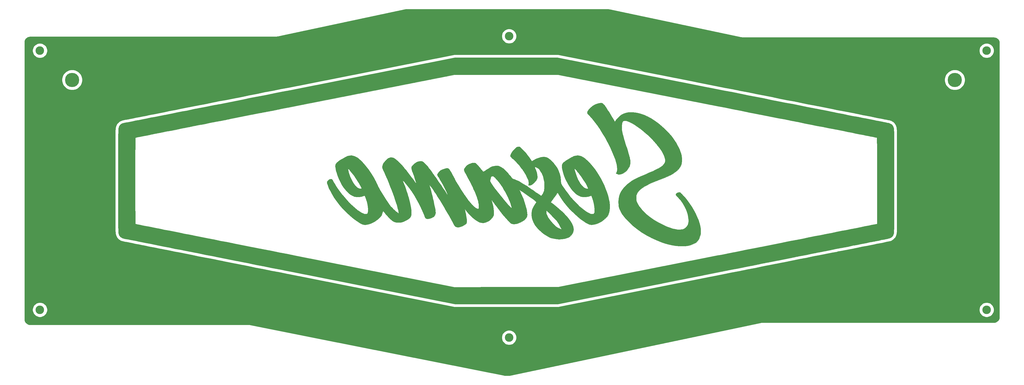
<source format=gbl>
G04 #@! TF.GenerationSoftware,KiCad,Pcbnew,5.1.6-c6e7f7d~87~ubuntu18.04.1*
G04 #@! TF.CreationDate,2020-08-10T19:05:23+02:00*
G04 #@! TF.ProjectId,backplate,6261636b-706c-4617-9465-2e6b69636164,rev?*
G04 #@! TF.SameCoordinates,Original*
G04 #@! TF.FileFunction,Copper,L2,Bot*
G04 #@! TF.FilePolarity,Positive*
%FSLAX46Y46*%
G04 Gerber Fmt 4.6, Leading zero omitted, Abs format (unit mm)*
G04 Created by KiCad (PCBNEW 5.1.6-c6e7f7d~87~ubuntu18.04.1) date 2020-08-10 19:05:23*
%MOMM*%
%LPD*%
G01*
G04 APERTURE LIST*
G04 #@! TA.AperFunction,EtchedComponent*
%ADD10C,0.010000*%
G04 #@! TD*
G04 #@! TA.AperFunction,ComponentPad*
%ADD11C,5.000000*%
G04 #@! TD*
G04 #@! TA.AperFunction,ComponentPad*
%ADD12C,3.000000*%
G04 #@! TD*
G04 #@! TA.AperFunction,NonConductor*
%ADD13C,0.254000*%
G04 #@! TD*
G04 APERTURE END LIST*
D10*
G04 #@! TO.C,G\u002A\u002A\u002A*
G36*
X134756654Y-95088777D02*
G01*
X131882625Y-95656246D01*
X129042731Y-96217010D01*
X126240336Y-96770405D01*
X123478807Y-97315765D01*
X120761510Y-97852424D01*
X118091811Y-98379718D01*
X115473076Y-98896979D01*
X112908670Y-99403544D01*
X110401961Y-99898747D01*
X107956314Y-100381922D01*
X105575095Y-100852404D01*
X103261670Y-101309527D01*
X101019405Y-101752626D01*
X98851666Y-102181035D01*
X96761820Y-102594090D01*
X94753232Y-102991124D01*
X92829268Y-103371473D01*
X90993294Y-103734470D01*
X89248677Y-104079451D01*
X87598782Y-104405749D01*
X86046975Y-104712700D01*
X84596623Y-104999638D01*
X83251091Y-105265897D01*
X82013746Y-105510813D01*
X80887954Y-105733719D01*
X79877080Y-105933951D01*
X78984490Y-106110842D01*
X78213551Y-106263728D01*
X77567629Y-106391943D01*
X77050089Y-106494821D01*
X76664299Y-106571697D01*
X76413623Y-106621906D01*
X76301427Y-106644782D01*
X76296496Y-106645875D01*
X75866318Y-106808361D01*
X75462794Y-107070418D01*
X75137855Y-107396368D01*
X75073222Y-107486315D01*
X74957344Y-107706259D01*
X74838460Y-108003343D01*
X74744109Y-108306907D01*
X74729461Y-108366494D01*
X74715885Y-108431866D01*
X74703341Y-108508497D01*
X74691788Y-108601857D01*
X74681186Y-108717420D01*
X74671493Y-108860657D01*
X74662668Y-109037041D01*
X74654672Y-109252044D01*
X74647464Y-109511139D01*
X74641002Y-109819798D01*
X74635246Y-110183492D01*
X74630155Y-110607695D01*
X74625689Y-111097879D01*
X74621806Y-111659515D01*
X74618467Y-112298077D01*
X74615629Y-113019036D01*
X74613254Y-113827865D01*
X74611299Y-114730036D01*
X74609724Y-115731022D01*
X74608488Y-116836294D01*
X74607551Y-118051325D01*
X74606872Y-119381587D01*
X74606411Y-120832553D01*
X74606125Y-122409694D01*
X74605975Y-124118484D01*
X74605921Y-125964394D01*
X74605916Y-126873000D01*
X74605941Y-128784680D01*
X74606041Y-130556690D01*
X74606258Y-132194501D01*
X74606633Y-133703586D01*
X74607205Y-135089418D01*
X74608017Y-136357468D01*
X74609108Y-137513209D01*
X74610520Y-138562113D01*
X74612293Y-139509652D01*
X74614467Y-140361300D01*
X74617084Y-141122527D01*
X74620185Y-141798807D01*
X74623809Y-142395611D01*
X74627998Y-142918412D01*
X74632793Y-143372682D01*
X74638234Y-143763894D01*
X74644362Y-144097520D01*
X74651218Y-144379031D01*
X74658842Y-144613901D01*
X74667275Y-144807602D01*
X74676558Y-144965605D01*
X74686732Y-145093384D01*
X74697837Y-145196410D01*
X74709914Y-145280156D01*
X74723004Y-145350094D01*
X74737147Y-145411697D01*
X74744109Y-145439094D01*
X74840593Y-145748640D01*
X74959664Y-146044862D01*
X75073222Y-146259686D01*
X75369464Y-146596264D01*
X75757694Y-146878216D01*
X76186004Y-147069871D01*
X76296496Y-147100265D01*
X76385792Y-147118673D01*
X76614101Y-147164607D01*
X76978057Y-147237398D01*
X77474296Y-147336380D01*
X78099451Y-147460886D01*
X78850156Y-147610247D01*
X79723047Y-147783797D01*
X80714759Y-147980868D01*
X81821924Y-148200792D01*
X83041178Y-148442902D01*
X84369156Y-148706531D01*
X85802492Y-148991011D01*
X87337820Y-149295675D01*
X88971776Y-149619855D01*
X90700992Y-149962884D01*
X92522105Y-150324094D01*
X94431748Y-150702818D01*
X96426556Y-151098389D01*
X98503164Y-151510139D01*
X100658206Y-151937400D01*
X102888316Y-152379506D01*
X105190129Y-152835788D01*
X107560280Y-153305580D01*
X109995403Y-153788213D01*
X112492132Y-154283021D01*
X115047102Y-154789335D01*
X117656948Y-155306490D01*
X120318304Y-155833816D01*
X123027805Y-156370647D01*
X125782085Y-156916315D01*
X128577778Y-157470152D01*
X131411519Y-158031492D01*
X134279943Y-158599667D01*
X134754428Y-158693649D01*
X192837142Y-170198143D01*
X210881857Y-170192064D01*
X228926572Y-170185984D01*
X286874857Y-158695565D01*
X289745506Y-158126333D01*
X292582109Y-157563814D01*
X295381292Y-157008678D01*
X298139685Y-156461595D01*
X300853914Y-155923235D01*
X303520608Y-155394267D01*
X306136395Y-154875360D01*
X308697902Y-154367184D01*
X311201759Y-153870409D01*
X313644591Y-153385704D01*
X316023028Y-152913738D01*
X318333697Y-152455182D01*
X320573227Y-152010704D01*
X322738244Y-151580975D01*
X324825378Y-151166663D01*
X326831255Y-150768439D01*
X328752504Y-150386972D01*
X330585753Y-150022931D01*
X332327630Y-149676986D01*
X333974762Y-149349806D01*
X335523778Y-149042062D01*
X336971305Y-148754422D01*
X338313971Y-148487556D01*
X339548405Y-148242134D01*
X340671233Y-148018826D01*
X341679085Y-147818299D01*
X342568588Y-147641225D01*
X343336369Y-147488273D01*
X343979057Y-147360113D01*
X344493280Y-147257413D01*
X344875665Y-147180843D01*
X345122841Y-147131074D01*
X345231435Y-147108774D01*
X345235082Y-147107955D01*
X345693090Y-146939140D01*
X346109767Y-146671827D01*
X346439679Y-146336627D01*
X346494207Y-146259686D01*
X346610085Y-146039741D01*
X346728969Y-145742657D01*
X346823320Y-145439094D01*
X346837968Y-145379507D01*
X346851544Y-145314134D01*
X346864088Y-145237504D01*
X346875641Y-145144143D01*
X346886243Y-145028581D01*
X346895936Y-144885343D01*
X346904761Y-144708959D01*
X346912757Y-144493956D01*
X346919965Y-144234861D01*
X346926427Y-143926203D01*
X346932183Y-143562508D01*
X346937274Y-143138305D01*
X346941740Y-142648121D01*
X346945623Y-142086485D01*
X346948962Y-141447923D01*
X346951800Y-140726964D01*
X346954175Y-139918135D01*
X346956130Y-139015964D01*
X346957705Y-138014979D01*
X346958941Y-136909707D01*
X346959878Y-135694676D01*
X346960557Y-134364414D01*
X346961018Y-132913448D01*
X346961304Y-131336306D01*
X346961454Y-129627517D01*
X346961508Y-127781607D01*
X346961512Y-126877891D01*
X341013143Y-126877891D01*
X341013058Y-128350369D01*
X341012806Y-129783910D01*
X341012398Y-131171790D01*
X341011839Y-132507284D01*
X341011140Y-133783668D01*
X341010306Y-134994217D01*
X341009348Y-136132207D01*
X341008272Y-137190914D01*
X341007086Y-138163613D01*
X341005800Y-139043579D01*
X341004420Y-139824089D01*
X341002954Y-140498417D01*
X341001412Y-141059840D01*
X340999801Y-141501633D01*
X340998128Y-141817071D01*
X340996403Y-141999431D01*
X340995000Y-142044983D01*
X340923463Y-142059220D01*
X340712959Y-142101021D01*
X340366888Y-142169711D01*
X339888654Y-142264614D01*
X339281658Y-142385057D01*
X338549302Y-142530364D01*
X337694988Y-142699860D01*
X336722118Y-142892871D01*
X335634092Y-143108721D01*
X334434315Y-143346737D01*
X333126187Y-143606243D01*
X331713109Y-143886564D01*
X330198485Y-144187025D01*
X328585716Y-144506953D01*
X326878203Y-144845671D01*
X325079349Y-145202505D01*
X323192556Y-145576781D01*
X321221224Y-145967823D01*
X319168757Y-146374956D01*
X317038556Y-146797507D01*
X314834023Y-147234799D01*
X312558560Y-147686159D01*
X310215569Y-148150911D01*
X307808451Y-148628380D01*
X305340608Y-149117893D01*
X302815443Y-149618773D01*
X300236357Y-150130346D01*
X297606752Y-150651938D01*
X294930030Y-151182873D01*
X292209592Y-151722477D01*
X289448841Y-152270074D01*
X286651179Y-152824991D01*
X285060572Y-153140487D01*
X229144286Y-164231437D01*
X210900831Y-164239361D01*
X192657375Y-164247286D01*
X136732831Y-153176831D01*
X133914806Y-152618977D01*
X131131526Y-152067970D01*
X128386400Y-151524484D01*
X125682839Y-150989196D01*
X123024255Y-150462782D01*
X120414058Y-149945918D01*
X117855659Y-149439280D01*
X115352469Y-148943544D01*
X112907898Y-148459385D01*
X110525359Y-147987481D01*
X108208261Y-147528506D01*
X105960015Y-147083136D01*
X103784033Y-146652049D01*
X101683725Y-146235918D01*
X99662502Y-145835422D01*
X97723775Y-145451235D01*
X95870955Y-145084034D01*
X94107453Y-144734494D01*
X92436679Y-144403291D01*
X90862045Y-144091102D01*
X89386961Y-143798603D01*
X88014839Y-143526468D01*
X86749088Y-143275376D01*
X85593121Y-143046000D01*
X84550347Y-142839018D01*
X83624179Y-142655105D01*
X82818025Y-142494937D01*
X82135299Y-142359190D01*
X81579410Y-142248541D01*
X81153769Y-142163665D01*
X80861787Y-142105238D01*
X80706875Y-142073936D01*
X80681286Y-142068512D01*
X80666642Y-142058993D01*
X80653165Y-142035669D01*
X80640808Y-141992754D01*
X80629523Y-141924461D01*
X80619260Y-141825005D01*
X80609971Y-141688600D01*
X80601609Y-141509460D01*
X80594125Y-141281798D01*
X80587470Y-140999828D01*
X80581596Y-140657766D01*
X80576454Y-140249823D01*
X80571997Y-139770216D01*
X80568176Y-139213156D01*
X80564943Y-138572859D01*
X80562249Y-137843539D01*
X80560046Y-137019409D01*
X80558285Y-136094683D01*
X80556918Y-135063575D01*
X80555898Y-133920299D01*
X80555174Y-132659070D01*
X80554700Y-131274101D01*
X80554427Y-129759606D01*
X80554306Y-128109799D01*
X80554286Y-126873000D01*
X80554329Y-125125167D01*
X80554491Y-123516692D01*
X80554819Y-122041787D01*
X80555363Y-120694668D01*
X80556171Y-119469549D01*
X80557290Y-118360643D01*
X80558770Y-117362166D01*
X80560659Y-116468331D01*
X80563005Y-115673352D01*
X80565856Y-114971445D01*
X80569261Y-114356822D01*
X80573268Y-113823699D01*
X80577925Y-113366288D01*
X80583282Y-112978806D01*
X80589385Y-112655465D01*
X80596284Y-112390481D01*
X80604027Y-112178066D01*
X80612663Y-112012436D01*
X80622239Y-111887805D01*
X80632804Y-111798386D01*
X80644406Y-111738395D01*
X80657095Y-111702045D01*
X80670917Y-111683551D01*
X80681286Y-111678133D01*
X80758353Y-111662313D01*
X80974408Y-111619077D01*
X81326038Y-111549099D01*
X81809833Y-111453051D01*
X82422380Y-111331609D01*
X83160268Y-111185445D01*
X84020087Y-111015234D01*
X84998423Y-110821650D01*
X86091866Y-110605367D01*
X87297004Y-110367057D01*
X88610426Y-110107397D01*
X90028721Y-109827058D01*
X91548476Y-109526715D01*
X93166281Y-109207042D01*
X94878723Y-108868713D01*
X96682392Y-108512402D01*
X98573875Y-108138783D01*
X100549762Y-107748528D01*
X102606641Y-107342313D01*
X104741100Y-106920812D01*
X106949728Y-106484697D01*
X109229114Y-106034643D01*
X111575845Y-105571324D01*
X113986511Y-105095414D01*
X116457700Y-104607586D01*
X118986000Y-104108515D01*
X121568001Y-103598874D01*
X124200289Y-103079338D01*
X126879455Y-102550579D01*
X129602086Y-102013272D01*
X132364772Y-101468092D01*
X135164100Y-100915710D01*
X136733198Y-100606099D01*
X192658111Y-89571286D01*
X228981400Y-89571286D01*
X284870272Y-100605980D01*
X287687528Y-101162234D01*
X290470037Y-101711658D01*
X293214385Y-102253578D01*
X295917160Y-102787318D01*
X298574950Y-103312205D01*
X301184341Y-103827564D01*
X303741922Y-104332720D01*
X306244280Y-104826999D01*
X308688003Y-105309726D01*
X311069678Y-105780227D01*
X313385892Y-106237827D01*
X315633234Y-106681852D01*
X317808290Y-107111627D01*
X319907648Y-107526478D01*
X321927896Y-107925731D01*
X323865622Y-108308710D01*
X325717412Y-108674741D01*
X327479855Y-109023150D01*
X329149537Y-109353263D01*
X330723047Y-109664404D01*
X332196972Y-109955899D01*
X333567899Y-110227075D01*
X334832416Y-110477255D01*
X335987111Y-110705766D01*
X337028570Y-110911934D01*
X337953383Y-111095083D01*
X338758135Y-111254539D01*
X339439415Y-111389628D01*
X339993810Y-111499675D01*
X340417908Y-111584006D01*
X340708295Y-111641947D01*
X340861561Y-111672821D01*
X340886143Y-111678013D01*
X340900785Y-111687469D01*
X340914260Y-111710732D01*
X340926615Y-111753586D01*
X340937899Y-111821817D01*
X340948161Y-111921209D01*
X340957449Y-112057547D01*
X340965811Y-112236616D01*
X340973295Y-112464201D01*
X340979950Y-112746086D01*
X340985824Y-113088058D01*
X340990966Y-113495900D01*
X340995423Y-113975397D01*
X340999245Y-114532335D01*
X341002479Y-115172498D01*
X341005174Y-115901672D01*
X341007378Y-116725640D01*
X341009140Y-117650189D01*
X341010507Y-118681102D01*
X341011529Y-119824165D01*
X341012253Y-121085163D01*
X341012727Y-122469881D01*
X341013001Y-123984103D01*
X341013123Y-125633614D01*
X341013143Y-126877891D01*
X346961512Y-126877891D01*
X346961513Y-126873000D01*
X346961488Y-124961320D01*
X346961388Y-123189311D01*
X346961171Y-121551500D01*
X346960796Y-120042414D01*
X346960224Y-118656583D01*
X346959412Y-117388533D01*
X346958321Y-116232792D01*
X346956909Y-115183888D01*
X346955136Y-114236348D01*
X346952962Y-113384701D01*
X346950345Y-112623473D01*
X346947244Y-111947194D01*
X346943620Y-111350389D01*
X346939431Y-110827588D01*
X346934636Y-110373318D01*
X346929195Y-109982106D01*
X346923067Y-109648481D01*
X346916211Y-109366969D01*
X346908587Y-109132099D01*
X346900154Y-108938398D01*
X346890871Y-108780395D01*
X346880697Y-108652616D01*
X346869592Y-108549590D01*
X346857515Y-108465844D01*
X346844425Y-108395906D01*
X346830282Y-108334304D01*
X346823320Y-108306907D01*
X346726836Y-107997361D01*
X346607765Y-107701139D01*
X346494207Y-107486315D01*
X346197941Y-107149712D01*
X345809701Y-106867774D01*
X345381407Y-106676175D01*
X345270933Y-106645804D01*
X345181624Y-106627433D01*
X344953290Y-106581604D01*
X344589297Y-106508983D01*
X344093014Y-106410237D01*
X343467806Y-106286031D01*
X342717041Y-106137031D01*
X341844087Y-105963905D01*
X340852309Y-105767316D01*
X339745075Y-105547933D01*
X338525752Y-105306420D01*
X337197707Y-105043444D01*
X335764307Y-104759671D01*
X334228919Y-104455766D01*
X332594910Y-104132397D01*
X330865647Y-103790228D01*
X329044496Y-103429927D01*
X327134826Y-103052158D01*
X325140003Y-102657589D01*
X323063394Y-102246885D01*
X320908365Y-101820712D01*
X318678285Y-101379736D01*
X316376520Y-100924624D01*
X314006436Y-100456041D01*
X311571402Y-99974653D01*
X309074784Y-99481127D01*
X306519948Y-98976128D01*
X303910263Y-98460323D01*
X301249094Y-97934378D01*
X298539810Y-97398958D01*
X295785777Y-96854730D01*
X292990361Y-96302360D01*
X290156931Y-95742513D01*
X287288852Y-95175856D01*
X286847734Y-95088706D01*
X228799754Y-83620429D01*
X192841593Y-83620429D01*
X134756654Y-95088777D01*
G37*
X134756654Y-95088777D02*
X131882625Y-95656246D01*
X129042731Y-96217010D01*
X126240336Y-96770405D01*
X123478807Y-97315765D01*
X120761510Y-97852424D01*
X118091811Y-98379718D01*
X115473076Y-98896979D01*
X112908670Y-99403544D01*
X110401961Y-99898747D01*
X107956314Y-100381922D01*
X105575095Y-100852404D01*
X103261670Y-101309527D01*
X101019405Y-101752626D01*
X98851666Y-102181035D01*
X96761820Y-102594090D01*
X94753232Y-102991124D01*
X92829268Y-103371473D01*
X90993294Y-103734470D01*
X89248677Y-104079451D01*
X87598782Y-104405749D01*
X86046975Y-104712700D01*
X84596623Y-104999638D01*
X83251091Y-105265897D01*
X82013746Y-105510813D01*
X80887954Y-105733719D01*
X79877080Y-105933951D01*
X78984490Y-106110842D01*
X78213551Y-106263728D01*
X77567629Y-106391943D01*
X77050089Y-106494821D01*
X76664299Y-106571697D01*
X76413623Y-106621906D01*
X76301427Y-106644782D01*
X76296496Y-106645875D01*
X75866318Y-106808361D01*
X75462794Y-107070418D01*
X75137855Y-107396368D01*
X75073222Y-107486315D01*
X74957344Y-107706259D01*
X74838460Y-108003343D01*
X74744109Y-108306907D01*
X74729461Y-108366494D01*
X74715885Y-108431866D01*
X74703341Y-108508497D01*
X74691788Y-108601857D01*
X74681186Y-108717420D01*
X74671493Y-108860657D01*
X74662668Y-109037041D01*
X74654672Y-109252044D01*
X74647464Y-109511139D01*
X74641002Y-109819798D01*
X74635246Y-110183492D01*
X74630155Y-110607695D01*
X74625689Y-111097879D01*
X74621806Y-111659515D01*
X74618467Y-112298077D01*
X74615629Y-113019036D01*
X74613254Y-113827865D01*
X74611299Y-114730036D01*
X74609724Y-115731022D01*
X74608488Y-116836294D01*
X74607551Y-118051325D01*
X74606872Y-119381587D01*
X74606411Y-120832553D01*
X74606125Y-122409694D01*
X74605975Y-124118484D01*
X74605921Y-125964394D01*
X74605916Y-126873000D01*
X74605941Y-128784680D01*
X74606041Y-130556690D01*
X74606258Y-132194501D01*
X74606633Y-133703586D01*
X74607205Y-135089418D01*
X74608017Y-136357468D01*
X74609108Y-137513209D01*
X74610520Y-138562113D01*
X74612293Y-139509652D01*
X74614467Y-140361300D01*
X74617084Y-141122527D01*
X74620185Y-141798807D01*
X74623809Y-142395611D01*
X74627998Y-142918412D01*
X74632793Y-143372682D01*
X74638234Y-143763894D01*
X74644362Y-144097520D01*
X74651218Y-144379031D01*
X74658842Y-144613901D01*
X74667275Y-144807602D01*
X74676558Y-144965605D01*
X74686732Y-145093384D01*
X74697837Y-145196410D01*
X74709914Y-145280156D01*
X74723004Y-145350094D01*
X74737147Y-145411697D01*
X74744109Y-145439094D01*
X74840593Y-145748640D01*
X74959664Y-146044862D01*
X75073222Y-146259686D01*
X75369464Y-146596264D01*
X75757694Y-146878216D01*
X76186004Y-147069871D01*
X76296496Y-147100265D01*
X76385792Y-147118673D01*
X76614101Y-147164607D01*
X76978057Y-147237398D01*
X77474296Y-147336380D01*
X78099451Y-147460886D01*
X78850156Y-147610247D01*
X79723047Y-147783797D01*
X80714759Y-147980868D01*
X81821924Y-148200792D01*
X83041178Y-148442902D01*
X84369156Y-148706531D01*
X85802492Y-148991011D01*
X87337820Y-149295675D01*
X88971776Y-149619855D01*
X90700992Y-149962884D01*
X92522105Y-150324094D01*
X94431748Y-150702818D01*
X96426556Y-151098389D01*
X98503164Y-151510139D01*
X100658206Y-151937400D01*
X102888316Y-152379506D01*
X105190129Y-152835788D01*
X107560280Y-153305580D01*
X109995403Y-153788213D01*
X112492132Y-154283021D01*
X115047102Y-154789335D01*
X117656948Y-155306490D01*
X120318304Y-155833816D01*
X123027805Y-156370647D01*
X125782085Y-156916315D01*
X128577778Y-157470152D01*
X131411519Y-158031492D01*
X134279943Y-158599667D01*
X134754428Y-158693649D01*
X192837142Y-170198143D01*
X210881857Y-170192064D01*
X228926572Y-170185984D01*
X286874857Y-158695565D01*
X289745506Y-158126333D01*
X292582109Y-157563814D01*
X295381292Y-157008678D01*
X298139685Y-156461595D01*
X300853914Y-155923235D01*
X303520608Y-155394267D01*
X306136395Y-154875360D01*
X308697902Y-154367184D01*
X311201759Y-153870409D01*
X313644591Y-153385704D01*
X316023028Y-152913738D01*
X318333697Y-152455182D01*
X320573227Y-152010704D01*
X322738244Y-151580975D01*
X324825378Y-151166663D01*
X326831255Y-150768439D01*
X328752504Y-150386972D01*
X330585753Y-150022931D01*
X332327630Y-149676986D01*
X333974762Y-149349806D01*
X335523778Y-149042062D01*
X336971305Y-148754422D01*
X338313971Y-148487556D01*
X339548405Y-148242134D01*
X340671233Y-148018826D01*
X341679085Y-147818299D01*
X342568588Y-147641225D01*
X343336369Y-147488273D01*
X343979057Y-147360113D01*
X344493280Y-147257413D01*
X344875665Y-147180843D01*
X345122841Y-147131074D01*
X345231435Y-147108774D01*
X345235082Y-147107955D01*
X345693090Y-146939140D01*
X346109767Y-146671827D01*
X346439679Y-146336627D01*
X346494207Y-146259686D01*
X346610085Y-146039741D01*
X346728969Y-145742657D01*
X346823320Y-145439094D01*
X346837968Y-145379507D01*
X346851544Y-145314134D01*
X346864088Y-145237504D01*
X346875641Y-145144143D01*
X346886243Y-145028581D01*
X346895936Y-144885343D01*
X346904761Y-144708959D01*
X346912757Y-144493956D01*
X346919965Y-144234861D01*
X346926427Y-143926203D01*
X346932183Y-143562508D01*
X346937274Y-143138305D01*
X346941740Y-142648121D01*
X346945623Y-142086485D01*
X346948962Y-141447923D01*
X346951800Y-140726964D01*
X346954175Y-139918135D01*
X346956130Y-139015964D01*
X346957705Y-138014979D01*
X346958941Y-136909707D01*
X346959878Y-135694676D01*
X346960557Y-134364414D01*
X346961018Y-132913448D01*
X346961304Y-131336306D01*
X346961454Y-129627517D01*
X346961508Y-127781607D01*
X346961512Y-126877891D01*
X341013143Y-126877891D01*
X341013058Y-128350369D01*
X341012806Y-129783910D01*
X341012398Y-131171790D01*
X341011839Y-132507284D01*
X341011140Y-133783668D01*
X341010306Y-134994217D01*
X341009348Y-136132207D01*
X341008272Y-137190914D01*
X341007086Y-138163613D01*
X341005800Y-139043579D01*
X341004420Y-139824089D01*
X341002954Y-140498417D01*
X341001412Y-141059840D01*
X340999801Y-141501633D01*
X340998128Y-141817071D01*
X340996403Y-141999431D01*
X340995000Y-142044983D01*
X340923463Y-142059220D01*
X340712959Y-142101021D01*
X340366888Y-142169711D01*
X339888654Y-142264614D01*
X339281658Y-142385057D01*
X338549302Y-142530364D01*
X337694988Y-142699860D01*
X336722118Y-142892871D01*
X335634092Y-143108721D01*
X334434315Y-143346737D01*
X333126187Y-143606243D01*
X331713109Y-143886564D01*
X330198485Y-144187025D01*
X328585716Y-144506953D01*
X326878203Y-144845671D01*
X325079349Y-145202505D01*
X323192556Y-145576781D01*
X321221224Y-145967823D01*
X319168757Y-146374956D01*
X317038556Y-146797507D01*
X314834023Y-147234799D01*
X312558560Y-147686159D01*
X310215569Y-148150911D01*
X307808451Y-148628380D01*
X305340608Y-149117893D01*
X302815443Y-149618773D01*
X300236357Y-150130346D01*
X297606752Y-150651938D01*
X294930030Y-151182873D01*
X292209592Y-151722477D01*
X289448841Y-152270074D01*
X286651179Y-152824991D01*
X285060572Y-153140487D01*
X229144286Y-164231437D01*
X210900831Y-164239361D01*
X192657375Y-164247286D01*
X136732831Y-153176831D01*
X133914806Y-152618977D01*
X131131526Y-152067970D01*
X128386400Y-151524484D01*
X125682839Y-150989196D01*
X123024255Y-150462782D01*
X120414058Y-149945918D01*
X117855659Y-149439280D01*
X115352469Y-148943544D01*
X112907898Y-148459385D01*
X110525359Y-147987481D01*
X108208261Y-147528506D01*
X105960015Y-147083136D01*
X103784033Y-146652049D01*
X101683725Y-146235918D01*
X99662502Y-145835422D01*
X97723775Y-145451235D01*
X95870955Y-145084034D01*
X94107453Y-144734494D01*
X92436679Y-144403291D01*
X90862045Y-144091102D01*
X89386961Y-143798603D01*
X88014839Y-143526468D01*
X86749088Y-143275376D01*
X85593121Y-143046000D01*
X84550347Y-142839018D01*
X83624179Y-142655105D01*
X82818025Y-142494937D01*
X82135299Y-142359190D01*
X81579410Y-142248541D01*
X81153769Y-142163665D01*
X80861787Y-142105238D01*
X80706875Y-142073936D01*
X80681286Y-142068512D01*
X80666642Y-142058993D01*
X80653165Y-142035669D01*
X80640808Y-141992754D01*
X80629523Y-141924461D01*
X80619260Y-141825005D01*
X80609971Y-141688600D01*
X80601609Y-141509460D01*
X80594125Y-141281798D01*
X80587470Y-140999828D01*
X80581596Y-140657766D01*
X80576454Y-140249823D01*
X80571997Y-139770216D01*
X80568176Y-139213156D01*
X80564943Y-138572859D01*
X80562249Y-137843539D01*
X80560046Y-137019409D01*
X80558285Y-136094683D01*
X80556918Y-135063575D01*
X80555898Y-133920299D01*
X80555174Y-132659070D01*
X80554700Y-131274101D01*
X80554427Y-129759606D01*
X80554306Y-128109799D01*
X80554286Y-126873000D01*
X80554329Y-125125167D01*
X80554491Y-123516692D01*
X80554819Y-122041787D01*
X80555363Y-120694668D01*
X80556171Y-119469549D01*
X80557290Y-118360643D01*
X80558770Y-117362166D01*
X80560659Y-116468331D01*
X80563005Y-115673352D01*
X80565856Y-114971445D01*
X80569261Y-114356822D01*
X80573268Y-113823699D01*
X80577925Y-113366288D01*
X80583282Y-112978806D01*
X80589385Y-112655465D01*
X80596284Y-112390481D01*
X80604027Y-112178066D01*
X80612663Y-112012436D01*
X80622239Y-111887805D01*
X80632804Y-111798386D01*
X80644406Y-111738395D01*
X80657095Y-111702045D01*
X80670917Y-111683551D01*
X80681286Y-111678133D01*
X80758353Y-111662313D01*
X80974408Y-111619077D01*
X81326038Y-111549099D01*
X81809833Y-111453051D01*
X82422380Y-111331609D01*
X83160268Y-111185445D01*
X84020087Y-111015234D01*
X84998423Y-110821650D01*
X86091866Y-110605367D01*
X87297004Y-110367057D01*
X88610426Y-110107397D01*
X90028721Y-109827058D01*
X91548476Y-109526715D01*
X93166281Y-109207042D01*
X94878723Y-108868713D01*
X96682392Y-108512402D01*
X98573875Y-108138783D01*
X100549762Y-107748528D01*
X102606641Y-107342313D01*
X104741100Y-106920812D01*
X106949728Y-106484697D01*
X109229114Y-106034643D01*
X111575845Y-105571324D01*
X113986511Y-105095414D01*
X116457700Y-104607586D01*
X118986000Y-104108515D01*
X121568001Y-103598874D01*
X124200289Y-103079338D01*
X126879455Y-102550579D01*
X129602086Y-102013272D01*
X132364772Y-101468092D01*
X135164100Y-100915710D01*
X136733198Y-100606099D01*
X192658111Y-89571286D01*
X228981400Y-89571286D01*
X284870272Y-100605980D01*
X287687528Y-101162234D01*
X290470037Y-101711658D01*
X293214385Y-102253578D01*
X295917160Y-102787318D01*
X298574950Y-103312205D01*
X301184341Y-103827564D01*
X303741922Y-104332720D01*
X306244280Y-104826999D01*
X308688003Y-105309726D01*
X311069678Y-105780227D01*
X313385892Y-106237827D01*
X315633234Y-106681852D01*
X317808290Y-107111627D01*
X319907648Y-107526478D01*
X321927896Y-107925731D01*
X323865622Y-108308710D01*
X325717412Y-108674741D01*
X327479855Y-109023150D01*
X329149537Y-109353263D01*
X330723047Y-109664404D01*
X332196972Y-109955899D01*
X333567899Y-110227075D01*
X334832416Y-110477255D01*
X335987111Y-110705766D01*
X337028570Y-110911934D01*
X337953383Y-111095083D01*
X338758135Y-111254539D01*
X339439415Y-111389628D01*
X339993810Y-111499675D01*
X340417908Y-111584006D01*
X340708295Y-111641947D01*
X340861561Y-111672821D01*
X340886143Y-111678013D01*
X340900785Y-111687469D01*
X340914260Y-111710732D01*
X340926615Y-111753586D01*
X340937899Y-111821817D01*
X340948161Y-111921209D01*
X340957449Y-112057547D01*
X340965811Y-112236616D01*
X340973295Y-112464201D01*
X340979950Y-112746086D01*
X340985824Y-113088058D01*
X340990966Y-113495900D01*
X340995423Y-113975397D01*
X340999245Y-114532335D01*
X341002479Y-115172498D01*
X341005174Y-115901672D01*
X341007378Y-116725640D01*
X341009140Y-117650189D01*
X341010507Y-118681102D01*
X341011529Y-119824165D01*
X341012253Y-121085163D01*
X341012727Y-122469881D01*
X341013001Y-123984103D01*
X341013123Y-125633614D01*
X341013143Y-126877891D01*
X346961512Y-126877891D01*
X346961513Y-126873000D01*
X346961488Y-124961320D01*
X346961388Y-123189311D01*
X346961171Y-121551500D01*
X346960796Y-120042414D01*
X346960224Y-118656583D01*
X346959412Y-117388533D01*
X346958321Y-116232792D01*
X346956909Y-115183888D01*
X346955136Y-114236348D01*
X346952962Y-113384701D01*
X346950345Y-112623473D01*
X346947244Y-111947194D01*
X346943620Y-111350389D01*
X346939431Y-110827588D01*
X346934636Y-110373318D01*
X346929195Y-109982106D01*
X346923067Y-109648481D01*
X346916211Y-109366969D01*
X346908587Y-109132099D01*
X346900154Y-108938398D01*
X346890871Y-108780395D01*
X346880697Y-108652616D01*
X346869592Y-108549590D01*
X346857515Y-108465844D01*
X346844425Y-108395906D01*
X346830282Y-108334304D01*
X346823320Y-108306907D01*
X346726836Y-107997361D01*
X346607765Y-107701139D01*
X346494207Y-107486315D01*
X346197941Y-107149712D01*
X345809701Y-106867774D01*
X345381407Y-106676175D01*
X345270933Y-106645804D01*
X345181624Y-106627433D01*
X344953290Y-106581604D01*
X344589297Y-106508983D01*
X344093014Y-106410237D01*
X343467806Y-106286031D01*
X342717041Y-106137031D01*
X341844087Y-105963905D01*
X340852309Y-105767316D01*
X339745075Y-105547933D01*
X338525752Y-105306420D01*
X337197707Y-105043444D01*
X335764307Y-104759671D01*
X334228919Y-104455766D01*
X332594910Y-104132397D01*
X330865647Y-103790228D01*
X329044496Y-103429927D01*
X327134826Y-103052158D01*
X325140003Y-102657589D01*
X323063394Y-102246885D01*
X320908365Y-101820712D01*
X318678285Y-101379736D01*
X316376520Y-100924624D01*
X314006436Y-100456041D01*
X311571402Y-99974653D01*
X309074784Y-99481127D01*
X306519948Y-98976128D01*
X303910263Y-98460323D01*
X301249094Y-97934378D01*
X298539810Y-97398958D01*
X295785777Y-96854730D01*
X292990361Y-96302360D01*
X290156931Y-95742513D01*
X287288852Y-95175856D01*
X286847734Y-95088706D01*
X228799754Y-83620429D01*
X192841593Y-83620429D01*
X134756654Y-95088777D01*
G36*
X243609314Y-99561470D02*
G01*
X243071737Y-99690556D01*
X242438752Y-99918181D01*
X242345614Y-99956450D01*
X241783522Y-100225461D01*
X241240293Y-100550871D01*
X240731906Y-100917370D01*
X240274339Y-101309646D01*
X239883570Y-101712389D01*
X239575577Y-102110289D01*
X239366339Y-102488035D01*
X239271834Y-102830317D01*
X239268000Y-102905446D01*
X239272417Y-103032163D01*
X239295607Y-103142725D01*
X239352480Y-103258735D01*
X239457943Y-103401799D01*
X239626906Y-103593523D01*
X239874277Y-103855512D01*
X240048972Y-104037194D01*
X240927847Y-105006610D01*
X241824479Y-106106785D01*
X242730926Y-107325626D01*
X243639246Y-108651043D01*
X244541497Y-110070945D01*
X245429736Y-111573240D01*
X246296022Y-113145837D01*
X247132411Y-114776645D01*
X247219809Y-114954096D01*
X247775933Y-116128491D01*
X248267859Y-117251309D01*
X248693962Y-118315931D01*
X249052620Y-119315744D01*
X249342210Y-120244130D01*
X249561111Y-121094474D01*
X249707697Y-121860160D01*
X249780348Y-122534572D01*
X249777441Y-123111094D01*
X249697351Y-123583112D01*
X249538457Y-123944007D01*
X249452359Y-124055893D01*
X249385485Y-124188288D01*
X249443131Y-124311629D01*
X249632750Y-124434992D01*
X249834290Y-124521015D01*
X250289390Y-124620309D01*
X250788985Y-124599228D01*
X251314905Y-124468317D01*
X251848980Y-124238120D01*
X252373039Y-123919182D01*
X252868914Y-123522046D01*
X253318434Y-123057257D01*
X253703429Y-122535358D01*
X253920949Y-122149496D01*
X254142570Y-121647463D01*
X254281233Y-121182222D01*
X254344545Y-120706833D01*
X254340114Y-120174357D01*
X254305005Y-119779823D01*
X254260477Y-119424780D01*
X254204638Y-119071899D01*
X254133075Y-118704558D01*
X254041377Y-118306135D01*
X253925131Y-117860007D01*
X253779925Y-117349554D01*
X253601347Y-116758152D01*
X253384985Y-116069180D01*
X253126426Y-115266016D01*
X253020377Y-114940240D01*
X252685613Y-113906466D01*
X252396960Y-112996147D01*
X252151276Y-112196208D01*
X251945419Y-111493572D01*
X251776247Y-110875163D01*
X251640619Y-110327907D01*
X251535392Y-109838726D01*
X251457425Y-109394546D01*
X251403576Y-108982291D01*
X251370703Y-108588884D01*
X251355665Y-108201251D01*
X251353851Y-108004429D01*
X251373360Y-107333521D01*
X251435277Y-106793878D01*
X251543680Y-106376770D01*
X251702649Y-106073473D01*
X251916260Y-105875258D01*
X252188593Y-105773399D01*
X252405251Y-105754714D01*
X252886237Y-105809253D01*
X253449683Y-105967754D01*
X254085287Y-106222547D01*
X254782751Y-106565958D01*
X255531774Y-106990318D01*
X256322057Y-107487953D01*
X257143298Y-108051193D01*
X257985199Y-108672366D01*
X258837460Y-109343800D01*
X259689780Y-110057824D01*
X260531860Y-110806766D01*
X261353399Y-111582953D01*
X262144098Y-112378716D01*
X262893657Y-113186381D01*
X263591776Y-113998278D01*
X263774755Y-114222994D01*
X264537728Y-115212805D01*
X265177929Y-116132433D01*
X265697520Y-116985572D01*
X266098664Y-117775916D01*
X266383523Y-118507158D01*
X266481896Y-118847323D01*
X266595275Y-119446687D01*
X266605772Y-119974934D01*
X266506116Y-120448963D01*
X266289036Y-120885674D01*
X265947262Y-121301966D01*
X265473522Y-121714740D01*
X265146267Y-121951761D01*
X264785641Y-122190472D01*
X264402007Y-122425376D01*
X263982449Y-122662692D01*
X263514050Y-122908638D01*
X262983892Y-123169432D01*
X262379058Y-123451293D01*
X261686630Y-123760438D01*
X260893691Y-124103086D01*
X259987325Y-124485454D01*
X259225143Y-124802121D01*
X257973953Y-125338581D01*
X256854489Y-125861294D01*
X255854966Y-126378212D01*
X254963598Y-126897288D01*
X254168599Y-127426474D01*
X253458183Y-127973724D01*
X252820566Y-128546989D01*
X252243962Y-129154223D01*
X251716585Y-129803378D01*
X251619375Y-129934298D01*
X251117285Y-130710979D01*
X250733252Y-131515816D01*
X250461254Y-132368655D01*
X250295267Y-133289342D01*
X250229268Y-134297723D01*
X250227546Y-134520649D01*
X250244342Y-135167379D01*
X250297986Y-135715636D01*
X250396189Y-136209134D01*
X250546659Y-136691587D01*
X250662562Y-136987527D01*
X251027817Y-137752564D01*
X251493789Y-138529501D01*
X252068179Y-139328828D01*
X252758689Y-140161036D01*
X253573021Y-141036616D01*
X253815803Y-141282504D01*
X255211306Y-142582820D01*
X256722229Y-143808791D01*
X258334618Y-144951872D01*
X260034523Y-146003517D01*
X261807991Y-146955179D01*
X263641071Y-147798313D01*
X265519809Y-148524374D01*
X265792857Y-148618634D01*
X267373647Y-149107193D01*
X268883907Y-149473104D01*
X270329348Y-149717224D01*
X271715684Y-149840412D01*
X273048627Y-149843523D01*
X273678351Y-149801978D01*
X274325049Y-149726744D01*
X274917409Y-149615186D01*
X275533743Y-149451621D01*
X275735143Y-149390029D01*
X276550227Y-149073217D01*
X277249673Y-148668975D01*
X277835123Y-148175382D01*
X278308217Y-147590517D01*
X278670598Y-146912460D01*
X278923907Y-146139290D01*
X279039506Y-145523857D01*
X279092234Y-144686659D01*
X279035386Y-143771382D01*
X278874002Y-142788993D01*
X278613123Y-141750459D01*
X278257789Y-140666749D01*
X277813041Y-139548830D01*
X277283920Y-138407668D01*
X276675467Y-137254232D01*
X275992722Y-136099489D01*
X275240727Y-134954405D01*
X274424521Y-133829950D01*
X273549147Y-132737089D01*
X272739254Y-131816067D01*
X272479482Y-131545806D01*
X272231150Y-131309254D01*
X272021909Y-131131409D01*
X271879410Y-131037268D01*
X271876278Y-131035924D01*
X271485764Y-130947083D01*
X271091030Y-130990234D01*
X270726846Y-131157562D01*
X270509946Y-131343060D01*
X270392592Y-131488834D01*
X270335424Y-131626380D01*
X270346643Y-131774472D01*
X270434450Y-131951887D01*
X270607046Y-132177402D01*
X270872631Y-132469793D01*
X271109162Y-132715000D01*
X272004414Y-133733305D01*
X272799644Y-134847495D01*
X273484674Y-136039457D01*
X274049324Y-137291082D01*
X274483416Y-138584258D01*
X274552361Y-138841190D01*
X274682337Y-139443240D01*
X274771658Y-140063193D01*
X274817542Y-140663393D01*
X274817209Y-141206183D01*
X274767878Y-141653908D01*
X274762192Y-141682288D01*
X274561580Y-142324528D01*
X274249717Y-142878534D01*
X273834710Y-143336228D01*
X273324669Y-143689534D01*
X272727702Y-143930374D01*
X272436071Y-143999302D01*
X271779320Y-144065335D01*
X271026146Y-144035759D01*
X270186852Y-143913333D01*
X269271743Y-143700814D01*
X268291122Y-143400961D01*
X267255292Y-143016530D01*
X266174557Y-142550280D01*
X265139714Y-142046430D01*
X263727194Y-141275040D01*
X262436887Y-140470179D01*
X261246983Y-139616338D01*
X260135667Y-138698009D01*
X259215313Y-137834075D01*
X258527122Y-137122096D01*
X257953168Y-136463307D01*
X257481039Y-135839997D01*
X257098326Y-135234454D01*
X256792617Y-134628967D01*
X256568989Y-134057572D01*
X256479782Y-133669413D01*
X256436224Y-133196235D01*
X256437663Y-132690578D01*
X256483448Y-132204981D01*
X256572928Y-131791986D01*
X256597994Y-131717235D01*
X256890738Y-131113799D01*
X257325611Y-130518031D01*
X257899690Y-129932529D01*
X258610048Y-129359885D01*
X259453763Y-128802697D01*
X260427908Y-128263557D01*
X260572282Y-128190787D01*
X260988449Y-127986488D01*
X261379833Y-127802249D01*
X261772124Y-127627351D01*
X262191011Y-127451072D01*
X262662184Y-127262692D01*
X263211331Y-127051491D01*
X263864143Y-126806748D01*
X264086525Y-126724263D01*
X265395978Y-126223983D01*
X266568702Y-125742388D01*
X267611349Y-125275599D01*
X268530570Y-124819738D01*
X269333014Y-124370928D01*
X270025333Y-123925290D01*
X270614177Y-123478948D01*
X271106196Y-123028022D01*
X271508042Y-122568634D01*
X271716490Y-122275297D01*
X272089507Y-121570520D01*
X272342450Y-120793089D01*
X272474676Y-119952830D01*
X272485542Y-119059566D01*
X272374407Y-118123123D01*
X272140627Y-117153325D01*
X272066883Y-116918786D01*
X271903968Y-116479164D01*
X271678391Y-115950235D01*
X271406419Y-115364496D01*
X271104318Y-114754445D01*
X270788353Y-114152583D01*
X270474790Y-113591406D01*
X270179895Y-113103415D01*
X270081432Y-112951907D01*
X268966515Y-111407471D01*
X267725740Y-109935209D01*
X266359282Y-108535310D01*
X264867320Y-107207966D01*
X264368924Y-106802951D01*
X263094955Y-105855224D01*
X261806680Y-105025181D01*
X260513607Y-104317577D01*
X259225243Y-103737166D01*
X257951098Y-103288704D01*
X256731312Y-102982986D01*
X256063704Y-102882684D01*
X255332970Y-102828168D01*
X254584829Y-102819419D01*
X253864998Y-102856421D01*
X253219195Y-102939160D01*
X252995119Y-102984310D01*
X252135031Y-103253514D01*
X251325167Y-103653874D01*
X250578068Y-104176378D01*
X249906277Y-104812016D01*
X249322336Y-105551776D01*
X249232496Y-105687565D01*
X249091298Y-105899317D01*
X248980046Y-106052492D01*
X248921483Y-106115897D01*
X248920000Y-106116168D01*
X248873115Y-106056325D01*
X248772670Y-105893668D01*
X248633624Y-105653335D01*
X248477750Y-105372945D01*
X248225759Y-104924176D01*
X247922998Y-104405172D01*
X247584237Y-103839562D01*
X247224246Y-103250973D01*
X246857795Y-102663033D01*
X246499652Y-102099372D01*
X246164588Y-101583618D01*
X245867371Y-101139399D01*
X245622773Y-100790343D01*
X245560367Y-100705721D01*
X245322736Y-100400107D01*
X245090057Y-100120501D01*
X244888551Y-99897229D01*
X244744437Y-99760618D01*
X244740879Y-99757874D01*
X244434757Y-99595886D01*
X244060611Y-99530166D01*
X243609314Y-99561470D01*
G37*
X243609314Y-99561470D02*
X243071737Y-99690556D01*
X242438752Y-99918181D01*
X242345614Y-99956450D01*
X241783522Y-100225461D01*
X241240293Y-100550871D01*
X240731906Y-100917370D01*
X240274339Y-101309646D01*
X239883570Y-101712389D01*
X239575577Y-102110289D01*
X239366339Y-102488035D01*
X239271834Y-102830317D01*
X239268000Y-102905446D01*
X239272417Y-103032163D01*
X239295607Y-103142725D01*
X239352480Y-103258735D01*
X239457943Y-103401799D01*
X239626906Y-103593523D01*
X239874277Y-103855512D01*
X240048972Y-104037194D01*
X240927847Y-105006610D01*
X241824479Y-106106785D01*
X242730926Y-107325626D01*
X243639246Y-108651043D01*
X244541497Y-110070945D01*
X245429736Y-111573240D01*
X246296022Y-113145837D01*
X247132411Y-114776645D01*
X247219809Y-114954096D01*
X247775933Y-116128491D01*
X248267859Y-117251309D01*
X248693962Y-118315931D01*
X249052620Y-119315744D01*
X249342210Y-120244130D01*
X249561111Y-121094474D01*
X249707697Y-121860160D01*
X249780348Y-122534572D01*
X249777441Y-123111094D01*
X249697351Y-123583112D01*
X249538457Y-123944007D01*
X249452359Y-124055893D01*
X249385485Y-124188288D01*
X249443131Y-124311629D01*
X249632750Y-124434992D01*
X249834290Y-124521015D01*
X250289390Y-124620309D01*
X250788985Y-124599228D01*
X251314905Y-124468317D01*
X251848980Y-124238120D01*
X252373039Y-123919182D01*
X252868914Y-123522046D01*
X253318434Y-123057257D01*
X253703429Y-122535358D01*
X253920949Y-122149496D01*
X254142570Y-121647463D01*
X254281233Y-121182222D01*
X254344545Y-120706833D01*
X254340114Y-120174357D01*
X254305005Y-119779823D01*
X254260477Y-119424780D01*
X254204638Y-119071899D01*
X254133075Y-118704558D01*
X254041377Y-118306135D01*
X253925131Y-117860007D01*
X253779925Y-117349554D01*
X253601347Y-116758152D01*
X253384985Y-116069180D01*
X253126426Y-115266016D01*
X253020377Y-114940240D01*
X252685613Y-113906466D01*
X252396960Y-112996147D01*
X252151276Y-112196208D01*
X251945419Y-111493572D01*
X251776247Y-110875163D01*
X251640619Y-110327907D01*
X251535392Y-109838726D01*
X251457425Y-109394546D01*
X251403576Y-108982291D01*
X251370703Y-108588884D01*
X251355665Y-108201251D01*
X251353851Y-108004429D01*
X251373360Y-107333521D01*
X251435277Y-106793878D01*
X251543680Y-106376770D01*
X251702649Y-106073473D01*
X251916260Y-105875258D01*
X252188593Y-105773399D01*
X252405251Y-105754714D01*
X252886237Y-105809253D01*
X253449683Y-105967754D01*
X254085287Y-106222547D01*
X254782751Y-106565958D01*
X255531774Y-106990318D01*
X256322057Y-107487953D01*
X257143298Y-108051193D01*
X257985199Y-108672366D01*
X258837460Y-109343800D01*
X259689780Y-110057824D01*
X260531860Y-110806766D01*
X261353399Y-111582953D01*
X262144098Y-112378716D01*
X262893657Y-113186381D01*
X263591776Y-113998278D01*
X263774755Y-114222994D01*
X264537728Y-115212805D01*
X265177929Y-116132433D01*
X265697520Y-116985572D01*
X266098664Y-117775916D01*
X266383523Y-118507158D01*
X266481896Y-118847323D01*
X266595275Y-119446687D01*
X266605772Y-119974934D01*
X266506116Y-120448963D01*
X266289036Y-120885674D01*
X265947262Y-121301966D01*
X265473522Y-121714740D01*
X265146267Y-121951761D01*
X264785641Y-122190472D01*
X264402007Y-122425376D01*
X263982449Y-122662692D01*
X263514050Y-122908638D01*
X262983892Y-123169432D01*
X262379058Y-123451293D01*
X261686630Y-123760438D01*
X260893691Y-124103086D01*
X259987325Y-124485454D01*
X259225143Y-124802121D01*
X257973953Y-125338581D01*
X256854489Y-125861294D01*
X255854966Y-126378212D01*
X254963598Y-126897288D01*
X254168599Y-127426474D01*
X253458183Y-127973724D01*
X252820566Y-128546989D01*
X252243962Y-129154223D01*
X251716585Y-129803378D01*
X251619375Y-129934298D01*
X251117285Y-130710979D01*
X250733252Y-131515816D01*
X250461254Y-132368655D01*
X250295267Y-133289342D01*
X250229268Y-134297723D01*
X250227546Y-134520649D01*
X250244342Y-135167379D01*
X250297986Y-135715636D01*
X250396189Y-136209134D01*
X250546659Y-136691587D01*
X250662562Y-136987527D01*
X251027817Y-137752564D01*
X251493789Y-138529501D01*
X252068179Y-139328828D01*
X252758689Y-140161036D01*
X253573021Y-141036616D01*
X253815803Y-141282504D01*
X255211306Y-142582820D01*
X256722229Y-143808791D01*
X258334618Y-144951872D01*
X260034523Y-146003517D01*
X261807991Y-146955179D01*
X263641071Y-147798313D01*
X265519809Y-148524374D01*
X265792857Y-148618634D01*
X267373647Y-149107193D01*
X268883907Y-149473104D01*
X270329348Y-149717224D01*
X271715684Y-149840412D01*
X273048627Y-149843523D01*
X273678351Y-149801978D01*
X274325049Y-149726744D01*
X274917409Y-149615186D01*
X275533743Y-149451621D01*
X275735143Y-149390029D01*
X276550227Y-149073217D01*
X277249673Y-148668975D01*
X277835123Y-148175382D01*
X278308217Y-147590517D01*
X278670598Y-146912460D01*
X278923907Y-146139290D01*
X279039506Y-145523857D01*
X279092234Y-144686659D01*
X279035386Y-143771382D01*
X278874002Y-142788993D01*
X278613123Y-141750459D01*
X278257789Y-140666749D01*
X277813041Y-139548830D01*
X277283920Y-138407668D01*
X276675467Y-137254232D01*
X275992722Y-136099489D01*
X275240727Y-134954405D01*
X274424521Y-133829950D01*
X273549147Y-132737089D01*
X272739254Y-131816067D01*
X272479482Y-131545806D01*
X272231150Y-131309254D01*
X272021909Y-131131409D01*
X271879410Y-131037268D01*
X271876278Y-131035924D01*
X271485764Y-130947083D01*
X271091030Y-130990234D01*
X270726846Y-131157562D01*
X270509946Y-131343060D01*
X270392592Y-131488834D01*
X270335424Y-131626380D01*
X270346643Y-131774472D01*
X270434450Y-131951887D01*
X270607046Y-132177402D01*
X270872631Y-132469793D01*
X271109162Y-132715000D01*
X272004414Y-133733305D01*
X272799644Y-134847495D01*
X273484674Y-136039457D01*
X274049324Y-137291082D01*
X274483416Y-138584258D01*
X274552361Y-138841190D01*
X274682337Y-139443240D01*
X274771658Y-140063193D01*
X274817542Y-140663393D01*
X274817209Y-141206183D01*
X274767878Y-141653908D01*
X274762192Y-141682288D01*
X274561580Y-142324528D01*
X274249717Y-142878534D01*
X273834710Y-143336228D01*
X273324669Y-143689534D01*
X272727702Y-143930374D01*
X272436071Y-143999302D01*
X271779320Y-144065335D01*
X271026146Y-144035759D01*
X270186852Y-143913333D01*
X269271743Y-143700814D01*
X268291122Y-143400961D01*
X267255292Y-143016530D01*
X266174557Y-142550280D01*
X265139714Y-142046430D01*
X263727194Y-141275040D01*
X262436887Y-140470179D01*
X261246983Y-139616338D01*
X260135667Y-138698009D01*
X259215313Y-137834075D01*
X258527122Y-137122096D01*
X257953168Y-136463307D01*
X257481039Y-135839997D01*
X257098326Y-135234454D01*
X256792617Y-134628967D01*
X256568989Y-134057572D01*
X256479782Y-133669413D01*
X256436224Y-133196235D01*
X256437663Y-132690578D01*
X256483448Y-132204981D01*
X256572928Y-131791986D01*
X256597994Y-131717235D01*
X256890738Y-131113799D01*
X257325611Y-130518031D01*
X257899690Y-129932529D01*
X258610048Y-129359885D01*
X259453763Y-128802697D01*
X260427908Y-128263557D01*
X260572282Y-128190787D01*
X260988449Y-127986488D01*
X261379833Y-127802249D01*
X261772124Y-127627351D01*
X262191011Y-127451072D01*
X262662184Y-127262692D01*
X263211331Y-127051491D01*
X263864143Y-126806748D01*
X264086525Y-126724263D01*
X265395978Y-126223983D01*
X266568702Y-125742388D01*
X267611349Y-125275599D01*
X268530570Y-124819738D01*
X269333014Y-124370928D01*
X270025333Y-123925290D01*
X270614177Y-123478948D01*
X271106196Y-123028022D01*
X271508042Y-122568634D01*
X271716490Y-122275297D01*
X272089507Y-121570520D01*
X272342450Y-120793089D01*
X272474676Y-119952830D01*
X272485542Y-119059566D01*
X272374407Y-118123123D01*
X272140627Y-117153325D01*
X272066883Y-116918786D01*
X271903968Y-116479164D01*
X271678391Y-115950235D01*
X271406419Y-115364496D01*
X271104318Y-114754445D01*
X270788353Y-114152583D01*
X270474790Y-113591406D01*
X270179895Y-113103415D01*
X270081432Y-112951907D01*
X268966515Y-111407471D01*
X267725740Y-109935209D01*
X266359282Y-108535310D01*
X264867320Y-107207966D01*
X264368924Y-106802951D01*
X263094955Y-105855224D01*
X261806680Y-105025181D01*
X260513607Y-104317577D01*
X259225243Y-103737166D01*
X257951098Y-103288704D01*
X256731312Y-102982986D01*
X256063704Y-102882684D01*
X255332970Y-102828168D01*
X254584829Y-102819419D01*
X253864998Y-102856421D01*
X253219195Y-102939160D01*
X252995119Y-102984310D01*
X252135031Y-103253514D01*
X251325167Y-103653874D01*
X250578068Y-104176378D01*
X249906277Y-104812016D01*
X249322336Y-105551776D01*
X249232496Y-105687565D01*
X249091298Y-105899317D01*
X248980046Y-106052492D01*
X248921483Y-106115897D01*
X248920000Y-106116168D01*
X248873115Y-106056325D01*
X248772670Y-105893668D01*
X248633624Y-105653335D01*
X248477750Y-105372945D01*
X248225759Y-104924176D01*
X247922998Y-104405172D01*
X247584237Y-103839562D01*
X247224246Y-103250973D01*
X246857795Y-102663033D01*
X246499652Y-102099372D01*
X246164588Y-101583618D01*
X245867371Y-101139399D01*
X245622773Y-100790343D01*
X245560367Y-100705721D01*
X245322736Y-100400107D01*
X245090057Y-100120501D01*
X244888551Y-99897229D01*
X244744437Y-99760618D01*
X244740879Y-99757874D01*
X244434757Y-99595886D01*
X244060611Y-99530166D01*
X243609314Y-99561470D01*
G36*
X215206637Y-114898446D02*
G01*
X214916051Y-114925773D01*
X214655502Y-115023841D01*
X214494717Y-115117588D01*
X214052681Y-115443148D01*
X213621158Y-115843618D01*
X213219158Y-116293617D01*
X212865693Y-116767765D01*
X212579772Y-117240684D01*
X212380408Y-117686994D01*
X212288539Y-118062871D01*
X212276914Y-118190492D01*
X212284119Y-118297116D01*
X212324559Y-118400561D01*
X212412640Y-118518647D01*
X212562768Y-118669193D01*
X212789349Y-118870018D01*
X213106788Y-119138939D01*
X213267631Y-119273928D01*
X213733838Y-119696161D01*
X214252975Y-120220665D01*
X214805206Y-120824125D01*
X215370699Y-121483227D01*
X215929619Y-122174654D01*
X216462131Y-122875093D01*
X216948402Y-123561227D01*
X217074236Y-123748612D01*
X217381495Y-124238141D01*
X217685896Y-124770055D01*
X217972728Y-125314648D01*
X218227281Y-125842211D01*
X218434844Y-126323040D01*
X218580706Y-126727427D01*
X218621416Y-126872948D01*
X218704876Y-127413179D01*
X218694650Y-127935672D01*
X218619011Y-128306286D01*
X218599613Y-128406472D01*
X218645714Y-128454214D01*
X218789801Y-128468744D01*
X218894847Y-128469572D01*
X219144795Y-128440209D01*
X219440475Y-128344589D01*
X219802733Y-128178645D01*
X220393225Y-127805343D01*
X220914688Y-127320160D01*
X221340515Y-126750020D01*
X221499303Y-126461878D01*
X221625395Y-126189392D01*
X221697308Y-125970781D01*
X221728692Y-125743078D01*
X221733199Y-125443313D01*
X221732377Y-125386792D01*
X221677345Y-124793692D01*
X221534618Y-124116663D01*
X221310849Y-123382074D01*
X221063700Y-122736429D01*
X220936129Y-122426257D01*
X220861506Y-122224596D01*
X220834702Y-122106943D01*
X220850586Y-122048792D01*
X220904028Y-122025640D01*
X220914499Y-122023749D01*
X221091780Y-122044522D01*
X221343112Y-122136341D01*
X221629150Y-122279650D01*
X221910551Y-122454896D01*
X222134244Y-122629972D01*
X222391833Y-122904668D01*
X222676859Y-123278003D01*
X222965138Y-123712966D01*
X223232483Y-124172543D01*
X223454710Y-124619723D01*
X223494993Y-124712406D01*
X223757543Y-125430438D01*
X223978978Y-126225765D01*
X224141761Y-127032466D01*
X224178481Y-127281363D01*
X224214993Y-127682347D01*
X224232050Y-128159322D01*
X224230916Y-128675199D01*
X224212854Y-129192888D01*
X224179127Y-129675298D01*
X224130999Y-130085341D01*
X224073166Y-130373789D01*
X223943364Y-130759902D01*
X223767943Y-131170789D01*
X223570582Y-131557486D01*
X223374964Y-131871027D01*
X223305132Y-131961861D01*
X223109643Y-132196024D01*
X221700107Y-131235673D01*
X221190680Y-130887826D01*
X220619875Y-130496803D01*
X220032885Y-130093644D01*
X219474905Y-129709389D01*
X218991128Y-129375081D01*
X218984286Y-129370342D01*
X218062868Y-128746989D01*
X217179855Y-128179228D01*
X216345516Y-127672657D01*
X215570119Y-127232877D01*
X214863931Y-126865488D01*
X214237220Y-126576088D01*
X213700254Y-126370278D01*
X213272605Y-126255381D01*
X213121167Y-126207335D01*
X212980171Y-126108089D01*
X212818975Y-125931065D01*
X212662931Y-125726558D01*
X212248739Y-125188305D01*
X211788140Y-124634352D01*
X211300514Y-124084803D01*
X210805240Y-123559763D01*
X210321698Y-123079337D01*
X209869270Y-122663631D01*
X209467334Y-122332748D01*
X209228663Y-122163823D01*
X208594242Y-121828881D01*
X207943767Y-121632546D01*
X207273679Y-121575146D01*
X206580420Y-121657008D01*
X205860429Y-121878461D01*
X205110146Y-122239830D01*
X204536355Y-122595481D01*
X204201518Y-122818073D01*
X203813610Y-123070922D01*
X203443147Y-123308171D01*
X203352427Y-123365384D01*
X202734485Y-123753365D01*
X202586242Y-123578563D01*
X202485039Y-123457034D01*
X202314918Y-123250438D01*
X202098506Y-122986338D01*
X201858432Y-122692298D01*
X201826256Y-122652809D01*
X201318918Y-122038845D01*
X200887095Y-121535061D01*
X200532688Y-121143549D01*
X200257598Y-120866401D01*
X200063729Y-120705707D01*
X200044875Y-120693654D01*
X199742436Y-120584263D01*
X199351830Y-120556436D01*
X198901581Y-120605419D01*
X198420209Y-120726460D01*
X197936238Y-120914804D01*
X197575714Y-121105120D01*
X197226854Y-121344765D01*
X196875743Y-121638744D01*
X196555773Y-121954501D01*
X196300335Y-122259477D01*
X196158268Y-122487198D01*
X196066769Y-122699707D01*
X196015984Y-122896739D01*
X196011480Y-123099226D01*
X196058823Y-123328099D01*
X196163581Y-123604288D01*
X196331318Y-123948727D01*
X196567602Y-124382344D01*
X196745638Y-124695857D01*
X197089928Y-125311875D01*
X197465477Y-126010009D01*
X197858841Y-126763283D01*
X198256575Y-127544723D01*
X198645236Y-128327355D01*
X199011378Y-129084202D01*
X199341556Y-129788292D01*
X199622328Y-130412648D01*
X199783943Y-130791857D01*
X200136865Y-131679991D01*
X200459552Y-132558600D01*
X200739873Y-133392680D01*
X200965694Y-134147232D01*
X201029117Y-134384143D01*
X201108273Y-134759998D01*
X201165180Y-135169967D01*
X201198787Y-135582979D01*
X201208046Y-135967966D01*
X201191908Y-136293859D01*
X201149324Y-136529589D01*
X201104686Y-136622581D01*
X200927704Y-136730595D01*
X200681249Y-136720210D01*
X200371744Y-136596742D01*
X200005615Y-136365510D01*
X199589287Y-136031831D01*
X199129183Y-135601022D01*
X198631729Y-135078400D01*
X198103349Y-134469284D01*
X197550468Y-133778989D01*
X197347913Y-133513286D01*
X196739080Y-132682178D01*
X196406749Y-132207000D01*
X190427429Y-132207000D01*
X190391143Y-132243286D01*
X190354857Y-132207000D01*
X190391143Y-132170715D01*
X190427429Y-132207000D01*
X196406749Y-132207000D01*
X196104353Y-131774626D01*
X195458532Y-130814241D01*
X194816415Y-129824633D01*
X194192801Y-128829411D01*
X193602486Y-127852185D01*
X193060271Y-126916565D01*
X192580953Y-126046161D01*
X192185148Y-125276429D01*
X191780943Y-124477854D01*
X191419859Y-123814548D01*
X191102253Y-123287069D01*
X190828485Y-122895978D01*
X190598913Y-122641836D01*
X190425971Y-122529081D01*
X190169397Y-122464654D01*
X189900932Y-122457301D01*
X189580658Y-122509883D01*
X189193572Y-122617488D01*
X188471418Y-122894136D01*
X187827522Y-123259296D01*
X187213455Y-123740491D01*
X187206388Y-123746798D01*
X187013686Y-123951063D01*
X186829487Y-124199587D01*
X186680449Y-124450138D01*
X186593235Y-124660486D01*
X186581143Y-124737185D01*
X186620558Y-124864359D01*
X186726229Y-125073668D01*
X186879296Y-125329680D01*
X186969546Y-125466834D01*
X187183465Y-125798467D01*
X187446923Y-126233425D01*
X187745039Y-126744970D01*
X188062926Y-127306366D01*
X188385700Y-127890876D01*
X188698478Y-128471764D01*
X188986375Y-129022292D01*
X189234507Y-129515724D01*
X189307774Y-129667000D01*
X189506155Y-130088684D01*
X189701828Y-130517352D01*
X189885928Y-130932177D01*
X190049589Y-131312332D01*
X190183944Y-131636991D01*
X190280128Y-131885327D01*
X190329276Y-132036511D01*
X190331875Y-132072745D01*
X190286161Y-132024198D01*
X190177269Y-131873711D01*
X190019525Y-131642061D01*
X189827257Y-131350025D01*
X189736221Y-131209010D01*
X189358349Y-130624999D01*
X188936924Y-129981893D01*
X188483929Y-129297377D01*
X188011350Y-128589134D01*
X187531171Y-127874848D01*
X187055378Y-127172204D01*
X186595954Y-126498886D01*
X186164885Y-125872577D01*
X185774156Y-125310963D01*
X185435750Y-124831726D01*
X185161654Y-124452552D01*
X185109716Y-124382361D01*
X184794392Y-123957645D01*
X184465576Y-123513065D01*
X184149134Y-123083709D01*
X183870932Y-122704664D01*
X183678286Y-122440585D01*
X183360988Y-122024592D01*
X183012581Y-121603531D01*
X182652380Y-121197658D01*
X182299700Y-120827233D01*
X181973856Y-120512512D01*
X181694165Y-120273754D01*
X181479940Y-120131216D01*
X181473216Y-120127904D01*
X181048427Y-119999254D01*
X180563903Y-119984311D01*
X180040914Y-120076348D01*
X179500732Y-120268637D01*
X178964625Y-120554448D01*
X178453865Y-120927056D01*
X178192359Y-121165659D01*
X177881676Y-121491142D01*
X177676026Y-121765608D01*
X177563582Y-122024117D01*
X177532515Y-122301728D01*
X177570996Y-122633503D01*
X177619968Y-122862219D01*
X177712006Y-123198753D01*
X177839771Y-123596096D01*
X177979784Y-123982539D01*
X178020028Y-124084058D01*
X178139474Y-124396080D01*
X178284116Y-124801831D01*
X178438260Y-125255778D01*
X178586208Y-125712387D01*
X178632900Y-125862058D01*
X178763234Y-126281044D01*
X178891476Y-126686820D01*
X179006039Y-127043160D01*
X179095334Y-127313838D01*
X179125179Y-127400881D01*
X179197102Y-127626366D01*
X179236540Y-127791919D01*
X179236844Y-127855204D01*
X179183037Y-127815527D01*
X179067448Y-127679966D01*
X178909851Y-127472699D01*
X178809201Y-127332306D01*
X178451447Y-126832660D01*
X178029135Y-126258311D01*
X177559955Y-125632140D01*
X177061597Y-124977022D01*
X176551754Y-124315836D01*
X176048116Y-123671459D01*
X175568373Y-123066769D01*
X175130217Y-122524643D01*
X174751339Y-122067959D01*
X174612804Y-121905583D01*
X173990164Y-121207005D01*
X173386688Y-120575214D01*
X172813635Y-120020462D01*
X172282267Y-119552997D01*
X171803844Y-119183069D01*
X171389624Y-118920927D01*
X171264459Y-118857728D01*
X170759780Y-118694435D01*
X170255665Y-118675864D01*
X169748402Y-118802090D01*
X169544510Y-118892778D01*
X169222931Y-119095620D01*
X168860041Y-119392255D01*
X168486695Y-119750546D01*
X168133751Y-120138358D01*
X167832065Y-120523554D01*
X167612494Y-120873997D01*
X167580708Y-120938027D01*
X167437809Y-121271675D01*
X167346855Y-121573437D01*
X167310968Y-121866962D01*
X167333275Y-122175895D01*
X167416900Y-122523884D01*
X167564967Y-122934576D01*
X167780603Y-123431617D01*
X167961305Y-123818140D01*
X168349843Y-124661376D01*
X168769008Y-125619179D01*
X169209819Y-126667956D01*
X169663294Y-127784117D01*
X170120454Y-128944068D01*
X170572317Y-130124219D01*
X171009903Y-131300978D01*
X171424231Y-132450752D01*
X171806321Y-133549950D01*
X172147191Y-134574979D01*
X172437861Y-135502248D01*
X172538722Y-135842775D01*
X172649657Y-136242798D01*
X172757938Y-136665349D01*
X172858313Y-137085994D01*
X172945530Y-137480300D01*
X173014338Y-137823832D01*
X173059486Y-138092156D01*
X173075722Y-138260837D01*
X173068069Y-138305693D01*
X173002161Y-138278502D01*
X172845621Y-138186819D01*
X172627626Y-138048086D01*
X172538236Y-137988990D01*
X172143920Y-137695075D01*
X171695129Y-137309446D01*
X171219825Y-136859847D01*
X170745968Y-136374025D01*
X170301520Y-135879725D01*
X169914441Y-135404692D01*
X169856148Y-135327572D01*
X169515816Y-134856993D01*
X169134939Y-134305246D01*
X168725123Y-133691164D01*
X168297972Y-133033582D01*
X167865094Y-132351334D01*
X167438092Y-131663255D01*
X167028574Y-130988178D01*
X166648144Y-130344938D01*
X166308408Y-129752369D01*
X166227672Y-129605448D01*
X159989528Y-129605448D01*
X159892483Y-129671201D01*
X159696403Y-129680830D01*
X159434222Y-129638631D01*
X159138874Y-129548904D01*
X158950481Y-129469851D01*
X158537361Y-129214565D01*
X158104245Y-128834989D01*
X157664124Y-128348176D01*
X157229985Y-127771181D01*
X156814817Y-127121060D01*
X156431609Y-126414866D01*
X156138076Y-125777022D01*
X155973858Y-125355936D01*
X155801158Y-124857412D01*
X155632419Y-124322885D01*
X155480088Y-123793787D01*
X155356606Y-123311555D01*
X155274421Y-122917621D01*
X155268454Y-122881572D01*
X155216219Y-122555000D01*
X155662171Y-122990429D01*
X155962572Y-123306012D01*
X156300367Y-123699328D01*
X156666531Y-124156579D01*
X157052039Y-124663970D01*
X157447867Y-125207705D01*
X157844988Y-125773988D01*
X158234378Y-126349021D01*
X158607013Y-126919009D01*
X158953865Y-127470156D01*
X159265912Y-127988665D01*
X159534127Y-128460740D01*
X159749485Y-128872585D01*
X159902962Y-129210404D01*
X159985531Y-129460400D01*
X159989528Y-129605448D01*
X166227672Y-129605448D01*
X166020971Y-129229306D01*
X165797440Y-128794583D01*
X165693870Y-128572766D01*
X165001207Y-127101594D01*
X164239180Y-125674379D01*
X163419432Y-124308651D01*
X162553606Y-123021941D01*
X161653344Y-121831780D01*
X160730288Y-120755700D01*
X160010413Y-120015000D01*
X159312807Y-119373729D01*
X158667945Y-118858049D01*
X158063346Y-118463889D01*
X157486530Y-118187178D01*
X156925017Y-118023845D01*
X156366326Y-117969819D01*
X155797977Y-118021028D01*
X155207489Y-118173402D01*
X154815950Y-118320569D01*
X154533198Y-118452362D01*
X154170968Y-118642204D01*
X153754279Y-118874875D01*
X153308150Y-119135154D01*
X152857600Y-119407819D01*
X152427647Y-119677649D01*
X152043312Y-119929424D01*
X151729613Y-120147922D01*
X151511569Y-120317923D01*
X151468938Y-120356813D01*
X151197680Y-120657737D01*
X151000455Y-120973778D01*
X150875765Y-121322570D01*
X150822112Y-121721743D01*
X150837997Y-122188928D01*
X150921921Y-122741758D01*
X151072387Y-123397864D01*
X151177266Y-123788714D01*
X151525734Y-124885404D01*
X151956056Y-125982411D01*
X152455858Y-127057839D01*
X153012766Y-128089792D01*
X153614406Y-129056375D01*
X154248405Y-129935691D01*
X154902388Y-130705846D01*
X155327853Y-131133349D01*
X156024368Y-131695986D01*
X156760945Y-132121144D01*
X157531511Y-132407472D01*
X158329997Y-132553616D01*
X159150332Y-132558224D01*
X159986443Y-132419942D01*
X160464325Y-132277854D01*
X160727061Y-132188147D01*
X160937692Y-132117950D01*
X161057625Y-132080084D01*
X161067386Y-132077506D01*
X161131873Y-132133267D01*
X161227052Y-132308306D01*
X161344755Y-132582060D01*
X161476812Y-132933964D01*
X161615052Y-133343454D01*
X161751307Y-133789966D01*
X161760796Y-133822903D01*
X162019512Y-134853391D01*
X162196024Y-135846263D01*
X162285361Y-136770998D01*
X162295490Y-137105572D01*
X162284553Y-137613838D01*
X162234590Y-137995557D01*
X162136129Y-138266285D01*
X161979698Y-138441577D01*
X161755823Y-138536988D01*
X161455033Y-138568074D01*
X161404851Y-138568168D01*
X160966084Y-138505115D01*
X160456671Y-138326685D01*
X159884352Y-138039657D01*
X159256867Y-137650810D01*
X158581958Y-137166921D01*
X157867364Y-136594770D01*
X157120827Y-135941135D01*
X156350086Y-135212794D01*
X155562882Y-134416527D01*
X154766956Y-133559111D01*
X153970049Y-132647325D01*
X153179900Y-131687949D01*
X152404251Y-130687760D01*
X152400672Y-130683000D01*
X151723647Y-129751138D01*
X151129444Y-128862518D01*
X150587365Y-127969938D01*
X150276790Y-127417286D01*
X150054058Y-127013274D01*
X149883860Y-126719711D01*
X149750319Y-126519036D01*
X149637560Y-126393689D01*
X149529706Y-126326109D01*
X149410880Y-126298734D01*
X149265208Y-126294004D01*
X149261286Y-126294023D01*
X148877169Y-126351917D01*
X148522595Y-126506690D01*
X148224567Y-126736019D01*
X148010093Y-127017584D01*
X147906178Y-127329062D01*
X147900572Y-127418723D01*
X147931802Y-127637266D01*
X148020133Y-127963479D01*
X148157520Y-128375333D01*
X148335922Y-128850794D01*
X148547295Y-129367831D01*
X148783598Y-129904412D01*
X148897575Y-130149876D01*
X149575931Y-131454374D01*
X150380912Y-132773333D01*
X151297459Y-134089708D01*
X152310517Y-135386454D01*
X153405026Y-136646525D01*
X154565930Y-137852876D01*
X155778171Y-138988461D01*
X157026692Y-140036236D01*
X158296435Y-140979155D01*
X158713715Y-141261874D01*
X159329212Y-141651921D01*
X159864668Y-141947494D01*
X160345522Y-142153818D01*
X160797212Y-142276119D01*
X161245178Y-142319623D01*
X161714859Y-142289557D01*
X162231694Y-142191147D01*
X162669398Y-142074523D01*
X163320505Y-141845959D01*
X163990419Y-141538599D01*
X164654744Y-141169136D01*
X165289085Y-140754265D01*
X165869049Y-140310677D01*
X166370240Y-139855066D01*
X166768264Y-139404125D01*
X166942907Y-139150189D01*
X167144239Y-138758507D01*
X167331905Y-138284707D01*
X167482311Y-137791473D01*
X167528510Y-137594475D01*
X167550619Y-137518913D01*
X167586150Y-137494633D01*
X167649926Y-137535076D01*
X167756766Y-137653683D01*
X167921492Y-137863895D01*
X168128672Y-138138760D01*
X168560676Y-138681931D01*
X169037710Y-139223644D01*
X169538934Y-139744122D01*
X170043507Y-140223587D01*
X170530589Y-140642263D01*
X170979338Y-140980371D01*
X171368914Y-141218134D01*
X171379104Y-141223326D01*
X171848736Y-141397583D01*
X172406396Y-141501561D01*
X173011893Y-141533000D01*
X173625034Y-141489637D01*
X174166800Y-141380220D01*
X174678591Y-141213145D01*
X175204795Y-140996773D01*
X175718830Y-140746010D01*
X176194116Y-140475761D01*
X176604071Y-140200928D01*
X176922115Y-139936417D01*
X177095376Y-139738118D01*
X177251779Y-139487526D01*
X177358330Y-139246101D01*
X177426945Y-138971455D01*
X177469538Y-138621200D01*
X177488560Y-138339286D01*
X177494845Y-137790296D01*
X177454779Y-137174412D01*
X177366440Y-136481247D01*
X177227906Y-135700411D01*
X177037258Y-134821517D01*
X176792572Y-133834176D01*
X176491929Y-132728000D01*
X176374708Y-132316329D01*
X176079025Y-131312461D01*
X175798925Y-130415478D01*
X175522016Y-129589847D01*
X175235901Y-128800034D01*
X174928186Y-128010504D01*
X174586476Y-127185723D01*
X174578753Y-127167549D01*
X174318309Y-126554955D01*
X174616482Y-126840977D01*
X174764956Y-126993869D01*
X174983280Y-127232227D01*
X175248274Y-127530106D01*
X175536760Y-127861563D01*
X175725642Y-128082431D01*
X176679031Y-129276547D01*
X177621695Y-130595603D01*
X178541921Y-132019398D01*
X179427994Y-133527734D01*
X180268199Y-135100409D01*
X181050821Y-136717225D01*
X181764147Y-138357982D01*
X181945040Y-138806750D01*
X182099079Y-139185437D01*
X182244026Y-139523393D01*
X182367958Y-139794160D01*
X182458955Y-139971281D01*
X182492146Y-140020902D01*
X182697203Y-140147327D01*
X183000133Y-140205223D01*
X183374252Y-140200571D01*
X183792874Y-140139350D01*
X184229313Y-140027541D01*
X184656885Y-139871124D01*
X185048903Y-139676078D01*
X185378682Y-139448383D01*
X185486874Y-139349819D01*
X185675760Y-139119872D01*
X185842152Y-138851214D01*
X185877009Y-138779118D01*
X185943770Y-138578180D01*
X185982371Y-138331128D01*
X185991390Y-138026552D01*
X185969405Y-137653043D01*
X185914994Y-137199191D01*
X185826736Y-136653587D01*
X185703208Y-136004820D01*
X185542989Y-135241482D01*
X185344657Y-134352162D01*
X185302186Y-134166429D01*
X185090785Y-133256815D01*
X184880915Y-132376154D01*
X184677082Y-131542295D01*
X184483793Y-130773085D01*
X184305556Y-130086371D01*
X184146878Y-129500000D01*
X184012265Y-129031819D01*
X183973487Y-128905000D01*
X183758412Y-128215572D01*
X183942743Y-128433286D01*
X184319040Y-128895780D01*
X184720778Y-129425740D01*
X185154777Y-130033206D01*
X185627856Y-130728218D01*
X186146833Y-131520815D01*
X186718527Y-132421039D01*
X187349757Y-133438928D01*
X187417641Y-133549572D01*
X188179293Y-134797662D01*
X188871330Y-135943994D01*
X189504726Y-137007528D01*
X190090453Y-138007222D01*
X190639483Y-138962034D01*
X191162789Y-139890922D01*
X191671342Y-140812846D01*
X192176116Y-141746764D01*
X192345275Y-142063720D01*
X192567136Y-142461596D01*
X192757760Y-142746526D01*
X192941291Y-142939721D01*
X193141872Y-143062399D01*
X193383647Y-143135771D01*
X193605564Y-143171084D01*
X194005437Y-143173470D01*
X194472084Y-143100363D01*
X194972637Y-142964632D01*
X195474229Y-142779147D01*
X195943992Y-142556775D01*
X196349061Y-142310386D01*
X196656566Y-142052847D01*
X196752847Y-141938826D01*
X196876526Y-141741392D01*
X196938734Y-141546611D01*
X196958373Y-141288362D01*
X196958857Y-141218139D01*
X196944102Y-140933827D01*
X196902826Y-140536465D01*
X196839512Y-140054796D01*
X196758643Y-139517562D01*
X196664702Y-138953507D01*
X196562171Y-138391374D01*
X196455534Y-137859904D01*
X196385337Y-137541000D01*
X196176920Y-136633857D01*
X196368317Y-136883896D01*
X197130230Y-137834982D01*
X197887890Y-138694213D01*
X198634182Y-139455656D01*
X199361990Y-140113376D01*
X200064200Y-140661438D01*
X200733696Y-141093908D01*
X201363364Y-141404852D01*
X201946088Y-141588335D01*
X202027835Y-141604288D01*
X202644453Y-141644001D01*
X203283788Y-141557539D01*
X203923550Y-141356719D01*
X204541446Y-141053353D01*
X205115187Y-140659257D01*
X205622481Y-140186244D01*
X206041036Y-139646129D01*
X206185841Y-139400557D01*
X206296732Y-139181476D01*
X206369088Y-138991589D01*
X206412995Y-138785814D01*
X206438539Y-138519068D01*
X206453624Y-138203585D01*
X206443119Y-137550371D01*
X206363916Y-136796712D01*
X206214922Y-135936129D01*
X205995039Y-134962144D01*
X205746621Y-134022478D01*
X205675175Y-133763439D01*
X205642994Y-133624894D01*
X205650163Y-133587582D01*
X205696771Y-133632241D01*
X205748102Y-133695907D01*
X205824007Y-133794372D01*
X205976323Y-133994391D01*
X206194156Y-134281568D01*
X206466608Y-134641511D01*
X206782784Y-135059824D01*
X207131789Y-135522114D01*
X207477646Y-135980715D01*
X207882312Y-136515204D01*
X208295716Y-137056955D01*
X208700890Y-137584033D01*
X209080866Y-138074501D01*
X209418675Y-138506423D01*
X209697347Y-138857863D01*
X209835434Y-139028715D01*
X210232816Y-139504742D01*
X210642296Y-139977270D01*
X211049356Y-140431025D01*
X211439481Y-140850736D01*
X211798153Y-141221130D01*
X212110857Y-141526934D01*
X212363075Y-141752877D01*
X212540292Y-141883687D01*
X212558665Y-141893730D01*
X212990908Y-142039211D01*
X213502867Y-142087012D01*
X214073615Y-142044036D01*
X214682223Y-141917185D01*
X215307766Y-141713363D01*
X215929315Y-141439471D01*
X216525944Y-141102412D01*
X217076725Y-140709089D01*
X217560731Y-140266404D01*
X217591631Y-140233680D01*
X217863658Y-139910177D01*
X218033427Y-139610878D01*
X218121757Y-139283059D01*
X218149472Y-138873999D01*
X218149715Y-138820543D01*
X218108364Y-138097840D01*
X217987288Y-137271919D01*
X217825819Y-136520147D01*
X212758732Y-136520147D01*
X212544983Y-136367944D01*
X212427767Y-136265623D01*
X212234254Y-136075501D01*
X211984569Y-135818263D01*
X211698836Y-135514595D01*
X211435352Y-135227370D01*
X210969223Y-134703942D01*
X210473090Y-134130177D01*
X209955553Y-133517243D01*
X209425209Y-132876308D01*
X208890658Y-132218540D01*
X208360500Y-131555106D01*
X207843332Y-130897175D01*
X207347755Y-130255914D01*
X206882367Y-129642490D01*
X206455768Y-129068072D01*
X206076555Y-128543827D01*
X205753329Y-128080923D01*
X205494689Y-127690528D01*
X205309232Y-127383809D01*
X205205559Y-127171934D01*
X205188596Y-127114578D01*
X205162508Y-126752402D01*
X205202882Y-126362358D01*
X205298564Y-125981146D01*
X205438401Y-125645465D01*
X205611240Y-125392012D01*
X205745029Y-125283645D01*
X205902003Y-125221113D01*
X206060155Y-125218037D01*
X206237335Y-125284507D01*
X206451389Y-125430616D01*
X206720167Y-125666457D01*
X207061517Y-126002120D01*
X207118857Y-126060453D01*
X207689045Y-126671970D01*
X208220163Y-127307537D01*
X208735993Y-127998357D01*
X209260314Y-128775632D01*
X209604557Y-129321893D01*
X210081515Y-130124273D01*
X210544398Y-130957581D01*
X210984790Y-131803227D01*
X211394277Y-132642627D01*
X211764443Y-133457192D01*
X212086874Y-134228336D01*
X212353155Y-134937471D01*
X212554870Y-135566012D01*
X212683606Y-136095371D01*
X212692043Y-136141573D01*
X212758732Y-136520147D01*
X217825819Y-136520147D01*
X217790947Y-136357794D01*
X217523803Y-135370478D01*
X217190318Y-134324987D01*
X216794954Y-133236332D01*
X216342172Y-132119530D01*
X215836434Y-130989593D01*
X215798878Y-130909786D01*
X215647844Y-130588045D01*
X215522196Y-130316868D01*
X215433475Y-130121427D01*
X215393220Y-130026893D01*
X215392000Y-130022320D01*
X215449181Y-130050683D01*
X215606866Y-130145809D01*
X215844269Y-130294740D01*
X216140603Y-130484519D01*
X216317286Y-130599083D01*
X216903671Y-130986615D01*
X217510295Y-131397975D01*
X218121347Y-131821623D01*
X218721017Y-132246016D01*
X219293498Y-132659613D01*
X219822978Y-133050873D01*
X220293649Y-133408253D01*
X220689701Y-133720212D01*
X220995325Y-133975209D01*
X221188748Y-134155468D01*
X221433782Y-134409989D01*
X220909322Y-135184626D01*
X220471779Y-135873292D01*
X220140093Y-136499580D01*
X219905503Y-137090161D01*
X219759252Y-137671707D01*
X219692580Y-138270888D01*
X219695043Y-138882119D01*
X219804706Y-139797345D01*
X220042612Y-140683957D01*
X220412330Y-141549319D01*
X220917429Y-142400794D01*
X221561479Y-143245747D01*
X222096955Y-143837332D01*
X222942164Y-144653081D01*
X223813546Y-145376179D01*
X224695620Y-145996143D01*
X225572906Y-146502491D01*
X226429922Y-146884742D01*
X226773260Y-147003607D01*
X227606700Y-147214788D01*
X228502296Y-147349850D01*
X229413464Y-147405543D01*
X230293622Y-147378618D01*
X230947303Y-147294832D01*
X231470284Y-147179659D01*
X231995307Y-147027359D01*
X232476708Y-146853101D01*
X232868824Y-146672055D01*
X232936481Y-146634047D01*
X233465451Y-146244444D01*
X233888180Y-145766812D01*
X234198777Y-145217987D01*
X234391350Y-144614804D01*
X234460006Y-143974101D01*
X234451098Y-143877748D01*
X230196232Y-143877748D01*
X230152447Y-143907689D01*
X230013022Y-143879230D01*
X229766850Y-143789019D01*
X229434773Y-143647819D01*
X228856525Y-143336074D01*
X228251646Y-142906766D01*
X227639359Y-142380040D01*
X227038885Y-141776044D01*
X226469444Y-141114925D01*
X225950258Y-140416830D01*
X225500548Y-139701904D01*
X225283916Y-139297087D01*
X225108296Y-138937805D01*
X224989221Y-138667358D01*
X224914293Y-138446860D01*
X224871113Y-138237423D01*
X224847282Y-138000161D01*
X224841589Y-137909786D01*
X224833652Y-137613014D01*
X224846638Y-137399840D01*
X224878654Y-137299722D01*
X224880937Y-137298076D01*
X224952982Y-137333770D01*
X225110011Y-137463028D01*
X225338970Y-137672385D01*
X225626807Y-137948375D01*
X225960467Y-138277533D01*
X226326896Y-138646396D01*
X226713042Y-139041497D01*
X227105851Y-139449372D01*
X227492268Y-139856556D01*
X227859242Y-140249584D01*
X228193717Y-140614991D01*
X228482641Y-140939312D01*
X228712960Y-141209082D01*
X228871620Y-141410836D01*
X228881864Y-141425092D01*
X229038759Y-141661886D01*
X229224611Y-141967464D01*
X229425770Y-142316360D01*
X229628590Y-142683106D01*
X229819423Y-143042236D01*
X229984621Y-143368283D01*
X230110537Y-143635780D01*
X230183523Y-143819260D01*
X230196232Y-143877748D01*
X234451098Y-143877748D01*
X234398853Y-143312713D01*
X234268941Y-142826754D01*
X234023912Y-142243439D01*
X233673779Y-141597397D01*
X233232999Y-140908181D01*
X232716033Y-140195350D01*
X232137341Y-139478457D01*
X231511381Y-138777061D01*
X230852613Y-138110715D01*
X230621146Y-137893239D01*
X229712847Y-137077547D01*
X228740834Y-136241867D01*
X227767025Y-135438891D01*
X227302170Y-135068785D01*
X226430805Y-134384143D01*
X226546458Y-134202715D01*
X226629562Y-134081462D01*
X226780750Y-133869380D01*
X226981512Y-133592117D01*
X227213341Y-133275326D01*
X227322627Y-133127034D01*
X227600061Y-132751120D01*
X227891583Y-132355603D01*
X228165754Y-131983168D01*
X228391135Y-131676499D01*
X228426403Y-131628432D01*
X228869663Y-131024082D01*
X229183181Y-131575121D01*
X230021236Y-132934174D01*
X230983756Y-134293005D01*
X232051494Y-135631058D01*
X233205204Y-136927775D01*
X234425641Y-138162598D01*
X235693558Y-139314970D01*
X236989708Y-140364332D01*
X238252000Y-141261874D01*
X238867498Y-141651921D01*
X239402954Y-141947494D01*
X239883807Y-142153818D01*
X240335498Y-142276119D01*
X240783464Y-142319623D01*
X241253145Y-142289557D01*
X241769980Y-142191147D01*
X242207684Y-142074523D01*
X242882805Y-141837680D01*
X243566591Y-141522175D01*
X244237591Y-141143599D01*
X244874358Y-140717544D01*
X245455443Y-140259600D01*
X245959397Y-139785359D01*
X246364771Y-139310411D01*
X246650117Y-138850347D01*
X246653877Y-138842597D01*
X246921265Y-138134757D01*
X247090871Y-137328493D01*
X247163972Y-136431468D01*
X247141842Y-135451346D01*
X247025756Y-134395789D01*
X246816988Y-133272461D01*
X246516814Y-132089024D01*
X246126509Y-130853142D01*
X245659683Y-129605448D01*
X239527814Y-129605448D01*
X239430768Y-129671201D01*
X239234689Y-129680830D01*
X238972508Y-129638631D01*
X238677160Y-129548904D01*
X238488767Y-129469851D01*
X238075646Y-129214565D01*
X237642531Y-128834989D01*
X237202410Y-128348176D01*
X236768271Y-127771181D01*
X236353103Y-127121060D01*
X235969895Y-126414866D01*
X235676361Y-125777022D01*
X235512143Y-125355936D01*
X235339443Y-124857412D01*
X235170705Y-124322885D01*
X235018373Y-123793787D01*
X234894892Y-123311555D01*
X234812706Y-122917621D01*
X234806739Y-122881572D01*
X234754505Y-122555000D01*
X235200457Y-122990429D01*
X235500857Y-123306012D01*
X235838652Y-123699328D01*
X236204816Y-124156579D01*
X236590325Y-124663970D01*
X236986152Y-125207705D01*
X237383274Y-125773988D01*
X237772664Y-126349021D01*
X238145298Y-126919009D01*
X238492151Y-127470156D01*
X238804198Y-127988665D01*
X239072413Y-128460740D01*
X239287771Y-128872585D01*
X239441247Y-129210404D01*
X239523817Y-129460400D01*
X239527814Y-129605448D01*
X245659683Y-129605448D01*
X245647347Y-129572478D01*
X245080603Y-128254694D01*
X244789317Y-127635000D01*
X243928467Y-125961173D01*
X243019982Y-124407091D01*
X242067196Y-122977603D01*
X241073444Y-121677558D01*
X240042060Y-120511803D01*
X239548699Y-120015000D01*
X238851093Y-119373729D01*
X238206231Y-118858049D01*
X237601632Y-118463889D01*
X237024816Y-118187178D01*
X236463302Y-118023845D01*
X235904611Y-117969819D01*
X235336262Y-118021028D01*
X234745775Y-118173402D01*
X234354235Y-118320569D01*
X234071484Y-118452362D01*
X233709254Y-118642204D01*
X233292565Y-118874875D01*
X232846436Y-119135154D01*
X232395885Y-119407819D01*
X231965933Y-119677649D01*
X231581598Y-119929424D01*
X231267899Y-120147922D01*
X231049855Y-120317923D01*
X231007224Y-120356813D01*
X230735966Y-120657737D01*
X230538741Y-120973778D01*
X230414051Y-121322570D01*
X230360398Y-121721743D01*
X230376282Y-122188928D01*
X230460207Y-122741758D01*
X230610672Y-123397864D01*
X230715552Y-123788714D01*
X231064020Y-124885404D01*
X231494342Y-125982411D01*
X231994144Y-127057839D01*
X232551052Y-128089792D01*
X233152692Y-129056375D01*
X233786690Y-129935691D01*
X234440673Y-130705846D01*
X234866139Y-131133349D01*
X235562654Y-131695986D01*
X236299230Y-132121144D01*
X237069797Y-132407472D01*
X237868283Y-132553616D01*
X238688617Y-132558224D01*
X239524729Y-132419942D01*
X240002610Y-132277854D01*
X240265347Y-132188147D01*
X240475978Y-132117950D01*
X240595911Y-132080084D01*
X240605672Y-132077506D01*
X240670159Y-132133267D01*
X240765338Y-132308306D01*
X240883041Y-132582060D01*
X241015098Y-132933964D01*
X241153338Y-133343454D01*
X241289593Y-133789966D01*
X241299082Y-133822903D01*
X241557798Y-134853391D01*
X241734309Y-135846263D01*
X241823646Y-136770998D01*
X241833776Y-137105572D01*
X241822839Y-137613838D01*
X241772876Y-137995557D01*
X241674415Y-138266285D01*
X241517983Y-138441577D01*
X241294109Y-138536988D01*
X240993318Y-138568074D01*
X240943136Y-138568168D01*
X240500012Y-138504849D01*
X239983660Y-138323867D01*
X239399908Y-138029286D01*
X238754579Y-137625170D01*
X238053500Y-137115582D01*
X237302496Y-136504585D01*
X236507392Y-135796243D01*
X235674015Y-134994619D01*
X235346594Y-134664435D01*
X234345233Y-133602181D01*
X233376550Y-132496803D01*
X232460206Y-131373049D01*
X231615860Y-130255670D01*
X230863172Y-129169415D01*
X230396791Y-128433286D01*
X230000664Y-127780143D01*
X229954127Y-126836714D01*
X229926700Y-126418000D01*
X229887310Y-125992430D01*
X229841417Y-125612178D01*
X229798499Y-125349000D01*
X229519243Y-124289550D01*
X229113602Y-123238532D01*
X228597558Y-122232645D01*
X228116010Y-121485147D01*
X227785391Y-121060220D01*
X227373140Y-120590455D01*
X226915246Y-120112645D01*
X226447701Y-119663582D01*
X226006493Y-119280059D01*
X225806000Y-119123621D01*
X225383759Y-118837683D01*
X225001002Y-118650212D01*
X224608243Y-118544993D01*
X224156000Y-118505815D01*
X223919143Y-118505423D01*
X223092201Y-118588174D01*
X222228633Y-118808205D01*
X221333649Y-119163814D01*
X220421289Y-119648043D01*
X220163771Y-119794708D01*
X219950672Y-119904020D01*
X219813923Y-119960140D01*
X219785057Y-119963620D01*
X219722736Y-119898658D01*
X219596700Y-119733308D01*
X219422323Y-119488883D01*
X219214975Y-119186698D01*
X219089399Y-118999000D01*
X218669891Y-118380941D01*
X218280644Y-117843281D01*
X217892155Y-117349865D01*
X217474924Y-116864536D01*
X216999447Y-116351140D01*
X216557684Y-115896303D01*
X215573429Y-114898178D01*
X215206637Y-114898446D01*
G37*
X215206637Y-114898446D02*
X214916051Y-114925773D01*
X214655502Y-115023841D01*
X214494717Y-115117588D01*
X214052681Y-115443148D01*
X213621158Y-115843618D01*
X213219158Y-116293617D01*
X212865693Y-116767765D01*
X212579772Y-117240684D01*
X212380408Y-117686994D01*
X212288539Y-118062871D01*
X212276914Y-118190492D01*
X212284119Y-118297116D01*
X212324559Y-118400561D01*
X212412640Y-118518647D01*
X212562768Y-118669193D01*
X212789349Y-118870018D01*
X213106788Y-119138939D01*
X213267631Y-119273928D01*
X213733838Y-119696161D01*
X214252975Y-120220665D01*
X214805206Y-120824125D01*
X215370699Y-121483227D01*
X215929619Y-122174654D01*
X216462131Y-122875093D01*
X216948402Y-123561227D01*
X217074236Y-123748612D01*
X217381495Y-124238141D01*
X217685896Y-124770055D01*
X217972728Y-125314648D01*
X218227281Y-125842211D01*
X218434844Y-126323040D01*
X218580706Y-126727427D01*
X218621416Y-126872948D01*
X218704876Y-127413179D01*
X218694650Y-127935672D01*
X218619011Y-128306286D01*
X218599613Y-128406472D01*
X218645714Y-128454214D01*
X218789801Y-128468744D01*
X218894847Y-128469572D01*
X219144795Y-128440209D01*
X219440475Y-128344589D01*
X219802733Y-128178645D01*
X220393225Y-127805343D01*
X220914688Y-127320160D01*
X221340515Y-126750020D01*
X221499303Y-126461878D01*
X221625395Y-126189392D01*
X221697308Y-125970781D01*
X221728692Y-125743078D01*
X221733199Y-125443313D01*
X221732377Y-125386792D01*
X221677345Y-124793692D01*
X221534618Y-124116663D01*
X221310849Y-123382074D01*
X221063700Y-122736429D01*
X220936129Y-122426257D01*
X220861506Y-122224596D01*
X220834702Y-122106943D01*
X220850586Y-122048792D01*
X220904028Y-122025640D01*
X220914499Y-122023749D01*
X221091780Y-122044522D01*
X221343112Y-122136341D01*
X221629150Y-122279650D01*
X221910551Y-122454896D01*
X222134244Y-122629972D01*
X222391833Y-122904668D01*
X222676859Y-123278003D01*
X222965138Y-123712966D01*
X223232483Y-124172543D01*
X223454710Y-124619723D01*
X223494993Y-124712406D01*
X223757543Y-125430438D01*
X223978978Y-126225765D01*
X224141761Y-127032466D01*
X224178481Y-127281363D01*
X224214993Y-127682347D01*
X224232050Y-128159322D01*
X224230916Y-128675199D01*
X224212854Y-129192888D01*
X224179127Y-129675298D01*
X224130999Y-130085341D01*
X224073166Y-130373789D01*
X223943364Y-130759902D01*
X223767943Y-131170789D01*
X223570582Y-131557486D01*
X223374964Y-131871027D01*
X223305132Y-131961861D01*
X223109643Y-132196024D01*
X221700107Y-131235673D01*
X221190680Y-130887826D01*
X220619875Y-130496803D01*
X220032885Y-130093644D01*
X219474905Y-129709389D01*
X218991128Y-129375081D01*
X218984286Y-129370342D01*
X218062868Y-128746989D01*
X217179855Y-128179228D01*
X216345516Y-127672657D01*
X215570119Y-127232877D01*
X214863931Y-126865488D01*
X214237220Y-126576088D01*
X213700254Y-126370278D01*
X213272605Y-126255381D01*
X213121167Y-126207335D01*
X212980171Y-126108089D01*
X212818975Y-125931065D01*
X212662931Y-125726558D01*
X212248739Y-125188305D01*
X211788140Y-124634352D01*
X211300514Y-124084803D01*
X210805240Y-123559763D01*
X210321698Y-123079337D01*
X209869270Y-122663631D01*
X209467334Y-122332748D01*
X209228663Y-122163823D01*
X208594242Y-121828881D01*
X207943767Y-121632546D01*
X207273679Y-121575146D01*
X206580420Y-121657008D01*
X205860429Y-121878461D01*
X205110146Y-122239830D01*
X204536355Y-122595481D01*
X204201518Y-122818073D01*
X203813610Y-123070922D01*
X203443147Y-123308171D01*
X203352427Y-123365384D01*
X202734485Y-123753365D01*
X202586242Y-123578563D01*
X202485039Y-123457034D01*
X202314918Y-123250438D01*
X202098506Y-122986338D01*
X201858432Y-122692298D01*
X201826256Y-122652809D01*
X201318918Y-122038845D01*
X200887095Y-121535061D01*
X200532688Y-121143549D01*
X200257598Y-120866401D01*
X200063729Y-120705707D01*
X200044875Y-120693654D01*
X199742436Y-120584263D01*
X199351830Y-120556436D01*
X198901581Y-120605419D01*
X198420209Y-120726460D01*
X197936238Y-120914804D01*
X197575714Y-121105120D01*
X197226854Y-121344765D01*
X196875743Y-121638744D01*
X196555773Y-121954501D01*
X196300335Y-122259477D01*
X196158268Y-122487198D01*
X196066769Y-122699707D01*
X196015984Y-122896739D01*
X196011480Y-123099226D01*
X196058823Y-123328099D01*
X196163581Y-123604288D01*
X196331318Y-123948727D01*
X196567602Y-124382344D01*
X196745638Y-124695857D01*
X197089928Y-125311875D01*
X197465477Y-126010009D01*
X197858841Y-126763283D01*
X198256575Y-127544723D01*
X198645236Y-128327355D01*
X199011378Y-129084202D01*
X199341556Y-129788292D01*
X199622328Y-130412648D01*
X199783943Y-130791857D01*
X200136865Y-131679991D01*
X200459552Y-132558600D01*
X200739873Y-133392680D01*
X200965694Y-134147232D01*
X201029117Y-134384143D01*
X201108273Y-134759998D01*
X201165180Y-135169967D01*
X201198787Y-135582979D01*
X201208046Y-135967966D01*
X201191908Y-136293859D01*
X201149324Y-136529589D01*
X201104686Y-136622581D01*
X200927704Y-136730595D01*
X200681249Y-136720210D01*
X200371744Y-136596742D01*
X200005615Y-136365510D01*
X199589287Y-136031831D01*
X199129183Y-135601022D01*
X198631729Y-135078400D01*
X198103349Y-134469284D01*
X197550468Y-133778989D01*
X197347913Y-133513286D01*
X196739080Y-132682178D01*
X196406749Y-132207000D01*
X190427429Y-132207000D01*
X190391143Y-132243286D01*
X190354857Y-132207000D01*
X190391143Y-132170715D01*
X190427429Y-132207000D01*
X196406749Y-132207000D01*
X196104353Y-131774626D01*
X195458532Y-130814241D01*
X194816415Y-129824633D01*
X194192801Y-128829411D01*
X193602486Y-127852185D01*
X193060271Y-126916565D01*
X192580953Y-126046161D01*
X192185148Y-125276429D01*
X191780943Y-124477854D01*
X191419859Y-123814548D01*
X191102253Y-123287069D01*
X190828485Y-122895978D01*
X190598913Y-122641836D01*
X190425971Y-122529081D01*
X190169397Y-122464654D01*
X189900932Y-122457301D01*
X189580658Y-122509883D01*
X189193572Y-122617488D01*
X188471418Y-122894136D01*
X187827522Y-123259296D01*
X187213455Y-123740491D01*
X187206388Y-123746798D01*
X187013686Y-123951063D01*
X186829487Y-124199587D01*
X186680449Y-124450138D01*
X186593235Y-124660486D01*
X186581143Y-124737185D01*
X186620558Y-124864359D01*
X186726229Y-125073668D01*
X186879296Y-125329680D01*
X186969546Y-125466834D01*
X187183465Y-125798467D01*
X187446923Y-126233425D01*
X187745039Y-126744970D01*
X188062926Y-127306366D01*
X188385700Y-127890876D01*
X188698478Y-128471764D01*
X188986375Y-129022292D01*
X189234507Y-129515724D01*
X189307774Y-129667000D01*
X189506155Y-130088684D01*
X189701828Y-130517352D01*
X189885928Y-130932177D01*
X190049589Y-131312332D01*
X190183944Y-131636991D01*
X190280128Y-131885327D01*
X190329276Y-132036511D01*
X190331875Y-132072745D01*
X190286161Y-132024198D01*
X190177269Y-131873711D01*
X190019525Y-131642061D01*
X189827257Y-131350025D01*
X189736221Y-131209010D01*
X189358349Y-130624999D01*
X188936924Y-129981893D01*
X188483929Y-129297377D01*
X188011350Y-128589134D01*
X187531171Y-127874848D01*
X187055378Y-127172204D01*
X186595954Y-126498886D01*
X186164885Y-125872577D01*
X185774156Y-125310963D01*
X185435750Y-124831726D01*
X185161654Y-124452552D01*
X185109716Y-124382361D01*
X184794392Y-123957645D01*
X184465576Y-123513065D01*
X184149134Y-123083709D01*
X183870932Y-122704664D01*
X183678286Y-122440585D01*
X183360988Y-122024592D01*
X183012581Y-121603531D01*
X182652380Y-121197658D01*
X182299700Y-120827233D01*
X181973856Y-120512512D01*
X181694165Y-120273754D01*
X181479940Y-120131216D01*
X181473216Y-120127904D01*
X181048427Y-119999254D01*
X180563903Y-119984311D01*
X180040914Y-120076348D01*
X179500732Y-120268637D01*
X178964625Y-120554448D01*
X178453865Y-120927056D01*
X178192359Y-121165659D01*
X177881676Y-121491142D01*
X177676026Y-121765608D01*
X177563582Y-122024117D01*
X177532515Y-122301728D01*
X177570996Y-122633503D01*
X177619968Y-122862219D01*
X177712006Y-123198753D01*
X177839771Y-123596096D01*
X177979784Y-123982539D01*
X178020028Y-124084058D01*
X178139474Y-124396080D01*
X178284116Y-124801831D01*
X178438260Y-125255778D01*
X178586208Y-125712387D01*
X178632900Y-125862058D01*
X178763234Y-126281044D01*
X178891476Y-126686820D01*
X179006039Y-127043160D01*
X179095334Y-127313838D01*
X179125179Y-127400881D01*
X179197102Y-127626366D01*
X179236540Y-127791919D01*
X179236844Y-127855204D01*
X179183037Y-127815527D01*
X179067448Y-127679966D01*
X178909851Y-127472699D01*
X178809201Y-127332306D01*
X178451447Y-126832660D01*
X178029135Y-126258311D01*
X177559955Y-125632140D01*
X177061597Y-124977022D01*
X176551754Y-124315836D01*
X176048116Y-123671459D01*
X175568373Y-123066769D01*
X175130217Y-122524643D01*
X174751339Y-122067959D01*
X174612804Y-121905583D01*
X173990164Y-121207005D01*
X173386688Y-120575214D01*
X172813635Y-120020462D01*
X172282267Y-119552997D01*
X171803844Y-119183069D01*
X171389624Y-118920927D01*
X171264459Y-118857728D01*
X170759780Y-118694435D01*
X170255665Y-118675864D01*
X169748402Y-118802090D01*
X169544510Y-118892778D01*
X169222931Y-119095620D01*
X168860041Y-119392255D01*
X168486695Y-119750546D01*
X168133751Y-120138358D01*
X167832065Y-120523554D01*
X167612494Y-120873997D01*
X167580708Y-120938027D01*
X167437809Y-121271675D01*
X167346855Y-121573437D01*
X167310968Y-121866962D01*
X167333275Y-122175895D01*
X167416900Y-122523884D01*
X167564967Y-122934576D01*
X167780603Y-123431617D01*
X167961305Y-123818140D01*
X168349843Y-124661376D01*
X168769008Y-125619179D01*
X169209819Y-126667956D01*
X169663294Y-127784117D01*
X170120454Y-128944068D01*
X170572317Y-130124219D01*
X171009903Y-131300978D01*
X171424231Y-132450752D01*
X171806321Y-133549950D01*
X172147191Y-134574979D01*
X172437861Y-135502248D01*
X172538722Y-135842775D01*
X172649657Y-136242798D01*
X172757938Y-136665349D01*
X172858313Y-137085994D01*
X172945530Y-137480300D01*
X173014338Y-137823832D01*
X173059486Y-138092156D01*
X173075722Y-138260837D01*
X173068069Y-138305693D01*
X173002161Y-138278502D01*
X172845621Y-138186819D01*
X172627626Y-138048086D01*
X172538236Y-137988990D01*
X172143920Y-137695075D01*
X171695129Y-137309446D01*
X171219825Y-136859847D01*
X170745968Y-136374025D01*
X170301520Y-135879725D01*
X169914441Y-135404692D01*
X169856148Y-135327572D01*
X169515816Y-134856993D01*
X169134939Y-134305246D01*
X168725123Y-133691164D01*
X168297972Y-133033582D01*
X167865094Y-132351334D01*
X167438092Y-131663255D01*
X167028574Y-130988178D01*
X166648144Y-130344938D01*
X166308408Y-129752369D01*
X166227672Y-129605448D01*
X159989528Y-129605448D01*
X159892483Y-129671201D01*
X159696403Y-129680830D01*
X159434222Y-129638631D01*
X159138874Y-129548904D01*
X158950481Y-129469851D01*
X158537361Y-129214565D01*
X158104245Y-128834989D01*
X157664124Y-128348176D01*
X157229985Y-127771181D01*
X156814817Y-127121060D01*
X156431609Y-126414866D01*
X156138076Y-125777022D01*
X155973858Y-125355936D01*
X155801158Y-124857412D01*
X155632419Y-124322885D01*
X155480088Y-123793787D01*
X155356606Y-123311555D01*
X155274421Y-122917621D01*
X155268454Y-122881572D01*
X155216219Y-122555000D01*
X155662171Y-122990429D01*
X155962572Y-123306012D01*
X156300367Y-123699328D01*
X156666531Y-124156579D01*
X157052039Y-124663970D01*
X157447867Y-125207705D01*
X157844988Y-125773988D01*
X158234378Y-126349021D01*
X158607013Y-126919009D01*
X158953865Y-127470156D01*
X159265912Y-127988665D01*
X159534127Y-128460740D01*
X159749485Y-128872585D01*
X159902962Y-129210404D01*
X159985531Y-129460400D01*
X159989528Y-129605448D01*
X166227672Y-129605448D01*
X166020971Y-129229306D01*
X165797440Y-128794583D01*
X165693870Y-128572766D01*
X165001207Y-127101594D01*
X164239180Y-125674379D01*
X163419432Y-124308651D01*
X162553606Y-123021941D01*
X161653344Y-121831780D01*
X160730288Y-120755700D01*
X160010413Y-120015000D01*
X159312807Y-119373729D01*
X158667945Y-118858049D01*
X158063346Y-118463889D01*
X157486530Y-118187178D01*
X156925017Y-118023845D01*
X156366326Y-117969819D01*
X155797977Y-118021028D01*
X155207489Y-118173402D01*
X154815950Y-118320569D01*
X154533198Y-118452362D01*
X154170968Y-118642204D01*
X153754279Y-118874875D01*
X153308150Y-119135154D01*
X152857600Y-119407819D01*
X152427647Y-119677649D01*
X152043312Y-119929424D01*
X151729613Y-120147922D01*
X151511569Y-120317923D01*
X151468938Y-120356813D01*
X151197680Y-120657737D01*
X151000455Y-120973778D01*
X150875765Y-121322570D01*
X150822112Y-121721743D01*
X150837997Y-122188928D01*
X150921921Y-122741758D01*
X151072387Y-123397864D01*
X151177266Y-123788714D01*
X151525734Y-124885404D01*
X151956056Y-125982411D01*
X152455858Y-127057839D01*
X153012766Y-128089792D01*
X153614406Y-129056375D01*
X154248405Y-129935691D01*
X154902388Y-130705846D01*
X155327853Y-131133349D01*
X156024368Y-131695986D01*
X156760945Y-132121144D01*
X157531511Y-132407472D01*
X158329997Y-132553616D01*
X159150332Y-132558224D01*
X159986443Y-132419942D01*
X160464325Y-132277854D01*
X160727061Y-132188147D01*
X160937692Y-132117950D01*
X161057625Y-132080084D01*
X161067386Y-132077506D01*
X161131873Y-132133267D01*
X161227052Y-132308306D01*
X161344755Y-132582060D01*
X161476812Y-132933964D01*
X161615052Y-133343454D01*
X161751307Y-133789966D01*
X161760796Y-133822903D01*
X162019512Y-134853391D01*
X162196024Y-135846263D01*
X162285361Y-136770998D01*
X162295490Y-137105572D01*
X162284553Y-137613838D01*
X162234590Y-137995557D01*
X162136129Y-138266285D01*
X161979698Y-138441577D01*
X161755823Y-138536988D01*
X161455033Y-138568074D01*
X161404851Y-138568168D01*
X160966084Y-138505115D01*
X160456671Y-138326685D01*
X159884352Y-138039657D01*
X159256867Y-137650810D01*
X158581958Y-137166921D01*
X157867364Y-136594770D01*
X157120827Y-135941135D01*
X156350086Y-135212794D01*
X155562882Y-134416527D01*
X154766956Y-133559111D01*
X153970049Y-132647325D01*
X153179900Y-131687949D01*
X152404251Y-130687760D01*
X152400672Y-130683000D01*
X151723647Y-129751138D01*
X151129444Y-128862518D01*
X150587365Y-127969938D01*
X150276790Y-127417286D01*
X150054058Y-127013274D01*
X149883860Y-126719711D01*
X149750319Y-126519036D01*
X149637560Y-126393689D01*
X149529706Y-126326109D01*
X149410880Y-126298734D01*
X149265208Y-126294004D01*
X149261286Y-126294023D01*
X148877169Y-126351917D01*
X148522595Y-126506690D01*
X148224567Y-126736019D01*
X148010093Y-127017584D01*
X147906178Y-127329062D01*
X147900572Y-127418723D01*
X147931802Y-127637266D01*
X148020133Y-127963479D01*
X148157520Y-128375333D01*
X148335922Y-128850794D01*
X148547295Y-129367831D01*
X148783598Y-129904412D01*
X148897575Y-130149876D01*
X149575931Y-131454374D01*
X150380912Y-132773333D01*
X151297459Y-134089708D01*
X152310517Y-135386454D01*
X153405026Y-136646525D01*
X154565930Y-137852876D01*
X155778171Y-138988461D01*
X157026692Y-140036236D01*
X158296435Y-140979155D01*
X158713715Y-141261874D01*
X159329212Y-141651921D01*
X159864668Y-141947494D01*
X160345522Y-142153818D01*
X160797212Y-142276119D01*
X161245178Y-142319623D01*
X161714859Y-142289557D01*
X162231694Y-142191147D01*
X162669398Y-142074523D01*
X163320505Y-141845959D01*
X163990419Y-141538599D01*
X164654744Y-141169136D01*
X165289085Y-140754265D01*
X165869049Y-140310677D01*
X166370240Y-139855066D01*
X166768264Y-139404125D01*
X166942907Y-139150189D01*
X167144239Y-138758507D01*
X167331905Y-138284707D01*
X167482311Y-137791473D01*
X167528510Y-137594475D01*
X167550619Y-137518913D01*
X167586150Y-137494633D01*
X167649926Y-137535076D01*
X167756766Y-137653683D01*
X167921492Y-137863895D01*
X168128672Y-138138760D01*
X168560676Y-138681931D01*
X169037710Y-139223644D01*
X169538934Y-139744122D01*
X170043507Y-140223587D01*
X170530589Y-140642263D01*
X170979338Y-140980371D01*
X171368914Y-141218134D01*
X171379104Y-141223326D01*
X171848736Y-141397583D01*
X172406396Y-141501561D01*
X173011893Y-141533000D01*
X173625034Y-141489637D01*
X174166800Y-141380220D01*
X174678591Y-141213145D01*
X175204795Y-140996773D01*
X175718830Y-140746010D01*
X176194116Y-140475761D01*
X176604071Y-140200928D01*
X176922115Y-139936417D01*
X177095376Y-139738118D01*
X177251779Y-139487526D01*
X177358330Y-139246101D01*
X177426945Y-138971455D01*
X177469538Y-138621200D01*
X177488560Y-138339286D01*
X177494845Y-137790296D01*
X177454779Y-137174412D01*
X177366440Y-136481247D01*
X177227906Y-135700411D01*
X177037258Y-134821517D01*
X176792572Y-133834176D01*
X176491929Y-132728000D01*
X176374708Y-132316329D01*
X176079025Y-131312461D01*
X175798925Y-130415478D01*
X175522016Y-129589847D01*
X175235901Y-128800034D01*
X174928186Y-128010504D01*
X174586476Y-127185723D01*
X174578753Y-127167549D01*
X174318309Y-126554955D01*
X174616482Y-126840977D01*
X174764956Y-126993869D01*
X174983280Y-127232227D01*
X175248274Y-127530106D01*
X175536760Y-127861563D01*
X175725642Y-128082431D01*
X176679031Y-129276547D01*
X177621695Y-130595603D01*
X178541921Y-132019398D01*
X179427994Y-133527734D01*
X180268199Y-135100409D01*
X181050821Y-136717225D01*
X181764147Y-138357982D01*
X181945040Y-138806750D01*
X182099079Y-139185437D01*
X182244026Y-139523393D01*
X182367958Y-139794160D01*
X182458955Y-139971281D01*
X182492146Y-140020902D01*
X182697203Y-140147327D01*
X183000133Y-140205223D01*
X183374252Y-140200571D01*
X183792874Y-140139350D01*
X184229313Y-140027541D01*
X184656885Y-139871124D01*
X185048903Y-139676078D01*
X185378682Y-139448383D01*
X185486874Y-139349819D01*
X185675760Y-139119872D01*
X185842152Y-138851214D01*
X185877009Y-138779118D01*
X185943770Y-138578180D01*
X185982371Y-138331128D01*
X185991390Y-138026552D01*
X185969405Y-137653043D01*
X185914994Y-137199191D01*
X185826736Y-136653587D01*
X185703208Y-136004820D01*
X185542989Y-135241482D01*
X185344657Y-134352162D01*
X185302186Y-134166429D01*
X185090785Y-133256815D01*
X184880915Y-132376154D01*
X184677082Y-131542295D01*
X184483793Y-130773085D01*
X184305556Y-130086371D01*
X184146878Y-129500000D01*
X184012265Y-129031819D01*
X183973487Y-128905000D01*
X183758412Y-128215572D01*
X183942743Y-128433286D01*
X184319040Y-128895780D01*
X184720778Y-129425740D01*
X185154777Y-130033206D01*
X185627856Y-130728218D01*
X186146833Y-131520815D01*
X186718527Y-132421039D01*
X187349757Y-133438928D01*
X187417641Y-133549572D01*
X188179293Y-134797662D01*
X188871330Y-135943994D01*
X189504726Y-137007528D01*
X190090453Y-138007222D01*
X190639483Y-138962034D01*
X191162789Y-139890922D01*
X191671342Y-140812846D01*
X192176116Y-141746764D01*
X192345275Y-142063720D01*
X192567136Y-142461596D01*
X192757760Y-142746526D01*
X192941291Y-142939721D01*
X193141872Y-143062399D01*
X193383647Y-143135771D01*
X193605564Y-143171084D01*
X194005437Y-143173470D01*
X194472084Y-143100363D01*
X194972637Y-142964632D01*
X195474229Y-142779147D01*
X195943992Y-142556775D01*
X196349061Y-142310386D01*
X196656566Y-142052847D01*
X196752847Y-141938826D01*
X196876526Y-141741392D01*
X196938734Y-141546611D01*
X196958373Y-141288362D01*
X196958857Y-141218139D01*
X196944102Y-140933827D01*
X196902826Y-140536465D01*
X196839512Y-140054796D01*
X196758643Y-139517562D01*
X196664702Y-138953507D01*
X196562171Y-138391374D01*
X196455534Y-137859904D01*
X196385337Y-137541000D01*
X196176920Y-136633857D01*
X196368317Y-136883896D01*
X197130230Y-137834982D01*
X197887890Y-138694213D01*
X198634182Y-139455656D01*
X199361990Y-140113376D01*
X200064200Y-140661438D01*
X200733696Y-141093908D01*
X201363364Y-141404852D01*
X201946088Y-141588335D01*
X202027835Y-141604288D01*
X202644453Y-141644001D01*
X203283788Y-141557539D01*
X203923550Y-141356719D01*
X204541446Y-141053353D01*
X205115187Y-140659257D01*
X205622481Y-140186244D01*
X206041036Y-139646129D01*
X206185841Y-139400557D01*
X206296732Y-139181476D01*
X206369088Y-138991589D01*
X206412995Y-138785814D01*
X206438539Y-138519068D01*
X206453624Y-138203585D01*
X206443119Y-137550371D01*
X206363916Y-136796712D01*
X206214922Y-135936129D01*
X205995039Y-134962144D01*
X205746621Y-134022478D01*
X205675175Y-133763439D01*
X205642994Y-133624894D01*
X205650163Y-133587582D01*
X205696771Y-133632241D01*
X205748102Y-133695907D01*
X205824007Y-133794372D01*
X205976323Y-133994391D01*
X206194156Y-134281568D01*
X206466608Y-134641511D01*
X206782784Y-135059824D01*
X207131789Y-135522114D01*
X207477646Y-135980715D01*
X207882312Y-136515204D01*
X208295716Y-137056955D01*
X208700890Y-137584033D01*
X209080866Y-138074501D01*
X209418675Y-138506423D01*
X209697347Y-138857863D01*
X209835434Y-139028715D01*
X210232816Y-139504742D01*
X210642296Y-139977270D01*
X211049356Y-140431025D01*
X211439481Y-140850736D01*
X211798153Y-141221130D01*
X212110857Y-141526934D01*
X212363075Y-141752877D01*
X212540292Y-141883687D01*
X212558665Y-141893730D01*
X212990908Y-142039211D01*
X213502867Y-142087012D01*
X214073615Y-142044036D01*
X214682223Y-141917185D01*
X215307766Y-141713363D01*
X215929315Y-141439471D01*
X216525944Y-141102412D01*
X217076725Y-140709089D01*
X217560731Y-140266404D01*
X217591631Y-140233680D01*
X217863658Y-139910177D01*
X218033427Y-139610878D01*
X218121757Y-139283059D01*
X218149472Y-138873999D01*
X218149715Y-138820543D01*
X218108364Y-138097840D01*
X217987288Y-137271919D01*
X217825819Y-136520147D01*
X212758732Y-136520147D01*
X212544983Y-136367944D01*
X212427767Y-136265623D01*
X212234254Y-136075501D01*
X211984569Y-135818263D01*
X211698836Y-135514595D01*
X211435352Y-135227370D01*
X210969223Y-134703942D01*
X210473090Y-134130177D01*
X209955553Y-133517243D01*
X209425209Y-132876308D01*
X208890658Y-132218540D01*
X208360500Y-131555106D01*
X207843332Y-130897175D01*
X207347755Y-130255914D01*
X206882367Y-129642490D01*
X206455768Y-129068072D01*
X206076555Y-128543827D01*
X205753329Y-128080923D01*
X205494689Y-127690528D01*
X205309232Y-127383809D01*
X205205559Y-127171934D01*
X205188596Y-127114578D01*
X205162508Y-126752402D01*
X205202882Y-126362358D01*
X205298564Y-125981146D01*
X205438401Y-125645465D01*
X205611240Y-125392012D01*
X205745029Y-125283645D01*
X205902003Y-125221113D01*
X206060155Y-125218037D01*
X206237335Y-125284507D01*
X206451389Y-125430616D01*
X206720167Y-125666457D01*
X207061517Y-126002120D01*
X207118857Y-126060453D01*
X207689045Y-126671970D01*
X208220163Y-127307537D01*
X208735993Y-127998357D01*
X209260314Y-128775632D01*
X209604557Y-129321893D01*
X210081515Y-130124273D01*
X210544398Y-130957581D01*
X210984790Y-131803227D01*
X211394277Y-132642627D01*
X211764443Y-133457192D01*
X212086874Y-134228336D01*
X212353155Y-134937471D01*
X212554870Y-135566012D01*
X212683606Y-136095371D01*
X212692043Y-136141573D01*
X212758732Y-136520147D01*
X217825819Y-136520147D01*
X217790947Y-136357794D01*
X217523803Y-135370478D01*
X217190318Y-134324987D01*
X216794954Y-133236332D01*
X216342172Y-132119530D01*
X215836434Y-130989593D01*
X215798878Y-130909786D01*
X215647844Y-130588045D01*
X215522196Y-130316868D01*
X215433475Y-130121427D01*
X215393220Y-130026893D01*
X215392000Y-130022320D01*
X215449181Y-130050683D01*
X215606866Y-130145809D01*
X215844269Y-130294740D01*
X216140603Y-130484519D01*
X216317286Y-130599083D01*
X216903671Y-130986615D01*
X217510295Y-131397975D01*
X218121347Y-131821623D01*
X218721017Y-132246016D01*
X219293498Y-132659613D01*
X219822978Y-133050873D01*
X220293649Y-133408253D01*
X220689701Y-133720212D01*
X220995325Y-133975209D01*
X221188748Y-134155468D01*
X221433782Y-134409989D01*
X220909322Y-135184626D01*
X220471779Y-135873292D01*
X220140093Y-136499580D01*
X219905503Y-137090161D01*
X219759252Y-137671707D01*
X219692580Y-138270888D01*
X219695043Y-138882119D01*
X219804706Y-139797345D01*
X220042612Y-140683957D01*
X220412330Y-141549319D01*
X220917429Y-142400794D01*
X221561479Y-143245747D01*
X222096955Y-143837332D01*
X222942164Y-144653081D01*
X223813546Y-145376179D01*
X224695620Y-145996143D01*
X225572906Y-146502491D01*
X226429922Y-146884742D01*
X226773260Y-147003607D01*
X227606700Y-147214788D01*
X228502296Y-147349850D01*
X229413464Y-147405543D01*
X230293622Y-147378618D01*
X230947303Y-147294832D01*
X231470284Y-147179659D01*
X231995307Y-147027359D01*
X232476708Y-146853101D01*
X232868824Y-146672055D01*
X232936481Y-146634047D01*
X233465451Y-146244444D01*
X233888180Y-145766812D01*
X234198777Y-145217987D01*
X234391350Y-144614804D01*
X234460006Y-143974101D01*
X234451098Y-143877748D01*
X230196232Y-143877748D01*
X230152447Y-143907689D01*
X230013022Y-143879230D01*
X229766850Y-143789019D01*
X229434773Y-143647819D01*
X228856525Y-143336074D01*
X228251646Y-142906766D01*
X227639359Y-142380040D01*
X227038885Y-141776044D01*
X226469444Y-141114925D01*
X225950258Y-140416830D01*
X225500548Y-139701904D01*
X225283916Y-139297087D01*
X225108296Y-138937805D01*
X224989221Y-138667358D01*
X224914293Y-138446860D01*
X224871113Y-138237423D01*
X224847282Y-138000161D01*
X224841589Y-137909786D01*
X224833652Y-137613014D01*
X224846638Y-137399840D01*
X224878654Y-137299722D01*
X224880937Y-137298076D01*
X224952982Y-137333770D01*
X225110011Y-137463028D01*
X225338970Y-137672385D01*
X225626807Y-137948375D01*
X225960467Y-138277533D01*
X226326896Y-138646396D01*
X226713042Y-139041497D01*
X227105851Y-139449372D01*
X227492268Y-139856556D01*
X227859242Y-140249584D01*
X228193717Y-140614991D01*
X228482641Y-140939312D01*
X228712960Y-141209082D01*
X228871620Y-141410836D01*
X228881864Y-141425092D01*
X229038759Y-141661886D01*
X229224611Y-141967464D01*
X229425770Y-142316360D01*
X229628590Y-142683106D01*
X229819423Y-143042236D01*
X229984621Y-143368283D01*
X230110537Y-143635780D01*
X230183523Y-143819260D01*
X230196232Y-143877748D01*
X234451098Y-143877748D01*
X234398853Y-143312713D01*
X234268941Y-142826754D01*
X234023912Y-142243439D01*
X233673779Y-141597397D01*
X233232999Y-140908181D01*
X232716033Y-140195350D01*
X232137341Y-139478457D01*
X231511381Y-138777061D01*
X230852613Y-138110715D01*
X230621146Y-137893239D01*
X229712847Y-137077547D01*
X228740834Y-136241867D01*
X227767025Y-135438891D01*
X227302170Y-135068785D01*
X226430805Y-134384143D01*
X226546458Y-134202715D01*
X226629562Y-134081462D01*
X226780750Y-133869380D01*
X226981512Y-133592117D01*
X227213341Y-133275326D01*
X227322627Y-133127034D01*
X227600061Y-132751120D01*
X227891583Y-132355603D01*
X228165754Y-131983168D01*
X228391135Y-131676499D01*
X228426403Y-131628432D01*
X228869663Y-131024082D01*
X229183181Y-131575121D01*
X230021236Y-132934174D01*
X230983756Y-134293005D01*
X232051494Y-135631058D01*
X233205204Y-136927775D01*
X234425641Y-138162598D01*
X235693558Y-139314970D01*
X236989708Y-140364332D01*
X238252000Y-141261874D01*
X238867498Y-141651921D01*
X239402954Y-141947494D01*
X239883807Y-142153818D01*
X240335498Y-142276119D01*
X240783464Y-142319623D01*
X241253145Y-142289557D01*
X241769980Y-142191147D01*
X242207684Y-142074523D01*
X242882805Y-141837680D01*
X243566591Y-141522175D01*
X244237591Y-141143599D01*
X244874358Y-140717544D01*
X245455443Y-140259600D01*
X245959397Y-139785359D01*
X246364771Y-139310411D01*
X246650117Y-138850347D01*
X246653877Y-138842597D01*
X246921265Y-138134757D01*
X247090871Y-137328493D01*
X247163972Y-136431468D01*
X247141842Y-135451346D01*
X247025756Y-134395789D01*
X246816988Y-133272461D01*
X246516814Y-132089024D01*
X246126509Y-130853142D01*
X245659683Y-129605448D01*
X239527814Y-129605448D01*
X239430768Y-129671201D01*
X239234689Y-129680830D01*
X238972508Y-129638631D01*
X238677160Y-129548904D01*
X238488767Y-129469851D01*
X238075646Y-129214565D01*
X237642531Y-128834989D01*
X237202410Y-128348176D01*
X236768271Y-127771181D01*
X236353103Y-127121060D01*
X235969895Y-126414866D01*
X235676361Y-125777022D01*
X235512143Y-125355936D01*
X235339443Y-124857412D01*
X235170705Y-124322885D01*
X235018373Y-123793787D01*
X234894892Y-123311555D01*
X234812706Y-122917621D01*
X234806739Y-122881572D01*
X234754505Y-122555000D01*
X235200457Y-122990429D01*
X235500857Y-123306012D01*
X235838652Y-123699328D01*
X236204816Y-124156579D01*
X236590325Y-124663970D01*
X236986152Y-125207705D01*
X237383274Y-125773988D01*
X237772664Y-126349021D01*
X238145298Y-126919009D01*
X238492151Y-127470156D01*
X238804198Y-127988665D01*
X239072413Y-128460740D01*
X239287771Y-128872585D01*
X239441247Y-129210404D01*
X239523817Y-129460400D01*
X239527814Y-129605448D01*
X245659683Y-129605448D01*
X245647347Y-129572478D01*
X245080603Y-128254694D01*
X244789317Y-127635000D01*
X243928467Y-125961173D01*
X243019982Y-124407091D01*
X242067196Y-122977603D01*
X241073444Y-121677558D01*
X240042060Y-120511803D01*
X239548699Y-120015000D01*
X238851093Y-119373729D01*
X238206231Y-118858049D01*
X237601632Y-118463889D01*
X237024816Y-118187178D01*
X236463302Y-118023845D01*
X235904611Y-117969819D01*
X235336262Y-118021028D01*
X234745775Y-118173402D01*
X234354235Y-118320569D01*
X234071484Y-118452362D01*
X233709254Y-118642204D01*
X233292565Y-118874875D01*
X232846436Y-119135154D01*
X232395885Y-119407819D01*
X231965933Y-119677649D01*
X231581598Y-119929424D01*
X231267899Y-120147922D01*
X231049855Y-120317923D01*
X231007224Y-120356813D01*
X230735966Y-120657737D01*
X230538741Y-120973778D01*
X230414051Y-121322570D01*
X230360398Y-121721743D01*
X230376282Y-122188928D01*
X230460207Y-122741758D01*
X230610672Y-123397864D01*
X230715552Y-123788714D01*
X231064020Y-124885404D01*
X231494342Y-125982411D01*
X231994144Y-127057839D01*
X232551052Y-128089792D01*
X233152692Y-129056375D01*
X233786690Y-129935691D01*
X234440673Y-130705846D01*
X234866139Y-131133349D01*
X235562654Y-131695986D01*
X236299230Y-132121144D01*
X237069797Y-132407472D01*
X237868283Y-132553616D01*
X238688617Y-132558224D01*
X239524729Y-132419942D01*
X240002610Y-132277854D01*
X240265347Y-132188147D01*
X240475978Y-132117950D01*
X240595911Y-132080084D01*
X240605672Y-132077506D01*
X240670159Y-132133267D01*
X240765338Y-132308306D01*
X240883041Y-132582060D01*
X241015098Y-132933964D01*
X241153338Y-133343454D01*
X241289593Y-133789966D01*
X241299082Y-133822903D01*
X241557798Y-134853391D01*
X241734309Y-135846263D01*
X241823646Y-136770998D01*
X241833776Y-137105572D01*
X241822839Y-137613838D01*
X241772876Y-137995557D01*
X241674415Y-138266285D01*
X241517983Y-138441577D01*
X241294109Y-138536988D01*
X240993318Y-138568074D01*
X240943136Y-138568168D01*
X240500012Y-138504849D01*
X239983660Y-138323867D01*
X239399908Y-138029286D01*
X238754579Y-137625170D01*
X238053500Y-137115582D01*
X237302496Y-136504585D01*
X236507392Y-135796243D01*
X235674015Y-134994619D01*
X235346594Y-134664435D01*
X234345233Y-133602181D01*
X233376550Y-132496803D01*
X232460206Y-131373049D01*
X231615860Y-130255670D01*
X230863172Y-129169415D01*
X230396791Y-128433286D01*
X230000664Y-127780143D01*
X229954127Y-126836714D01*
X229926700Y-126418000D01*
X229887310Y-125992430D01*
X229841417Y-125612178D01*
X229798499Y-125349000D01*
X229519243Y-124289550D01*
X229113602Y-123238532D01*
X228597558Y-122232645D01*
X228116010Y-121485147D01*
X227785391Y-121060220D01*
X227373140Y-120590455D01*
X226915246Y-120112645D01*
X226447701Y-119663582D01*
X226006493Y-119280059D01*
X225806000Y-119123621D01*
X225383759Y-118837683D01*
X225001002Y-118650212D01*
X224608243Y-118544993D01*
X224156000Y-118505815D01*
X223919143Y-118505423D01*
X223092201Y-118588174D01*
X222228633Y-118808205D01*
X221333649Y-119163814D01*
X220421289Y-119648043D01*
X220163771Y-119794708D01*
X219950672Y-119904020D01*
X219813923Y-119960140D01*
X219785057Y-119963620D01*
X219722736Y-119898658D01*
X219596700Y-119733308D01*
X219422323Y-119488883D01*
X219214975Y-119186698D01*
X219089399Y-118999000D01*
X218669891Y-118380941D01*
X218280644Y-117843281D01*
X217892155Y-117349865D01*
X217474924Y-116864536D01*
X216999447Y-116351140D01*
X216557684Y-115896303D01*
X215573429Y-114898178D01*
X215206637Y-114898446D01*
G04 #@! TD*
D11*
G04 #@! TO.P,REF\u002A\u002A,1*
G04 #@! TO.N,N/C*
X368300000Y-91440000D03*
G04 #@! TD*
G04 #@! TO.P,REF\u002A\u002A,1*
G04 #@! TO.N,N/C*
X58420000Y-91440000D03*
G04 #@! TD*
D12*
G04 #@! TO.P,REF\u002A\u002A,1*
G04 #@! TO.N,N/C*
X211836000Y-181991000D03*
G04 #@! TD*
G04 #@! TO.P,REF\u002A\u002A,1*
G04 #@! TO.N,N/C*
X211836000Y-76073000D03*
G04 #@! TD*
G04 #@! TO.P,REF\u002A\u002A,1*
G04 #@! TO.N,N/C*
X379476000Y-172212000D03*
G04 #@! TD*
G04 #@! TO.P,REF\u002A\u002A,1*
G04 #@! TO.N,N/C*
X379476000Y-81153000D03*
G04 #@! TD*
G04 #@! TO.P,REF\u002A\u002A,1*
G04 #@! TO.N,N/C*
X47117000Y-81153000D03*
G04 #@! TD*
G04 #@! TO.P,REF\u002A\u002A,1*
G04 #@! TO.N,N/C*
X47117000Y-172212000D03*
G04 #@! TD*
D13*
G36*
X247037181Y-66729057D02*
G01*
X247130052Y-66750887D01*
X247142522Y-66754831D01*
X293147858Y-76472685D01*
X293288319Y-76504128D01*
X293350389Y-76511769D01*
X293411562Y-76524772D01*
X293427558Y-76526453D01*
X294019111Y-76584456D01*
X294075405Y-76590000D01*
X381959657Y-76590000D01*
X382383197Y-76631529D01*
X382736403Y-76738168D01*
X383062172Y-76911382D01*
X383348092Y-77144572D01*
X383583277Y-77428861D01*
X383758759Y-77753409D01*
X383867863Y-78105868D01*
X383912000Y-78525798D01*
X383912001Y-174695646D01*
X383870471Y-175119197D01*
X383763832Y-175472403D01*
X383590617Y-175798173D01*
X383357426Y-176084094D01*
X383073139Y-176319277D01*
X382748591Y-176494759D01*
X382396132Y-176603863D01*
X381976202Y-176648000D01*
X300786618Y-176648000D01*
X300724022Y-176642488D01*
X300617200Y-176654127D01*
X300510169Y-176664668D01*
X300450027Y-176682912D01*
X211970050Y-195236391D01*
X211111937Y-195307549D01*
X210238212Y-195247069D01*
X210012440Y-195208892D01*
X142244241Y-181732263D01*
X209209000Y-181732263D01*
X209209000Y-182249737D01*
X209309954Y-182757268D01*
X209507983Y-183235351D01*
X209795476Y-183665615D01*
X210161385Y-184031524D01*
X210591649Y-184319017D01*
X211069732Y-184517046D01*
X211577263Y-184618000D01*
X212094737Y-184618000D01*
X212602268Y-184517046D01*
X213080351Y-184319017D01*
X213510615Y-184031524D01*
X213876524Y-183665615D01*
X214164017Y-183235351D01*
X214362046Y-182757268D01*
X214463000Y-182249737D01*
X214463000Y-181732263D01*
X214362046Y-181224732D01*
X214164017Y-180746649D01*
X213876524Y-180316385D01*
X213510615Y-179950476D01*
X213080351Y-179662983D01*
X212602268Y-179464954D01*
X212094737Y-179364000D01*
X211577263Y-179364000D01*
X211069732Y-179464954D01*
X210591649Y-179662983D01*
X210161385Y-179950476D01*
X209795476Y-180316385D01*
X209507983Y-180746649D01*
X209309954Y-181224732D01*
X209209000Y-181732263D01*
X142244241Y-181732263D01*
X120676233Y-177443171D01*
X120621831Y-177426668D01*
X120565200Y-177421090D01*
X120565183Y-177421087D01*
X120522718Y-177416906D01*
X120452595Y-177410000D01*
X120452566Y-177410000D01*
X120395947Y-177404426D01*
X120339383Y-177410000D01*
X43744343Y-177410000D01*
X43320803Y-177368471D01*
X42967597Y-177261832D01*
X42641827Y-177088617D01*
X42355906Y-176855426D01*
X42120723Y-176571139D01*
X41945241Y-176246591D01*
X41836137Y-175894132D01*
X41792000Y-175474202D01*
X41792000Y-171953263D01*
X44490000Y-171953263D01*
X44490000Y-172470737D01*
X44590954Y-172978268D01*
X44788983Y-173456351D01*
X45076476Y-173886615D01*
X45442385Y-174252524D01*
X45872649Y-174540017D01*
X46350732Y-174738046D01*
X46858263Y-174839000D01*
X47375737Y-174839000D01*
X47883268Y-174738046D01*
X48361351Y-174540017D01*
X48791615Y-174252524D01*
X49157524Y-173886615D01*
X49445017Y-173456351D01*
X49643046Y-172978268D01*
X49744000Y-172470737D01*
X49744000Y-171953263D01*
X376849000Y-171953263D01*
X376849000Y-172470737D01*
X376949954Y-172978268D01*
X377147983Y-173456351D01*
X377435476Y-173886615D01*
X377801385Y-174252524D01*
X378231649Y-174540017D01*
X378709732Y-174738046D01*
X379217263Y-174839000D01*
X379734737Y-174839000D01*
X380242268Y-174738046D01*
X380720351Y-174540017D01*
X381150615Y-174252524D01*
X381516524Y-173886615D01*
X381804017Y-173456351D01*
X382002046Y-172978268D01*
X382103000Y-172470737D01*
X382103000Y-171953263D01*
X382002046Y-171445732D01*
X381804017Y-170967649D01*
X381516524Y-170537385D01*
X381150615Y-170171476D01*
X380720351Y-169883983D01*
X380242268Y-169685954D01*
X379734737Y-169585000D01*
X379217263Y-169585000D01*
X378709732Y-169685954D01*
X378231649Y-169883983D01*
X377801385Y-170171476D01*
X377435476Y-170537385D01*
X377147983Y-170967649D01*
X376949954Y-171445732D01*
X376849000Y-171953263D01*
X49744000Y-171953263D01*
X49643046Y-171445732D01*
X49445017Y-170967649D01*
X49157524Y-170537385D01*
X48791615Y-170171476D01*
X48361351Y-169883983D01*
X47883268Y-169685954D01*
X47375737Y-169585000D01*
X46858263Y-169585000D01*
X46350732Y-169685954D01*
X45872649Y-169883983D01*
X45442385Y-170171476D01*
X45076476Y-170537385D01*
X44788983Y-170967649D01*
X44590954Y-171445732D01*
X44490000Y-171953263D01*
X41792000Y-171953263D01*
X41792000Y-124870387D01*
X73473917Y-126639429D01*
X73473916Y-126872948D01*
X73473916Y-126873015D01*
X73473941Y-128784680D01*
X73473941Y-128784744D01*
X73474041Y-130556754D01*
X73474042Y-130556760D01*
X73474041Y-130556840D01*
X73474258Y-132194651D01*
X73474259Y-132194659D01*
X73474258Y-132194782D01*
X73474633Y-133703867D01*
X73474634Y-133703879D01*
X73474633Y-133704053D01*
X73475205Y-135089885D01*
X73475207Y-135089901D01*
X73475205Y-135090143D01*
X73476017Y-136358193D01*
X73476020Y-136358222D01*
X73476018Y-136358537D01*
X73477109Y-137514278D01*
X73477111Y-137514302D01*
X73477109Y-137514733D01*
X73478521Y-138563637D01*
X73478525Y-138563675D01*
X73478522Y-138564231D01*
X73480295Y-139511770D01*
X73480300Y-139511821D01*
X73480297Y-139512542D01*
X73482471Y-140364190D01*
X73482477Y-140364252D01*
X73482474Y-140365192D01*
X73485091Y-141126418D01*
X73485099Y-141126495D01*
X73485096Y-141127718D01*
X73488197Y-141803997D01*
X73488207Y-141804098D01*
X73488206Y-141805681D01*
X73491830Y-142402485D01*
X73491843Y-142402609D01*
X73491845Y-142404681D01*
X73496034Y-142927482D01*
X73496051Y-142927644D01*
X73496061Y-142930360D01*
X73500856Y-143384630D01*
X73500877Y-143384825D01*
X73500902Y-143388424D01*
X73506343Y-143779637D01*
X73506370Y-143779881D01*
X73506425Y-143784683D01*
X73512553Y-144118309D01*
X73512585Y-144118583D01*
X73512698Y-144125081D01*
X73519554Y-144406591D01*
X73519587Y-144406861D01*
X73519814Y-144415757D01*
X73527438Y-144650627D01*
X73527463Y-144650818D01*
X73527913Y-144663137D01*
X73536346Y-144856838D01*
X73536443Y-144857524D01*
X73536407Y-144858211D01*
X73537224Y-144873995D01*
X73546507Y-145031997D01*
X73547109Y-145035814D01*
X73546984Y-145039689D01*
X73548129Y-145055453D01*
X73558303Y-145183231D01*
X73559701Y-145191040D01*
X73559667Y-145198972D01*
X73561251Y-145214698D01*
X73572356Y-145317724D01*
X73574888Y-145329895D01*
X73575280Y-145342325D01*
X73577427Y-145357984D01*
X73589504Y-145441730D01*
X73593278Y-145457086D01*
X73594436Y-145472856D01*
X73597235Y-145488411D01*
X73610325Y-145558349D01*
X73614554Y-145572905D01*
X73616278Y-145587963D01*
X73619707Y-145603392D01*
X73633850Y-145664996D01*
X73635514Y-145669959D01*
X73636230Y-145675150D01*
X73640016Y-145690495D01*
X73646978Y-145717892D01*
X73654564Y-145738897D01*
X73658792Y-145760827D01*
X73663390Y-145775949D01*
X73759874Y-146085495D01*
X73774464Y-146120013D01*
X73784478Y-146156128D01*
X73790271Y-146170833D01*
X73909342Y-146467056D01*
X73932914Y-146512340D01*
X73951595Y-146559859D01*
X73958884Y-146573884D01*
X74072442Y-146788707D01*
X74080597Y-146801046D01*
X74086552Y-146814578D01*
X74141438Y-146893101D01*
X74194256Y-146973018D01*
X74204647Y-146983532D01*
X74213121Y-146995656D01*
X74223481Y-147007593D01*
X74519723Y-147344170D01*
X74524492Y-147348625D01*
X74528369Y-147353881D01*
X74605207Y-147424017D01*
X74681175Y-147494975D01*
X74686719Y-147498419D01*
X74691543Y-147502822D01*
X74704267Y-147512199D01*
X75092497Y-147794151D01*
X75186730Y-147849413D01*
X75280956Y-147904932D01*
X75282957Y-147905844D01*
X75283071Y-147905911D01*
X75283209Y-147905959D01*
X75295338Y-147911488D01*
X75723648Y-148103143D01*
X75797863Y-148127985D01*
X75870557Y-148157032D01*
X75885767Y-148161330D01*
X75996259Y-148191723D01*
X76024870Y-148196655D01*
X76052487Y-148205654D01*
X76067945Y-148208953D01*
X76157241Y-148227361D01*
X76157490Y-148227387D01*
X76162516Y-148228435D01*
X76390826Y-148274369D01*
X76390907Y-148274377D01*
X76392098Y-148274624D01*
X76756054Y-148347415D01*
X76756083Y-148347418D01*
X76756625Y-148347530D01*
X77252864Y-148446511D01*
X77252883Y-148446513D01*
X77253189Y-148446576D01*
X77878344Y-148571082D01*
X77878353Y-148571083D01*
X77878557Y-148571125D01*
X78629262Y-148720486D01*
X78629276Y-148720487D01*
X78629410Y-148720515D01*
X79502302Y-148894065D01*
X79502308Y-148894066D01*
X79502412Y-148894087D01*
X80494124Y-149091158D01*
X80494132Y-149091159D01*
X80494211Y-149091175D01*
X81601376Y-149311099D01*
X81601378Y-149311099D01*
X81601445Y-149311113D01*
X82820699Y-149553223D01*
X82820706Y-149553224D01*
X82820756Y-149553234D01*
X84148717Y-149816860D01*
X84148782Y-149816873D01*
X85582118Y-150101353D01*
X85582122Y-150101353D01*
X85582159Y-150101361D01*
X87117487Y-150406025D01*
X87117491Y-150406025D01*
X87117523Y-150406032D01*
X88751479Y-150730212D01*
X88751482Y-150730212D01*
X88751510Y-150730218D01*
X90480721Y-151073246D01*
X90480755Y-151073253D01*
X92301868Y-151434463D01*
X92301869Y-151434463D01*
X92301893Y-151434468D01*
X94211527Y-151813190D01*
X94211560Y-151813197D01*
X96206368Y-152208768D01*
X96206371Y-152208768D01*
X96206389Y-152208772D01*
X98282997Y-152620522D01*
X98282998Y-152620522D01*
X98283017Y-152620526D01*
X100438046Y-153047784D01*
X100438078Y-153047791D01*
X102668188Y-153489897D01*
X102668195Y-153489898D01*
X102668206Y-153489900D01*
X104969921Y-153946162D01*
X104970035Y-153946186D01*
X107340186Y-154415978D01*
X107340189Y-154415978D01*
X107340202Y-154415981D01*
X109775325Y-154898614D01*
X109775340Y-154898617D01*
X112272069Y-155393425D01*
X112272072Y-155393425D01*
X112272085Y-155393428D01*
X114827055Y-155899742D01*
X114827061Y-155899743D01*
X114827068Y-155899744D01*
X117436914Y-156416899D01*
X117436929Y-156416902D01*
X120098240Y-156944219D01*
X120098298Y-156944231D01*
X122807782Y-157481059D01*
X122807813Y-157481065D01*
X125562093Y-158026733D01*
X125562101Y-158026734D01*
X125562107Y-158026735D01*
X128357754Y-158580563D01*
X128357813Y-158580575D01*
X131191536Y-159141912D01*
X131191567Y-159141918D01*
X134059990Y-159710093D01*
X134059998Y-159710094D01*
X134059999Y-159710094D01*
X134534484Y-159804076D01*
X134534486Y-159804076D01*
X192617199Y-171308570D01*
X192719521Y-171318609D01*
X192821718Y-171330038D01*
X192837038Y-171330140D01*
X192837071Y-171330143D01*
X192837100Y-171330140D01*
X192837523Y-171330143D01*
X210882238Y-171324064D01*
X228926953Y-171317984D01*
X229028993Y-171307944D01*
X229131222Y-171299332D01*
X229146747Y-171296366D01*
X287095032Y-159805947D01*
X287095038Y-159805945D01*
X289965687Y-159236713D01*
X289965688Y-159236713D01*
X289965702Y-159236710D01*
X292802305Y-158674191D01*
X292802308Y-158674190D01*
X292802319Y-158674188D01*
X295601436Y-158119065D01*
X295601516Y-158119050D01*
X298359909Y-157571967D01*
X298359910Y-157571967D01*
X298359924Y-157571964D01*
X301074153Y-157033604D01*
X301074156Y-157033603D01*
X301074167Y-157033601D01*
X303740861Y-156504633D01*
X303740862Y-156504633D01*
X303740876Y-156504630D01*
X306356663Y-155985723D01*
X306356662Y-155985723D01*
X306356679Y-155985720D01*
X308918186Y-155477544D01*
X308918187Y-155477544D01*
X308918201Y-155477541D01*
X311422023Y-154980773D01*
X311422075Y-154980763D01*
X313864906Y-154496058D01*
X313864911Y-154496056D01*
X313864924Y-154496054D01*
X316243299Y-154024100D01*
X316243378Y-154024085D01*
X318554047Y-153565529D01*
X318554050Y-153565528D01*
X318554066Y-153565525D01*
X320793596Y-153121047D01*
X320793598Y-153121047D01*
X320793616Y-153121043D01*
X322958633Y-152691314D01*
X322958654Y-152691310D01*
X325045788Y-152276998D01*
X325045795Y-152276996D01*
X325045810Y-152276993D01*
X327051578Y-151878791D01*
X327051712Y-151878765D01*
X328972961Y-151497298D01*
X328972968Y-151497296D01*
X328972988Y-151497292D01*
X330806237Y-151133251D01*
X330806239Y-151133250D01*
X330806267Y-151133245D01*
X332548100Y-150787309D01*
X332548177Y-150787294D01*
X334195310Y-150460113D01*
X334195311Y-150460113D01*
X334195346Y-150460106D01*
X335744303Y-150152374D01*
X335744406Y-150152354D01*
X337191933Y-149864714D01*
X337191937Y-149864713D01*
X337191983Y-149864704D01*
X338534649Y-149597838D01*
X338534655Y-149597836D01*
X338534708Y-149597826D01*
X339769141Y-149352404D01*
X339769143Y-149352403D01*
X339769213Y-149352390D01*
X340892040Y-149129082D01*
X340892045Y-149129080D01*
X340892131Y-149129064D01*
X341899983Y-148928537D01*
X341899995Y-148928533D01*
X341900096Y-148928514D01*
X342789599Y-148751440D01*
X342789606Y-148751438D01*
X342789751Y-148751410D01*
X343557533Y-148598458D01*
X343557544Y-148598455D01*
X343557745Y-148598416D01*
X344200433Y-148470256D01*
X344200460Y-148470248D01*
X344200760Y-148470190D01*
X344714983Y-148367490D01*
X344715018Y-148367479D01*
X344715543Y-148367378D01*
X345097928Y-148290808D01*
X345097998Y-148290787D01*
X345099109Y-148290571D01*
X345346286Y-148240802D01*
X345346496Y-148240738D01*
X345350548Y-148239935D01*
X345459142Y-148217635D01*
X345461531Y-148216895D01*
X345464024Y-148216622D01*
X345479469Y-148213266D01*
X345483116Y-148212447D01*
X345546690Y-148191475D01*
X345611706Y-148175466D01*
X345626574Y-148170103D01*
X346084582Y-148001288D01*
X346088587Y-147999349D01*
X346092884Y-147998191D01*
X346188017Y-147951212D01*
X346283431Y-147905018D01*
X346286980Y-147902340D01*
X346290974Y-147900368D01*
X346304336Y-147891927D01*
X346721013Y-147624614D01*
X346727042Y-147619856D01*
X346733827Y-147616270D01*
X346813701Y-147551461D01*
X346894435Y-147487743D01*
X346899421Y-147481909D01*
X346905385Y-147477070D01*
X346916550Y-147465883D01*
X347246462Y-147130683D01*
X347298706Y-147066039D01*
X347354031Y-147003999D01*
X347363259Y-146991167D01*
X347417788Y-146914226D01*
X347450818Y-146856377D01*
X347488250Y-146801262D01*
X347495714Y-146787330D01*
X347611592Y-146567385D01*
X347630904Y-146520021D01*
X347655085Y-146474942D01*
X347661059Y-146460309D01*
X347779943Y-146163225D01*
X347790286Y-146127648D01*
X347805163Y-146093702D01*
X347809959Y-146078641D01*
X347904310Y-145775078D01*
X347909627Y-145749325D01*
X347918713Y-145724645D01*
X347922593Y-145709323D01*
X347937241Y-145649736D01*
X347939052Y-145637183D01*
X347942999Y-145625131D01*
X347946320Y-145609678D01*
X347959896Y-145544305D01*
X347961627Y-145528194D01*
X347966014Y-145512583D01*
X347968675Y-145497004D01*
X347981219Y-145420374D01*
X347982141Y-145406107D01*
X347985469Y-145392195D01*
X347987519Y-145376524D01*
X347999072Y-145283163D01*
X347999327Y-145273125D01*
X348001353Y-145263291D01*
X348002907Y-145247562D01*
X348013509Y-145132000D01*
X348013474Y-145126341D01*
X348014483Y-145120771D01*
X348015660Y-145105009D01*
X348025353Y-144961771D01*
X348025291Y-144959718D01*
X348025622Y-144957689D01*
X348026522Y-144941909D01*
X348035347Y-144765525D01*
X348035343Y-144765439D01*
X348035979Y-144751029D01*
X348043975Y-144536026D01*
X348043960Y-144535774D01*
X348044319Y-144525436D01*
X348051527Y-144266341D01*
X348051507Y-144266062D01*
X348051717Y-144258555D01*
X348058179Y-143949897D01*
X348058159Y-143949639D01*
X348058285Y-143944116D01*
X348064041Y-143580421D01*
X348064023Y-143580204D01*
X348064101Y-143576093D01*
X348069192Y-143151889D01*
X348069177Y-143151717D01*
X348069227Y-143148618D01*
X348073693Y-142658434D01*
X348073680Y-142658293D01*
X348073713Y-142655947D01*
X348077596Y-142094312D01*
X348077586Y-142094203D01*
X348077608Y-142092404D01*
X348080947Y-141453842D01*
X348080938Y-141453746D01*
X348080953Y-141452379D01*
X348083791Y-140731420D01*
X348083785Y-140731351D01*
X348083795Y-140730288D01*
X348086170Y-139921459D01*
X348086165Y-139921402D01*
X348086172Y-139920588D01*
X348088127Y-139018417D01*
X348088124Y-139018381D01*
X348088129Y-139017745D01*
X348089704Y-138016760D01*
X348089700Y-138016720D01*
X348089704Y-138016245D01*
X348090940Y-136910973D01*
X348090938Y-136910953D01*
X348090941Y-136910580D01*
X348091878Y-135695549D01*
X348091876Y-135695528D01*
X348091878Y-135695254D01*
X348092557Y-134364992D01*
X348092556Y-134364977D01*
X348092557Y-134364774D01*
X348093018Y-132913808D01*
X348093017Y-132913797D01*
X348093018Y-132913653D01*
X348093304Y-131336511D01*
X348093303Y-131336504D01*
X348093304Y-131336405D01*
X348093454Y-129627616D01*
X348093454Y-129627550D01*
X348093508Y-127781640D01*
X348093508Y-127781612D01*
X348093512Y-126877896D01*
X348093512Y-126877891D01*
X348093513Y-126873231D01*
X348093511Y-126873215D01*
X348093513Y-126872985D01*
X348093488Y-124961305D01*
X348093488Y-124961256D01*
X348093388Y-123189247D01*
X348093387Y-123189241D01*
X348093388Y-123189161D01*
X348093171Y-121551350D01*
X348093170Y-121551342D01*
X348093171Y-121551219D01*
X348092796Y-120042133D01*
X348092795Y-120042121D01*
X348092796Y-120041947D01*
X348092224Y-118656116D01*
X348092222Y-118656100D01*
X348092224Y-118655858D01*
X348091412Y-117387808D01*
X348091409Y-117387779D01*
X348091411Y-117387465D01*
X348090320Y-116231723D01*
X348090318Y-116231699D01*
X348090320Y-116231268D01*
X348088908Y-115182364D01*
X348088904Y-115182326D01*
X348088907Y-115181770D01*
X348087134Y-114234230D01*
X348087129Y-114234179D01*
X348087132Y-114233459D01*
X348084958Y-113381811D01*
X348084952Y-113381749D01*
X348084955Y-113380809D01*
X348082338Y-112619581D01*
X348082330Y-112619504D01*
X348082333Y-112618282D01*
X348079232Y-111942003D01*
X348079222Y-111941902D01*
X348079223Y-111940320D01*
X348075599Y-111343515D01*
X348075586Y-111343391D01*
X348075584Y-111341319D01*
X348071395Y-110818518D01*
X348071378Y-110818356D01*
X348071368Y-110815640D01*
X348066573Y-110361370D01*
X348066552Y-110361175D01*
X348066527Y-110357576D01*
X348061086Y-109966364D01*
X348061059Y-109966121D01*
X348061004Y-109961317D01*
X348054876Y-109627692D01*
X348054844Y-109627418D01*
X348054731Y-109620920D01*
X348047875Y-109339408D01*
X348047842Y-109339138D01*
X348047615Y-109330243D01*
X348039991Y-109095373D01*
X348039966Y-109095183D01*
X348039516Y-109082862D01*
X348031083Y-108889162D01*
X348030986Y-108888476D01*
X348031022Y-108887789D01*
X348030205Y-108872005D01*
X348020922Y-108714002D01*
X348020320Y-108710185D01*
X348020445Y-108706311D01*
X348019300Y-108690547D01*
X348009126Y-108562768D01*
X348007728Y-108554959D01*
X348007762Y-108547028D01*
X348006178Y-108531303D01*
X347995073Y-108428276D01*
X347992541Y-108416105D01*
X347992149Y-108403674D01*
X347990002Y-108388016D01*
X347977925Y-108304270D01*
X347974151Y-108288913D01*
X347972993Y-108273144D01*
X347970194Y-108257588D01*
X347957104Y-108187651D01*
X347952874Y-108173092D01*
X347951150Y-108158033D01*
X347947721Y-108142604D01*
X347933578Y-108081002D01*
X347931915Y-108076041D01*
X347931199Y-108070852D01*
X347927413Y-108055506D01*
X347920451Y-108028109D01*
X347912865Y-108007104D01*
X347908637Y-107985174D01*
X347904039Y-107970052D01*
X347807555Y-107660506D01*
X347792965Y-107625986D01*
X347782951Y-107589874D01*
X347777158Y-107575168D01*
X347658087Y-107278946D01*
X347634517Y-107233666D01*
X347615834Y-107186141D01*
X347608545Y-107172117D01*
X347494987Y-106957293D01*
X347486832Y-106944954D01*
X347480876Y-106931420D01*
X347425993Y-106852902D01*
X347373173Y-106772983D01*
X347362779Y-106762466D01*
X347354305Y-106750342D01*
X347343945Y-106738405D01*
X347047679Y-106401802D01*
X347042895Y-106397334D01*
X347039009Y-106392065D01*
X346962211Y-106321971D01*
X346886227Y-106250998D01*
X346880666Y-106247543D01*
X346875830Y-106243130D01*
X346863106Y-106233754D01*
X346474866Y-105951815D01*
X346380502Y-105896481D01*
X346286341Y-105841013D01*
X346284401Y-105840129D01*
X346284287Y-105840062D01*
X346284149Y-105840014D01*
X346271959Y-105834458D01*
X345843665Y-105642859D01*
X345769407Y-105618010D01*
X345696689Y-105588967D01*
X345681479Y-105584671D01*
X345571004Y-105554300D01*
X345542238Y-105549346D01*
X345514471Y-105540311D01*
X345499012Y-105537019D01*
X345409703Y-105518648D01*
X345409452Y-105518621D01*
X345404386Y-105517568D01*
X345176051Y-105471739D01*
X345175973Y-105471731D01*
X345174773Y-105471483D01*
X344810780Y-105398862D01*
X344810750Y-105398859D01*
X344810202Y-105398746D01*
X344313919Y-105300001D01*
X344313903Y-105299999D01*
X344313590Y-105299935D01*
X343688382Y-105175729D01*
X343688367Y-105175728D01*
X343688170Y-105175687D01*
X342937405Y-105026687D01*
X342937393Y-105026686D01*
X342937253Y-105026657D01*
X342064299Y-104853531D01*
X342064291Y-104853530D01*
X342064188Y-104853509D01*
X341072410Y-104656920D01*
X341072400Y-104656919D01*
X341072322Y-104656903D01*
X339965088Y-104437519D01*
X339965077Y-104437518D01*
X339965019Y-104437506D01*
X338745738Y-104196001D01*
X338745639Y-104195981D01*
X337417593Y-103933005D01*
X337417585Y-103933004D01*
X337417545Y-103932996D01*
X335984145Y-103649223D01*
X335984141Y-103649223D01*
X335984104Y-103649215D01*
X334448772Y-103345321D01*
X334448679Y-103345302D01*
X332814670Y-103021933D01*
X332814665Y-103021932D01*
X332814638Y-103021927D01*
X331085376Y-102679758D01*
X331085375Y-102679758D01*
X331085346Y-102679752D01*
X329264195Y-102319451D01*
X329264194Y-102319451D01*
X329264170Y-102319446D01*
X327354500Y-101941677D01*
X327354491Y-101941676D01*
X327354476Y-101941673D01*
X325359720Y-101547117D01*
X325359631Y-101547099D01*
X323283023Y-101136395D01*
X323283020Y-101136395D01*
X323283002Y-101136391D01*
X321127973Y-100710218D01*
X321127955Y-100710215D01*
X318897918Y-100269247D01*
X318897857Y-100269235D01*
X316596092Y-99814123D01*
X316596087Y-99814123D01*
X316596075Y-99814120D01*
X314225991Y-99345537D01*
X314225988Y-99345537D01*
X314225975Y-99345534D01*
X311791041Y-98864166D01*
X311790925Y-98864142D01*
X309294325Y-98370621D01*
X309294293Y-98370614D01*
X306739474Y-97865619D01*
X306739442Y-97865612D01*
X304129757Y-97349807D01*
X304129756Y-97349807D01*
X304129742Y-97349804D01*
X301468620Y-96823868D01*
X301468560Y-96823856D01*
X298759294Y-96288440D01*
X298759262Y-96288433D01*
X296005229Y-95744205D01*
X296005221Y-95744204D01*
X296005215Y-95744203D01*
X293209846Y-95191842D01*
X293209787Y-95191830D01*
X290376402Y-94631992D01*
X290376343Y-94631980D01*
X287508314Y-94065334D01*
X287508256Y-94065322D01*
X287067138Y-93978172D01*
X287067136Y-93978172D01*
X272411742Y-91082772D01*
X364673000Y-91082772D01*
X364673000Y-91797228D01*
X364812383Y-92497957D01*
X365085794Y-93158029D01*
X365482725Y-93752078D01*
X365987922Y-94257275D01*
X366581971Y-94654206D01*
X367242043Y-94927617D01*
X367942772Y-95067000D01*
X368657228Y-95067000D01*
X369357957Y-94927617D01*
X370018029Y-94654206D01*
X370612078Y-94257275D01*
X371117275Y-93752078D01*
X371514206Y-93158029D01*
X371787617Y-92497957D01*
X371927000Y-91797228D01*
X371927000Y-91082772D01*
X371787617Y-90382043D01*
X371514206Y-89721971D01*
X371117275Y-89127922D01*
X370612078Y-88622725D01*
X370018029Y-88225794D01*
X369357957Y-87952383D01*
X368657228Y-87813000D01*
X367942772Y-87813000D01*
X367242043Y-87952383D01*
X366581971Y-88225794D01*
X365987922Y-88622725D01*
X365482725Y-89127922D01*
X365085794Y-89721971D01*
X364812383Y-90382043D01*
X364673000Y-91082772D01*
X272411742Y-91082772D01*
X229019157Y-82509895D01*
X228917295Y-82499951D01*
X228815559Y-82488539D01*
X228799754Y-82488429D01*
X192841593Y-82488429D01*
X192739810Y-82498409D01*
X192637850Y-82506915D01*
X192622323Y-82509869D01*
X134537430Y-93978208D01*
X134537377Y-93978218D01*
X131663413Y-94545674D01*
X131663335Y-94545689D01*
X128823441Y-95106453D01*
X128823436Y-95106454D01*
X128823428Y-95106456D01*
X126021033Y-95659851D01*
X126021030Y-95659852D01*
X126021019Y-95659854D01*
X123259582Y-96205196D01*
X123259476Y-96205216D01*
X120542180Y-96741875D01*
X120542179Y-96741875D01*
X120542165Y-96741878D01*
X117872466Y-97269172D01*
X117872461Y-97269173D01*
X117872453Y-97269175D01*
X115253718Y-97786436D01*
X115253717Y-97786436D01*
X115253703Y-97786439D01*
X112689297Y-98293004D01*
X112689296Y-98293004D01*
X112689282Y-98293007D01*
X110182573Y-98788210D01*
X110182572Y-98788210D01*
X110182558Y-98788213D01*
X107736917Y-99271387D01*
X107736895Y-99271391D01*
X105355709Y-99741867D01*
X105355659Y-99741876D01*
X103042234Y-100198999D01*
X103042227Y-100199001D01*
X103042217Y-100199003D01*
X100800011Y-100642090D01*
X100799934Y-100642105D01*
X98632194Y-101070514D01*
X98632192Y-101070515D01*
X98632174Y-101070518D01*
X96542328Y-101483573D01*
X96542307Y-101483577D01*
X94533719Y-101880611D01*
X94533715Y-101880612D01*
X94533695Y-101880616D01*
X92609731Y-102260965D01*
X92609727Y-102260966D01*
X92609707Y-102260970D01*
X90773732Y-102623967D01*
X90773726Y-102623969D01*
X90773704Y-102623973D01*
X89029087Y-102968954D01*
X89029056Y-102968960D01*
X87379161Y-103295258D01*
X87379158Y-103295259D01*
X87379126Y-103295265D01*
X85827319Y-103602216D01*
X85827316Y-103602217D01*
X85827279Y-103602224D01*
X84376926Y-103889162D01*
X84376879Y-103889171D01*
X83031348Y-104155430D01*
X83031347Y-104155430D01*
X83031291Y-104155441D01*
X81793946Y-104400357D01*
X81793935Y-104400360D01*
X81793879Y-104400371D01*
X80668087Y-104623276D01*
X80668078Y-104623279D01*
X80668003Y-104623293D01*
X79657129Y-104823525D01*
X79657122Y-104823527D01*
X79657023Y-104823546D01*
X78764433Y-105000437D01*
X78764420Y-105000441D01*
X78764289Y-105000466D01*
X77993351Y-105153352D01*
X77993346Y-105153354D01*
X77993150Y-105153391D01*
X77347228Y-105281606D01*
X77347201Y-105281614D01*
X77346925Y-105281667D01*
X76829385Y-105384545D01*
X76829355Y-105384554D01*
X76828866Y-105384648D01*
X76443076Y-105461524D01*
X76443008Y-105461545D01*
X76441981Y-105461743D01*
X76191305Y-105511952D01*
X76191114Y-105512010D01*
X76187469Y-105512727D01*
X76075273Y-105535603D01*
X76073625Y-105536111D01*
X76071910Y-105536294D01*
X76056455Y-105539606D01*
X76051524Y-105540700D01*
X75982109Y-105563386D01*
X75911326Y-105581418D01*
X75896502Y-105586900D01*
X75466324Y-105749386D01*
X75463584Y-105750740D01*
X75460635Y-105751552D01*
X75364502Y-105799693D01*
X75268253Y-105847246D01*
X75265829Y-105849105D01*
X75263092Y-105850476D01*
X75249777Y-105858992D01*
X74846254Y-106121049D01*
X74845571Y-106121594D01*
X74844789Y-106122001D01*
X74758804Y-106190861D01*
X74673596Y-106258883D01*
X74673032Y-106259550D01*
X74672343Y-106260102D01*
X74661107Y-106271217D01*
X74336168Y-106597167D01*
X74283559Y-106661417D01*
X74227886Y-106723032D01*
X74218574Y-106735803D01*
X74153941Y-106825750D01*
X74118686Y-106886569D01*
X74079180Y-106944738D01*
X74071716Y-106958670D01*
X73955838Y-107178613D01*
X73936525Y-107225979D01*
X73912344Y-107271058D01*
X73906370Y-107285691D01*
X73787486Y-107582775D01*
X73777143Y-107618354D01*
X73762266Y-107652299D01*
X73757470Y-107667359D01*
X73663119Y-107970924D01*
X73657802Y-107996675D01*
X73648716Y-108021356D01*
X73644836Y-108036678D01*
X73630188Y-108096265D01*
X73628377Y-108108818D01*
X73624431Y-108120867D01*
X73621109Y-108136319D01*
X73607533Y-108201691D01*
X73605801Y-108217811D01*
X73601415Y-108233419D01*
X73598753Y-108248999D01*
X73586209Y-108325630D01*
X73585287Y-108339896D01*
X73581960Y-108353804D01*
X73579910Y-108369476D01*
X73568357Y-108462836D01*
X73568102Y-108472872D01*
X73566075Y-108482711D01*
X73564522Y-108498439D01*
X73553920Y-108614002D01*
X73553955Y-108619659D01*
X73552946Y-108625229D01*
X73551769Y-108640991D01*
X73542076Y-108784228D01*
X73542138Y-108786281D01*
X73541807Y-108788310D01*
X73540907Y-108804090D01*
X73532082Y-108980475D01*
X73532086Y-108980560D01*
X73531450Y-108994970D01*
X73523454Y-109209974D01*
X73523469Y-109210226D01*
X73523110Y-109220564D01*
X73515902Y-109479659D01*
X73515922Y-109479938D01*
X73515712Y-109487445D01*
X73509250Y-109796104D01*
X73509270Y-109796362D01*
X73509144Y-109801884D01*
X73503388Y-110165579D01*
X73503406Y-110165796D01*
X73503328Y-110169907D01*
X73498237Y-110594110D01*
X73498252Y-110594282D01*
X73498202Y-110597382D01*
X73493736Y-111087566D01*
X73493749Y-111087707D01*
X73493716Y-111090053D01*
X73489833Y-111651689D01*
X73489843Y-111651798D01*
X73489821Y-111653596D01*
X73486482Y-112292158D01*
X73486491Y-112292254D01*
X73486476Y-112293621D01*
X73483638Y-113014580D01*
X73483645Y-113014649D01*
X73483634Y-113015713D01*
X73481259Y-113824541D01*
X73481264Y-113824598D01*
X73481257Y-113825412D01*
X73479302Y-114727583D01*
X73479305Y-114727619D01*
X73479300Y-114728255D01*
X73477725Y-115729241D01*
X73477729Y-115729281D01*
X73477725Y-115729756D01*
X73476489Y-116835028D01*
X73476491Y-116835048D01*
X73476488Y-116835421D01*
X73475551Y-118050452D01*
X73475553Y-118050473D01*
X73475551Y-118050747D01*
X73474872Y-119381009D01*
X73474873Y-119381024D01*
X73474872Y-119381227D01*
X73474411Y-120832193D01*
X73474412Y-120832204D01*
X73474411Y-120832348D01*
X73474125Y-122409489D01*
X73474126Y-122409496D01*
X73474125Y-122409595D01*
X73474113Y-122540691D01*
X41792000Y-121952003D01*
X41792000Y-91082772D01*
X54793000Y-91082772D01*
X54793000Y-91797228D01*
X54932383Y-92497957D01*
X55205794Y-93158029D01*
X55602725Y-93752078D01*
X56107922Y-94257275D01*
X56701971Y-94654206D01*
X57362043Y-94927617D01*
X58062772Y-95067000D01*
X58777228Y-95067000D01*
X59477957Y-94927617D01*
X60138029Y-94654206D01*
X60732078Y-94257275D01*
X61237275Y-93752078D01*
X61634206Y-93158029D01*
X61907617Y-92497957D01*
X62047000Y-91797228D01*
X62047000Y-91082772D01*
X61907617Y-90382043D01*
X61634206Y-89721971D01*
X61237275Y-89127922D01*
X60732078Y-88622725D01*
X60138029Y-88225794D01*
X59477957Y-87952383D01*
X58777228Y-87813000D01*
X58062772Y-87813000D01*
X57362043Y-87952383D01*
X56701971Y-88225794D01*
X56107922Y-88622725D01*
X55602725Y-89127922D01*
X55205794Y-89721971D01*
X54932383Y-90382043D01*
X54793000Y-91082772D01*
X41792000Y-91082772D01*
X41792000Y-80894263D01*
X44490000Y-80894263D01*
X44490000Y-81411737D01*
X44590954Y-81919268D01*
X44788983Y-82397351D01*
X45076476Y-82827615D01*
X45442385Y-83193524D01*
X45872649Y-83481017D01*
X46350732Y-83679046D01*
X46858263Y-83780000D01*
X47375737Y-83780000D01*
X47883268Y-83679046D01*
X48361351Y-83481017D01*
X48791615Y-83193524D01*
X49157524Y-82827615D01*
X49445017Y-82397351D01*
X49643046Y-81919268D01*
X49744000Y-81411737D01*
X49744000Y-80894263D01*
X376849000Y-80894263D01*
X376849000Y-81411737D01*
X376949954Y-81919268D01*
X377147983Y-82397351D01*
X377435476Y-82827615D01*
X377801385Y-83193524D01*
X378231649Y-83481017D01*
X378709732Y-83679046D01*
X379217263Y-83780000D01*
X379734737Y-83780000D01*
X380242268Y-83679046D01*
X380720351Y-83481017D01*
X381150615Y-83193524D01*
X381516524Y-82827615D01*
X381804017Y-82397351D01*
X382002046Y-81919268D01*
X382103000Y-81411737D01*
X382103000Y-80894263D01*
X382002046Y-80386732D01*
X381804017Y-79908649D01*
X381516524Y-79478385D01*
X381150615Y-79112476D01*
X380720351Y-78824983D01*
X380242268Y-78626954D01*
X379734737Y-78526000D01*
X379217263Y-78526000D01*
X378709732Y-78626954D01*
X378231649Y-78824983D01*
X377801385Y-79112476D01*
X377435476Y-79478385D01*
X377147983Y-79908649D01*
X376949954Y-80386732D01*
X376849000Y-80894263D01*
X49744000Y-80894263D01*
X49643046Y-80386732D01*
X49445017Y-79908649D01*
X49157524Y-79478385D01*
X48791615Y-79112476D01*
X48361351Y-78824983D01*
X47883268Y-78626954D01*
X47375737Y-78526000D01*
X46858263Y-78526000D01*
X46350732Y-78626954D01*
X45872649Y-78824983D01*
X45442385Y-79112476D01*
X45076476Y-79478385D01*
X44788983Y-79908649D01*
X44590954Y-80386732D01*
X44490000Y-80894263D01*
X41792000Y-80894263D01*
X41792000Y-78288343D01*
X41833529Y-77864803D01*
X41940168Y-77511597D01*
X42113382Y-77185828D01*
X42346572Y-76899908D01*
X42630861Y-76664723D01*
X42955409Y-76489241D01*
X43307868Y-76380137D01*
X43727798Y-76336000D01*
X129850595Y-76336000D01*
X129864812Y-76334600D01*
X129973332Y-76331913D01*
X130035399Y-76324272D01*
X130097902Y-76322050D01*
X130113829Y-76319801D01*
X130681883Y-76235551D01*
X130717628Y-76231550D01*
X132678915Y-75814263D01*
X209209000Y-75814263D01*
X209209000Y-76331737D01*
X209309954Y-76839268D01*
X209507983Y-77317351D01*
X209795476Y-77747615D01*
X210161385Y-78113524D01*
X210591649Y-78401017D01*
X211069732Y-78599046D01*
X211577263Y-78700000D01*
X212094737Y-78700000D01*
X212602268Y-78599046D01*
X213080351Y-78401017D01*
X213510615Y-78113524D01*
X213876524Y-77747615D01*
X214164017Y-77317351D01*
X214362046Y-76839268D01*
X214463000Y-76331737D01*
X214463000Y-75814263D01*
X214362046Y-75306732D01*
X214164017Y-74828649D01*
X213876524Y-74398385D01*
X213510615Y-74032476D01*
X213080351Y-73744983D01*
X212602268Y-73546954D01*
X212094737Y-73446000D01*
X211577263Y-73446000D01*
X211069732Y-73546954D01*
X210591649Y-73744983D01*
X210161385Y-74032476D01*
X209795476Y-74398385D01*
X209507983Y-74828649D01*
X209309954Y-75306732D01*
X209209000Y-75814263D01*
X132678915Y-75814263D01*
X175182598Y-66771106D01*
X175669959Y-66688193D01*
X175788394Y-66684000D01*
X246577657Y-66684000D01*
X247037181Y-66729057D01*
G37*
X247037181Y-66729057D02*
X247130052Y-66750887D01*
X247142522Y-66754831D01*
X293147858Y-76472685D01*
X293288319Y-76504128D01*
X293350389Y-76511769D01*
X293411562Y-76524772D01*
X293427558Y-76526453D01*
X294019111Y-76584456D01*
X294075405Y-76590000D01*
X381959657Y-76590000D01*
X382383197Y-76631529D01*
X382736403Y-76738168D01*
X383062172Y-76911382D01*
X383348092Y-77144572D01*
X383583277Y-77428861D01*
X383758759Y-77753409D01*
X383867863Y-78105868D01*
X383912000Y-78525798D01*
X383912001Y-174695646D01*
X383870471Y-175119197D01*
X383763832Y-175472403D01*
X383590617Y-175798173D01*
X383357426Y-176084094D01*
X383073139Y-176319277D01*
X382748591Y-176494759D01*
X382396132Y-176603863D01*
X381976202Y-176648000D01*
X300786618Y-176648000D01*
X300724022Y-176642488D01*
X300617200Y-176654127D01*
X300510169Y-176664668D01*
X300450027Y-176682912D01*
X211970050Y-195236391D01*
X211111937Y-195307549D01*
X210238212Y-195247069D01*
X210012440Y-195208892D01*
X142244241Y-181732263D01*
X209209000Y-181732263D01*
X209209000Y-182249737D01*
X209309954Y-182757268D01*
X209507983Y-183235351D01*
X209795476Y-183665615D01*
X210161385Y-184031524D01*
X210591649Y-184319017D01*
X211069732Y-184517046D01*
X211577263Y-184618000D01*
X212094737Y-184618000D01*
X212602268Y-184517046D01*
X213080351Y-184319017D01*
X213510615Y-184031524D01*
X213876524Y-183665615D01*
X214164017Y-183235351D01*
X214362046Y-182757268D01*
X214463000Y-182249737D01*
X214463000Y-181732263D01*
X214362046Y-181224732D01*
X214164017Y-180746649D01*
X213876524Y-180316385D01*
X213510615Y-179950476D01*
X213080351Y-179662983D01*
X212602268Y-179464954D01*
X212094737Y-179364000D01*
X211577263Y-179364000D01*
X211069732Y-179464954D01*
X210591649Y-179662983D01*
X210161385Y-179950476D01*
X209795476Y-180316385D01*
X209507983Y-180746649D01*
X209309954Y-181224732D01*
X209209000Y-181732263D01*
X142244241Y-181732263D01*
X120676233Y-177443171D01*
X120621831Y-177426668D01*
X120565200Y-177421090D01*
X120565183Y-177421087D01*
X120522718Y-177416906D01*
X120452595Y-177410000D01*
X120452566Y-177410000D01*
X120395947Y-177404426D01*
X120339383Y-177410000D01*
X43744343Y-177410000D01*
X43320803Y-177368471D01*
X42967597Y-177261832D01*
X42641827Y-177088617D01*
X42355906Y-176855426D01*
X42120723Y-176571139D01*
X41945241Y-176246591D01*
X41836137Y-175894132D01*
X41792000Y-175474202D01*
X41792000Y-171953263D01*
X44490000Y-171953263D01*
X44490000Y-172470737D01*
X44590954Y-172978268D01*
X44788983Y-173456351D01*
X45076476Y-173886615D01*
X45442385Y-174252524D01*
X45872649Y-174540017D01*
X46350732Y-174738046D01*
X46858263Y-174839000D01*
X47375737Y-174839000D01*
X47883268Y-174738046D01*
X48361351Y-174540017D01*
X48791615Y-174252524D01*
X49157524Y-173886615D01*
X49445017Y-173456351D01*
X49643046Y-172978268D01*
X49744000Y-172470737D01*
X49744000Y-171953263D01*
X376849000Y-171953263D01*
X376849000Y-172470737D01*
X376949954Y-172978268D01*
X377147983Y-173456351D01*
X377435476Y-173886615D01*
X377801385Y-174252524D01*
X378231649Y-174540017D01*
X378709732Y-174738046D01*
X379217263Y-174839000D01*
X379734737Y-174839000D01*
X380242268Y-174738046D01*
X380720351Y-174540017D01*
X381150615Y-174252524D01*
X381516524Y-173886615D01*
X381804017Y-173456351D01*
X382002046Y-172978268D01*
X382103000Y-172470737D01*
X382103000Y-171953263D01*
X382002046Y-171445732D01*
X381804017Y-170967649D01*
X381516524Y-170537385D01*
X381150615Y-170171476D01*
X380720351Y-169883983D01*
X380242268Y-169685954D01*
X379734737Y-169585000D01*
X379217263Y-169585000D01*
X378709732Y-169685954D01*
X378231649Y-169883983D01*
X377801385Y-170171476D01*
X377435476Y-170537385D01*
X377147983Y-170967649D01*
X376949954Y-171445732D01*
X376849000Y-171953263D01*
X49744000Y-171953263D01*
X49643046Y-171445732D01*
X49445017Y-170967649D01*
X49157524Y-170537385D01*
X48791615Y-170171476D01*
X48361351Y-169883983D01*
X47883268Y-169685954D01*
X47375737Y-169585000D01*
X46858263Y-169585000D01*
X46350732Y-169685954D01*
X45872649Y-169883983D01*
X45442385Y-170171476D01*
X45076476Y-170537385D01*
X44788983Y-170967649D01*
X44590954Y-171445732D01*
X44490000Y-171953263D01*
X41792000Y-171953263D01*
X41792000Y-124870387D01*
X73473917Y-126639429D01*
X73473916Y-126872948D01*
X73473916Y-126873015D01*
X73473941Y-128784680D01*
X73473941Y-128784744D01*
X73474041Y-130556754D01*
X73474042Y-130556760D01*
X73474041Y-130556840D01*
X73474258Y-132194651D01*
X73474259Y-132194659D01*
X73474258Y-132194782D01*
X73474633Y-133703867D01*
X73474634Y-133703879D01*
X73474633Y-133704053D01*
X73475205Y-135089885D01*
X73475207Y-135089901D01*
X73475205Y-135090143D01*
X73476017Y-136358193D01*
X73476020Y-136358222D01*
X73476018Y-136358537D01*
X73477109Y-137514278D01*
X73477111Y-137514302D01*
X73477109Y-137514733D01*
X73478521Y-138563637D01*
X73478525Y-138563675D01*
X73478522Y-138564231D01*
X73480295Y-139511770D01*
X73480300Y-139511821D01*
X73480297Y-139512542D01*
X73482471Y-140364190D01*
X73482477Y-140364252D01*
X73482474Y-140365192D01*
X73485091Y-141126418D01*
X73485099Y-141126495D01*
X73485096Y-141127718D01*
X73488197Y-141803997D01*
X73488207Y-141804098D01*
X73488206Y-141805681D01*
X73491830Y-142402485D01*
X73491843Y-142402609D01*
X73491845Y-142404681D01*
X73496034Y-142927482D01*
X73496051Y-142927644D01*
X73496061Y-142930360D01*
X73500856Y-143384630D01*
X73500877Y-143384825D01*
X73500902Y-143388424D01*
X73506343Y-143779637D01*
X73506370Y-143779881D01*
X73506425Y-143784683D01*
X73512553Y-144118309D01*
X73512585Y-144118583D01*
X73512698Y-144125081D01*
X73519554Y-144406591D01*
X73519587Y-144406861D01*
X73519814Y-144415757D01*
X73527438Y-144650627D01*
X73527463Y-144650818D01*
X73527913Y-144663137D01*
X73536346Y-144856838D01*
X73536443Y-144857524D01*
X73536407Y-144858211D01*
X73537224Y-144873995D01*
X73546507Y-145031997D01*
X73547109Y-145035814D01*
X73546984Y-145039689D01*
X73548129Y-145055453D01*
X73558303Y-145183231D01*
X73559701Y-145191040D01*
X73559667Y-145198972D01*
X73561251Y-145214698D01*
X73572356Y-145317724D01*
X73574888Y-145329895D01*
X73575280Y-145342325D01*
X73577427Y-145357984D01*
X73589504Y-145441730D01*
X73593278Y-145457086D01*
X73594436Y-145472856D01*
X73597235Y-145488411D01*
X73610325Y-145558349D01*
X73614554Y-145572905D01*
X73616278Y-145587963D01*
X73619707Y-145603392D01*
X73633850Y-145664996D01*
X73635514Y-145669959D01*
X73636230Y-145675150D01*
X73640016Y-145690495D01*
X73646978Y-145717892D01*
X73654564Y-145738897D01*
X73658792Y-145760827D01*
X73663390Y-145775949D01*
X73759874Y-146085495D01*
X73774464Y-146120013D01*
X73784478Y-146156128D01*
X73790271Y-146170833D01*
X73909342Y-146467056D01*
X73932914Y-146512340D01*
X73951595Y-146559859D01*
X73958884Y-146573884D01*
X74072442Y-146788707D01*
X74080597Y-146801046D01*
X74086552Y-146814578D01*
X74141438Y-146893101D01*
X74194256Y-146973018D01*
X74204647Y-146983532D01*
X74213121Y-146995656D01*
X74223481Y-147007593D01*
X74519723Y-147344170D01*
X74524492Y-147348625D01*
X74528369Y-147353881D01*
X74605207Y-147424017D01*
X74681175Y-147494975D01*
X74686719Y-147498419D01*
X74691543Y-147502822D01*
X74704267Y-147512199D01*
X75092497Y-147794151D01*
X75186730Y-147849413D01*
X75280956Y-147904932D01*
X75282957Y-147905844D01*
X75283071Y-147905911D01*
X75283209Y-147905959D01*
X75295338Y-147911488D01*
X75723648Y-148103143D01*
X75797863Y-148127985D01*
X75870557Y-148157032D01*
X75885767Y-148161330D01*
X75996259Y-148191723D01*
X76024870Y-148196655D01*
X76052487Y-148205654D01*
X76067945Y-148208953D01*
X76157241Y-148227361D01*
X76157490Y-148227387D01*
X76162516Y-148228435D01*
X76390826Y-148274369D01*
X76390907Y-148274377D01*
X76392098Y-148274624D01*
X76756054Y-148347415D01*
X76756083Y-148347418D01*
X76756625Y-148347530D01*
X77252864Y-148446511D01*
X77252883Y-148446513D01*
X77253189Y-148446576D01*
X77878344Y-148571082D01*
X77878353Y-148571083D01*
X77878557Y-148571125D01*
X78629262Y-148720486D01*
X78629276Y-148720487D01*
X78629410Y-148720515D01*
X79502302Y-148894065D01*
X79502308Y-148894066D01*
X79502412Y-148894087D01*
X80494124Y-149091158D01*
X80494132Y-149091159D01*
X80494211Y-149091175D01*
X81601376Y-149311099D01*
X81601378Y-149311099D01*
X81601445Y-149311113D01*
X82820699Y-149553223D01*
X82820706Y-149553224D01*
X82820756Y-149553234D01*
X84148717Y-149816860D01*
X84148782Y-149816873D01*
X85582118Y-150101353D01*
X85582122Y-150101353D01*
X85582159Y-150101361D01*
X87117487Y-150406025D01*
X87117491Y-150406025D01*
X87117523Y-150406032D01*
X88751479Y-150730212D01*
X88751482Y-150730212D01*
X88751510Y-150730218D01*
X90480721Y-151073246D01*
X90480755Y-151073253D01*
X92301868Y-151434463D01*
X92301869Y-151434463D01*
X92301893Y-151434468D01*
X94211527Y-151813190D01*
X94211560Y-151813197D01*
X96206368Y-152208768D01*
X96206371Y-152208768D01*
X96206389Y-152208772D01*
X98282997Y-152620522D01*
X98282998Y-152620522D01*
X98283017Y-152620526D01*
X100438046Y-153047784D01*
X100438078Y-153047791D01*
X102668188Y-153489897D01*
X102668195Y-153489898D01*
X102668206Y-153489900D01*
X104969921Y-153946162D01*
X104970035Y-153946186D01*
X107340186Y-154415978D01*
X107340189Y-154415978D01*
X107340202Y-154415981D01*
X109775325Y-154898614D01*
X109775340Y-154898617D01*
X112272069Y-155393425D01*
X112272072Y-155393425D01*
X112272085Y-155393428D01*
X114827055Y-155899742D01*
X114827061Y-155899743D01*
X114827068Y-155899744D01*
X117436914Y-156416899D01*
X117436929Y-156416902D01*
X120098240Y-156944219D01*
X120098298Y-156944231D01*
X122807782Y-157481059D01*
X122807813Y-157481065D01*
X125562093Y-158026733D01*
X125562101Y-158026734D01*
X125562107Y-158026735D01*
X128357754Y-158580563D01*
X128357813Y-158580575D01*
X131191536Y-159141912D01*
X131191567Y-159141918D01*
X134059990Y-159710093D01*
X134059998Y-159710094D01*
X134059999Y-159710094D01*
X134534484Y-159804076D01*
X134534486Y-159804076D01*
X192617199Y-171308570D01*
X192719521Y-171318609D01*
X192821718Y-171330038D01*
X192837038Y-171330140D01*
X192837071Y-171330143D01*
X192837100Y-171330140D01*
X192837523Y-171330143D01*
X210882238Y-171324064D01*
X228926953Y-171317984D01*
X229028993Y-171307944D01*
X229131222Y-171299332D01*
X229146747Y-171296366D01*
X287095032Y-159805947D01*
X287095038Y-159805945D01*
X289965687Y-159236713D01*
X289965688Y-159236713D01*
X289965702Y-159236710D01*
X292802305Y-158674191D01*
X292802308Y-158674190D01*
X292802319Y-158674188D01*
X295601436Y-158119065D01*
X295601516Y-158119050D01*
X298359909Y-157571967D01*
X298359910Y-157571967D01*
X298359924Y-157571964D01*
X301074153Y-157033604D01*
X301074156Y-157033603D01*
X301074167Y-157033601D01*
X303740861Y-156504633D01*
X303740862Y-156504633D01*
X303740876Y-156504630D01*
X306356663Y-155985723D01*
X306356662Y-155985723D01*
X306356679Y-155985720D01*
X308918186Y-155477544D01*
X308918187Y-155477544D01*
X308918201Y-155477541D01*
X311422023Y-154980773D01*
X311422075Y-154980763D01*
X313864906Y-154496058D01*
X313864911Y-154496056D01*
X313864924Y-154496054D01*
X316243299Y-154024100D01*
X316243378Y-154024085D01*
X318554047Y-153565529D01*
X318554050Y-153565528D01*
X318554066Y-153565525D01*
X320793596Y-153121047D01*
X320793598Y-153121047D01*
X320793616Y-153121043D01*
X322958633Y-152691314D01*
X322958654Y-152691310D01*
X325045788Y-152276998D01*
X325045795Y-152276996D01*
X325045810Y-152276993D01*
X327051578Y-151878791D01*
X327051712Y-151878765D01*
X328972961Y-151497298D01*
X328972968Y-151497296D01*
X328972988Y-151497292D01*
X330806237Y-151133251D01*
X330806239Y-151133250D01*
X330806267Y-151133245D01*
X332548100Y-150787309D01*
X332548177Y-150787294D01*
X334195310Y-150460113D01*
X334195311Y-150460113D01*
X334195346Y-150460106D01*
X335744303Y-150152374D01*
X335744406Y-150152354D01*
X337191933Y-149864714D01*
X337191937Y-149864713D01*
X337191983Y-149864704D01*
X338534649Y-149597838D01*
X338534655Y-149597836D01*
X338534708Y-149597826D01*
X339769141Y-149352404D01*
X339769143Y-149352403D01*
X339769213Y-149352390D01*
X340892040Y-149129082D01*
X340892045Y-149129080D01*
X340892131Y-149129064D01*
X341899983Y-148928537D01*
X341899995Y-148928533D01*
X341900096Y-148928514D01*
X342789599Y-148751440D01*
X342789606Y-148751438D01*
X342789751Y-148751410D01*
X343557533Y-148598458D01*
X343557544Y-148598455D01*
X343557745Y-148598416D01*
X344200433Y-148470256D01*
X344200460Y-148470248D01*
X344200760Y-148470190D01*
X344714983Y-148367490D01*
X344715018Y-148367479D01*
X344715543Y-148367378D01*
X345097928Y-148290808D01*
X345097998Y-148290787D01*
X345099109Y-148290571D01*
X345346286Y-148240802D01*
X345346496Y-148240738D01*
X345350548Y-148239935D01*
X345459142Y-148217635D01*
X345461531Y-148216895D01*
X345464024Y-148216622D01*
X345479469Y-148213266D01*
X345483116Y-148212447D01*
X345546690Y-148191475D01*
X345611706Y-148175466D01*
X345626574Y-148170103D01*
X346084582Y-148001288D01*
X346088587Y-147999349D01*
X346092884Y-147998191D01*
X346188017Y-147951212D01*
X346283431Y-147905018D01*
X346286980Y-147902340D01*
X346290974Y-147900368D01*
X346304336Y-147891927D01*
X346721013Y-147624614D01*
X346727042Y-147619856D01*
X346733827Y-147616270D01*
X346813701Y-147551461D01*
X346894435Y-147487743D01*
X346899421Y-147481909D01*
X346905385Y-147477070D01*
X346916550Y-147465883D01*
X347246462Y-147130683D01*
X347298706Y-147066039D01*
X347354031Y-147003999D01*
X347363259Y-146991167D01*
X347417788Y-146914226D01*
X347450818Y-146856377D01*
X347488250Y-146801262D01*
X347495714Y-146787330D01*
X347611592Y-146567385D01*
X347630904Y-146520021D01*
X347655085Y-146474942D01*
X347661059Y-146460309D01*
X347779943Y-146163225D01*
X347790286Y-146127648D01*
X347805163Y-146093702D01*
X347809959Y-146078641D01*
X347904310Y-145775078D01*
X347909627Y-145749325D01*
X347918713Y-145724645D01*
X347922593Y-145709323D01*
X347937241Y-145649736D01*
X347939052Y-145637183D01*
X347942999Y-145625131D01*
X347946320Y-145609678D01*
X347959896Y-145544305D01*
X347961627Y-145528194D01*
X347966014Y-145512583D01*
X347968675Y-145497004D01*
X347981219Y-145420374D01*
X347982141Y-145406107D01*
X347985469Y-145392195D01*
X347987519Y-145376524D01*
X347999072Y-145283163D01*
X347999327Y-145273125D01*
X348001353Y-145263291D01*
X348002907Y-145247562D01*
X348013509Y-145132000D01*
X348013474Y-145126341D01*
X348014483Y-145120771D01*
X348015660Y-145105009D01*
X348025353Y-144961771D01*
X348025291Y-144959718D01*
X348025622Y-144957689D01*
X348026522Y-144941909D01*
X348035347Y-144765525D01*
X348035343Y-144765439D01*
X348035979Y-144751029D01*
X348043975Y-144536026D01*
X348043960Y-144535774D01*
X348044319Y-144525436D01*
X348051527Y-144266341D01*
X348051507Y-144266062D01*
X348051717Y-144258555D01*
X348058179Y-143949897D01*
X348058159Y-143949639D01*
X348058285Y-143944116D01*
X348064041Y-143580421D01*
X348064023Y-143580204D01*
X348064101Y-143576093D01*
X348069192Y-143151889D01*
X348069177Y-143151717D01*
X348069227Y-143148618D01*
X348073693Y-142658434D01*
X348073680Y-142658293D01*
X348073713Y-142655947D01*
X348077596Y-142094312D01*
X348077586Y-142094203D01*
X348077608Y-142092404D01*
X348080947Y-141453842D01*
X348080938Y-141453746D01*
X348080953Y-141452379D01*
X348083791Y-140731420D01*
X348083785Y-140731351D01*
X348083795Y-140730288D01*
X348086170Y-139921459D01*
X348086165Y-139921402D01*
X348086172Y-139920588D01*
X348088127Y-139018417D01*
X348088124Y-139018381D01*
X348088129Y-139017745D01*
X348089704Y-138016760D01*
X348089700Y-138016720D01*
X348089704Y-138016245D01*
X348090940Y-136910973D01*
X348090938Y-136910953D01*
X348090941Y-136910580D01*
X348091878Y-135695549D01*
X348091876Y-135695528D01*
X348091878Y-135695254D01*
X348092557Y-134364992D01*
X348092556Y-134364977D01*
X348092557Y-134364774D01*
X348093018Y-132913808D01*
X348093017Y-132913797D01*
X348093018Y-132913653D01*
X348093304Y-131336511D01*
X348093303Y-131336504D01*
X348093304Y-131336405D01*
X348093454Y-129627616D01*
X348093454Y-129627550D01*
X348093508Y-127781640D01*
X348093508Y-127781612D01*
X348093512Y-126877896D01*
X348093512Y-126877891D01*
X348093513Y-126873231D01*
X348093511Y-126873215D01*
X348093513Y-126872985D01*
X348093488Y-124961305D01*
X348093488Y-124961256D01*
X348093388Y-123189247D01*
X348093387Y-123189241D01*
X348093388Y-123189161D01*
X348093171Y-121551350D01*
X348093170Y-121551342D01*
X348093171Y-121551219D01*
X348092796Y-120042133D01*
X348092795Y-120042121D01*
X348092796Y-120041947D01*
X348092224Y-118656116D01*
X348092222Y-118656100D01*
X348092224Y-118655858D01*
X348091412Y-117387808D01*
X348091409Y-117387779D01*
X348091411Y-117387465D01*
X348090320Y-116231723D01*
X348090318Y-116231699D01*
X348090320Y-116231268D01*
X348088908Y-115182364D01*
X348088904Y-115182326D01*
X348088907Y-115181770D01*
X348087134Y-114234230D01*
X348087129Y-114234179D01*
X348087132Y-114233459D01*
X348084958Y-113381811D01*
X348084952Y-113381749D01*
X348084955Y-113380809D01*
X348082338Y-112619581D01*
X348082330Y-112619504D01*
X348082333Y-112618282D01*
X348079232Y-111942003D01*
X348079222Y-111941902D01*
X348079223Y-111940320D01*
X348075599Y-111343515D01*
X348075586Y-111343391D01*
X348075584Y-111341319D01*
X348071395Y-110818518D01*
X348071378Y-110818356D01*
X348071368Y-110815640D01*
X348066573Y-110361370D01*
X348066552Y-110361175D01*
X348066527Y-110357576D01*
X348061086Y-109966364D01*
X348061059Y-109966121D01*
X348061004Y-109961317D01*
X348054876Y-109627692D01*
X348054844Y-109627418D01*
X348054731Y-109620920D01*
X348047875Y-109339408D01*
X348047842Y-109339138D01*
X348047615Y-109330243D01*
X348039991Y-109095373D01*
X348039966Y-109095183D01*
X348039516Y-109082862D01*
X348031083Y-108889162D01*
X348030986Y-108888476D01*
X348031022Y-108887789D01*
X348030205Y-108872005D01*
X348020922Y-108714002D01*
X348020320Y-108710185D01*
X348020445Y-108706311D01*
X348019300Y-108690547D01*
X348009126Y-108562768D01*
X348007728Y-108554959D01*
X348007762Y-108547028D01*
X348006178Y-108531303D01*
X347995073Y-108428276D01*
X347992541Y-108416105D01*
X347992149Y-108403674D01*
X347990002Y-108388016D01*
X347977925Y-108304270D01*
X347974151Y-108288913D01*
X347972993Y-108273144D01*
X347970194Y-108257588D01*
X347957104Y-108187651D01*
X347952874Y-108173092D01*
X347951150Y-108158033D01*
X347947721Y-108142604D01*
X347933578Y-108081002D01*
X347931915Y-108076041D01*
X347931199Y-108070852D01*
X347927413Y-108055506D01*
X347920451Y-108028109D01*
X347912865Y-108007104D01*
X347908637Y-107985174D01*
X347904039Y-107970052D01*
X347807555Y-107660506D01*
X347792965Y-107625986D01*
X347782951Y-107589874D01*
X347777158Y-107575168D01*
X347658087Y-107278946D01*
X347634517Y-107233666D01*
X347615834Y-107186141D01*
X347608545Y-107172117D01*
X347494987Y-106957293D01*
X347486832Y-106944954D01*
X347480876Y-106931420D01*
X347425993Y-106852902D01*
X347373173Y-106772983D01*
X347362779Y-106762466D01*
X347354305Y-106750342D01*
X347343945Y-106738405D01*
X347047679Y-106401802D01*
X347042895Y-106397334D01*
X347039009Y-106392065D01*
X346962211Y-106321971D01*
X346886227Y-106250998D01*
X346880666Y-106247543D01*
X346875830Y-106243130D01*
X346863106Y-106233754D01*
X346474866Y-105951815D01*
X346380502Y-105896481D01*
X346286341Y-105841013D01*
X346284401Y-105840129D01*
X346284287Y-105840062D01*
X346284149Y-105840014D01*
X346271959Y-105834458D01*
X345843665Y-105642859D01*
X345769407Y-105618010D01*
X345696689Y-105588967D01*
X345681479Y-105584671D01*
X345571004Y-105554300D01*
X345542238Y-105549346D01*
X345514471Y-105540311D01*
X345499012Y-105537019D01*
X345409703Y-105518648D01*
X345409452Y-105518621D01*
X345404386Y-105517568D01*
X345176051Y-105471739D01*
X345175973Y-105471731D01*
X345174773Y-105471483D01*
X344810780Y-105398862D01*
X344810750Y-105398859D01*
X344810202Y-105398746D01*
X344313919Y-105300001D01*
X344313903Y-105299999D01*
X344313590Y-105299935D01*
X343688382Y-105175729D01*
X343688367Y-105175728D01*
X343688170Y-105175687D01*
X342937405Y-105026687D01*
X342937393Y-105026686D01*
X342937253Y-105026657D01*
X342064299Y-104853531D01*
X342064291Y-104853530D01*
X342064188Y-104853509D01*
X341072410Y-104656920D01*
X341072400Y-104656919D01*
X341072322Y-104656903D01*
X339965088Y-104437519D01*
X339965077Y-104437518D01*
X339965019Y-104437506D01*
X338745738Y-104196001D01*
X338745639Y-104195981D01*
X337417593Y-103933005D01*
X337417585Y-103933004D01*
X337417545Y-103932996D01*
X335984145Y-103649223D01*
X335984141Y-103649223D01*
X335984104Y-103649215D01*
X334448772Y-103345321D01*
X334448679Y-103345302D01*
X332814670Y-103021933D01*
X332814665Y-103021932D01*
X332814638Y-103021927D01*
X331085376Y-102679758D01*
X331085375Y-102679758D01*
X331085346Y-102679752D01*
X329264195Y-102319451D01*
X329264194Y-102319451D01*
X329264170Y-102319446D01*
X327354500Y-101941677D01*
X327354491Y-101941676D01*
X327354476Y-101941673D01*
X325359720Y-101547117D01*
X325359631Y-101547099D01*
X323283023Y-101136395D01*
X323283020Y-101136395D01*
X323283002Y-101136391D01*
X321127973Y-100710218D01*
X321127955Y-100710215D01*
X318897918Y-100269247D01*
X318897857Y-100269235D01*
X316596092Y-99814123D01*
X316596087Y-99814123D01*
X316596075Y-99814120D01*
X314225991Y-99345537D01*
X314225988Y-99345537D01*
X314225975Y-99345534D01*
X311791041Y-98864166D01*
X311790925Y-98864142D01*
X309294325Y-98370621D01*
X309294293Y-98370614D01*
X306739474Y-97865619D01*
X306739442Y-97865612D01*
X304129757Y-97349807D01*
X304129756Y-97349807D01*
X304129742Y-97349804D01*
X301468620Y-96823868D01*
X301468560Y-96823856D01*
X298759294Y-96288440D01*
X298759262Y-96288433D01*
X296005229Y-95744205D01*
X296005221Y-95744204D01*
X296005215Y-95744203D01*
X293209846Y-95191842D01*
X293209787Y-95191830D01*
X290376402Y-94631992D01*
X290376343Y-94631980D01*
X287508314Y-94065334D01*
X287508256Y-94065322D01*
X287067138Y-93978172D01*
X287067136Y-93978172D01*
X272411742Y-91082772D01*
X364673000Y-91082772D01*
X364673000Y-91797228D01*
X364812383Y-92497957D01*
X365085794Y-93158029D01*
X365482725Y-93752078D01*
X365987922Y-94257275D01*
X366581971Y-94654206D01*
X367242043Y-94927617D01*
X367942772Y-95067000D01*
X368657228Y-95067000D01*
X369357957Y-94927617D01*
X370018029Y-94654206D01*
X370612078Y-94257275D01*
X371117275Y-93752078D01*
X371514206Y-93158029D01*
X371787617Y-92497957D01*
X371927000Y-91797228D01*
X371927000Y-91082772D01*
X371787617Y-90382043D01*
X371514206Y-89721971D01*
X371117275Y-89127922D01*
X370612078Y-88622725D01*
X370018029Y-88225794D01*
X369357957Y-87952383D01*
X368657228Y-87813000D01*
X367942772Y-87813000D01*
X367242043Y-87952383D01*
X366581971Y-88225794D01*
X365987922Y-88622725D01*
X365482725Y-89127922D01*
X365085794Y-89721971D01*
X364812383Y-90382043D01*
X364673000Y-91082772D01*
X272411742Y-91082772D01*
X229019157Y-82509895D01*
X228917295Y-82499951D01*
X228815559Y-82488539D01*
X228799754Y-82488429D01*
X192841593Y-82488429D01*
X192739810Y-82498409D01*
X192637850Y-82506915D01*
X192622323Y-82509869D01*
X134537430Y-93978208D01*
X134537377Y-93978218D01*
X131663413Y-94545674D01*
X131663335Y-94545689D01*
X128823441Y-95106453D01*
X128823436Y-95106454D01*
X128823428Y-95106456D01*
X126021033Y-95659851D01*
X126021030Y-95659852D01*
X126021019Y-95659854D01*
X123259582Y-96205196D01*
X123259476Y-96205216D01*
X120542180Y-96741875D01*
X120542179Y-96741875D01*
X120542165Y-96741878D01*
X117872466Y-97269172D01*
X117872461Y-97269173D01*
X117872453Y-97269175D01*
X115253718Y-97786436D01*
X115253717Y-97786436D01*
X115253703Y-97786439D01*
X112689297Y-98293004D01*
X112689296Y-98293004D01*
X112689282Y-98293007D01*
X110182573Y-98788210D01*
X110182572Y-98788210D01*
X110182558Y-98788213D01*
X107736917Y-99271387D01*
X107736895Y-99271391D01*
X105355709Y-99741867D01*
X105355659Y-99741876D01*
X103042234Y-100198999D01*
X103042227Y-100199001D01*
X103042217Y-100199003D01*
X100800011Y-100642090D01*
X100799934Y-100642105D01*
X98632194Y-101070514D01*
X98632192Y-101070515D01*
X98632174Y-101070518D01*
X96542328Y-101483573D01*
X96542307Y-101483577D01*
X94533719Y-101880611D01*
X94533715Y-101880612D01*
X94533695Y-101880616D01*
X92609731Y-102260965D01*
X92609727Y-102260966D01*
X92609707Y-102260970D01*
X90773732Y-102623967D01*
X90773726Y-102623969D01*
X90773704Y-102623973D01*
X89029087Y-102968954D01*
X89029056Y-102968960D01*
X87379161Y-103295258D01*
X87379158Y-103295259D01*
X87379126Y-103295265D01*
X85827319Y-103602216D01*
X85827316Y-103602217D01*
X85827279Y-103602224D01*
X84376926Y-103889162D01*
X84376879Y-103889171D01*
X83031348Y-104155430D01*
X83031347Y-104155430D01*
X83031291Y-104155441D01*
X81793946Y-104400357D01*
X81793935Y-104400360D01*
X81793879Y-104400371D01*
X80668087Y-104623276D01*
X80668078Y-104623279D01*
X80668003Y-104623293D01*
X79657129Y-104823525D01*
X79657122Y-104823527D01*
X79657023Y-104823546D01*
X78764433Y-105000437D01*
X78764420Y-105000441D01*
X78764289Y-105000466D01*
X77993351Y-105153352D01*
X77993346Y-105153354D01*
X77993150Y-105153391D01*
X77347228Y-105281606D01*
X77347201Y-105281614D01*
X77346925Y-105281667D01*
X76829385Y-105384545D01*
X76829355Y-105384554D01*
X76828866Y-105384648D01*
X76443076Y-105461524D01*
X76443008Y-105461545D01*
X76441981Y-105461743D01*
X76191305Y-105511952D01*
X76191114Y-105512010D01*
X76187469Y-105512727D01*
X76075273Y-105535603D01*
X76073625Y-105536111D01*
X76071910Y-105536294D01*
X76056455Y-105539606D01*
X76051524Y-105540700D01*
X75982109Y-105563386D01*
X75911326Y-105581418D01*
X75896502Y-105586900D01*
X75466324Y-105749386D01*
X75463584Y-105750740D01*
X75460635Y-105751552D01*
X75364502Y-105799693D01*
X75268253Y-105847246D01*
X75265829Y-105849105D01*
X75263092Y-105850476D01*
X75249777Y-105858992D01*
X74846254Y-106121049D01*
X74845571Y-106121594D01*
X74844789Y-106122001D01*
X74758804Y-106190861D01*
X74673596Y-106258883D01*
X74673032Y-106259550D01*
X74672343Y-106260102D01*
X74661107Y-106271217D01*
X74336168Y-106597167D01*
X74283559Y-106661417D01*
X74227886Y-106723032D01*
X74218574Y-106735803D01*
X74153941Y-106825750D01*
X74118686Y-106886569D01*
X74079180Y-106944738D01*
X74071716Y-106958670D01*
X73955838Y-107178613D01*
X73936525Y-107225979D01*
X73912344Y-107271058D01*
X73906370Y-107285691D01*
X73787486Y-107582775D01*
X73777143Y-107618354D01*
X73762266Y-107652299D01*
X73757470Y-107667359D01*
X73663119Y-107970924D01*
X73657802Y-107996675D01*
X73648716Y-108021356D01*
X73644836Y-108036678D01*
X73630188Y-108096265D01*
X73628377Y-108108818D01*
X73624431Y-108120867D01*
X73621109Y-108136319D01*
X73607533Y-108201691D01*
X73605801Y-108217811D01*
X73601415Y-108233419D01*
X73598753Y-108248999D01*
X73586209Y-108325630D01*
X73585287Y-108339896D01*
X73581960Y-108353804D01*
X73579910Y-108369476D01*
X73568357Y-108462836D01*
X73568102Y-108472872D01*
X73566075Y-108482711D01*
X73564522Y-108498439D01*
X73553920Y-108614002D01*
X73553955Y-108619659D01*
X73552946Y-108625229D01*
X73551769Y-108640991D01*
X73542076Y-108784228D01*
X73542138Y-108786281D01*
X73541807Y-108788310D01*
X73540907Y-108804090D01*
X73532082Y-108980475D01*
X73532086Y-108980560D01*
X73531450Y-108994970D01*
X73523454Y-109209974D01*
X73523469Y-109210226D01*
X73523110Y-109220564D01*
X73515902Y-109479659D01*
X73515922Y-109479938D01*
X73515712Y-109487445D01*
X73509250Y-109796104D01*
X73509270Y-109796362D01*
X73509144Y-109801884D01*
X73503388Y-110165579D01*
X73503406Y-110165796D01*
X73503328Y-110169907D01*
X73498237Y-110594110D01*
X73498252Y-110594282D01*
X73498202Y-110597382D01*
X73493736Y-111087566D01*
X73493749Y-111087707D01*
X73493716Y-111090053D01*
X73489833Y-111651689D01*
X73489843Y-111651798D01*
X73489821Y-111653596D01*
X73486482Y-112292158D01*
X73486491Y-112292254D01*
X73486476Y-112293621D01*
X73483638Y-113014580D01*
X73483645Y-113014649D01*
X73483634Y-113015713D01*
X73481259Y-113824541D01*
X73481264Y-113824598D01*
X73481257Y-113825412D01*
X73479302Y-114727583D01*
X73479305Y-114727619D01*
X73479300Y-114728255D01*
X73477725Y-115729241D01*
X73477729Y-115729281D01*
X73477725Y-115729756D01*
X73476489Y-116835028D01*
X73476491Y-116835048D01*
X73476488Y-116835421D01*
X73475551Y-118050452D01*
X73475553Y-118050473D01*
X73475551Y-118050747D01*
X73474872Y-119381009D01*
X73474873Y-119381024D01*
X73474872Y-119381227D01*
X73474411Y-120832193D01*
X73474412Y-120832204D01*
X73474411Y-120832348D01*
X73474125Y-122409489D01*
X73474126Y-122409496D01*
X73474125Y-122409595D01*
X73474113Y-122540691D01*
X41792000Y-121952003D01*
X41792000Y-91082772D01*
X54793000Y-91082772D01*
X54793000Y-91797228D01*
X54932383Y-92497957D01*
X55205794Y-93158029D01*
X55602725Y-93752078D01*
X56107922Y-94257275D01*
X56701971Y-94654206D01*
X57362043Y-94927617D01*
X58062772Y-95067000D01*
X58777228Y-95067000D01*
X59477957Y-94927617D01*
X60138029Y-94654206D01*
X60732078Y-94257275D01*
X61237275Y-93752078D01*
X61634206Y-93158029D01*
X61907617Y-92497957D01*
X62047000Y-91797228D01*
X62047000Y-91082772D01*
X61907617Y-90382043D01*
X61634206Y-89721971D01*
X61237275Y-89127922D01*
X60732078Y-88622725D01*
X60138029Y-88225794D01*
X59477957Y-87952383D01*
X58777228Y-87813000D01*
X58062772Y-87813000D01*
X57362043Y-87952383D01*
X56701971Y-88225794D01*
X56107922Y-88622725D01*
X55602725Y-89127922D01*
X55205794Y-89721971D01*
X54932383Y-90382043D01*
X54793000Y-91082772D01*
X41792000Y-91082772D01*
X41792000Y-80894263D01*
X44490000Y-80894263D01*
X44490000Y-81411737D01*
X44590954Y-81919268D01*
X44788983Y-82397351D01*
X45076476Y-82827615D01*
X45442385Y-83193524D01*
X45872649Y-83481017D01*
X46350732Y-83679046D01*
X46858263Y-83780000D01*
X47375737Y-83780000D01*
X47883268Y-83679046D01*
X48361351Y-83481017D01*
X48791615Y-83193524D01*
X49157524Y-82827615D01*
X49445017Y-82397351D01*
X49643046Y-81919268D01*
X49744000Y-81411737D01*
X49744000Y-80894263D01*
X376849000Y-80894263D01*
X376849000Y-81411737D01*
X376949954Y-81919268D01*
X377147983Y-82397351D01*
X377435476Y-82827615D01*
X377801385Y-83193524D01*
X378231649Y-83481017D01*
X378709732Y-83679046D01*
X379217263Y-83780000D01*
X379734737Y-83780000D01*
X380242268Y-83679046D01*
X380720351Y-83481017D01*
X381150615Y-83193524D01*
X381516524Y-82827615D01*
X381804017Y-82397351D01*
X382002046Y-81919268D01*
X382103000Y-81411737D01*
X382103000Y-80894263D01*
X382002046Y-80386732D01*
X381804017Y-79908649D01*
X381516524Y-79478385D01*
X381150615Y-79112476D01*
X380720351Y-78824983D01*
X380242268Y-78626954D01*
X379734737Y-78526000D01*
X379217263Y-78526000D01*
X378709732Y-78626954D01*
X378231649Y-78824983D01*
X377801385Y-79112476D01*
X377435476Y-79478385D01*
X377147983Y-79908649D01*
X376949954Y-80386732D01*
X376849000Y-80894263D01*
X49744000Y-80894263D01*
X49643046Y-80386732D01*
X49445017Y-79908649D01*
X49157524Y-79478385D01*
X48791615Y-79112476D01*
X48361351Y-78824983D01*
X47883268Y-78626954D01*
X47375737Y-78526000D01*
X46858263Y-78526000D01*
X46350732Y-78626954D01*
X45872649Y-78824983D01*
X45442385Y-79112476D01*
X45076476Y-79478385D01*
X44788983Y-79908649D01*
X44590954Y-80386732D01*
X44490000Y-80894263D01*
X41792000Y-80894263D01*
X41792000Y-78288343D01*
X41833529Y-77864803D01*
X41940168Y-77511597D01*
X42113382Y-77185828D01*
X42346572Y-76899908D01*
X42630861Y-76664723D01*
X42955409Y-76489241D01*
X43307868Y-76380137D01*
X43727798Y-76336000D01*
X129850595Y-76336000D01*
X129864812Y-76334600D01*
X129973332Y-76331913D01*
X130035399Y-76324272D01*
X130097902Y-76322050D01*
X130113829Y-76319801D01*
X130681883Y-76235551D01*
X130717628Y-76231550D01*
X132678915Y-75814263D01*
X209209000Y-75814263D01*
X209209000Y-76331737D01*
X209309954Y-76839268D01*
X209507983Y-77317351D01*
X209795476Y-77747615D01*
X210161385Y-78113524D01*
X210591649Y-78401017D01*
X211069732Y-78599046D01*
X211577263Y-78700000D01*
X212094737Y-78700000D01*
X212602268Y-78599046D01*
X213080351Y-78401017D01*
X213510615Y-78113524D01*
X213876524Y-77747615D01*
X214164017Y-77317351D01*
X214362046Y-76839268D01*
X214463000Y-76331737D01*
X214463000Y-75814263D01*
X214362046Y-75306732D01*
X214164017Y-74828649D01*
X213876524Y-74398385D01*
X213510615Y-74032476D01*
X213080351Y-73744983D01*
X212602268Y-73546954D01*
X212094737Y-73446000D01*
X211577263Y-73446000D01*
X211069732Y-73546954D01*
X210591649Y-73744983D01*
X210161385Y-74032476D01*
X209795476Y-74398385D01*
X209507983Y-74828649D01*
X209309954Y-75306732D01*
X209209000Y-75814263D01*
X132678915Y-75814263D01*
X175182598Y-66771106D01*
X175669959Y-66688193D01*
X175788394Y-66684000D01*
X246577657Y-66684000D01*
X247037181Y-66729057D01*
G36*
X73474352Y-121157372D02*
G01*
X73474125Y-122409489D01*
X73474126Y-122409496D01*
X73474125Y-122409595D01*
X73473975Y-124118385D01*
X73473975Y-124118451D01*
X73473921Y-125964361D01*
X73473921Y-125964388D01*
X73473916Y-126872972D01*
X73473916Y-126873015D01*
X73473931Y-128043273D01*
X41792000Y-126397458D01*
X41792000Y-119772934D01*
X73474352Y-121157372D01*
G37*
X73474352Y-121157372D02*
X73474125Y-122409489D01*
X73474126Y-122409496D01*
X73474125Y-122409595D01*
X73473975Y-124118385D01*
X73473975Y-124118451D01*
X73473921Y-125964361D01*
X73473921Y-125964388D01*
X73473916Y-126872972D01*
X73473916Y-126873015D01*
X73473931Y-128043273D01*
X41792000Y-126397458D01*
X41792000Y-119772934D01*
X73474352Y-121157372D01*
M02*

</source>
